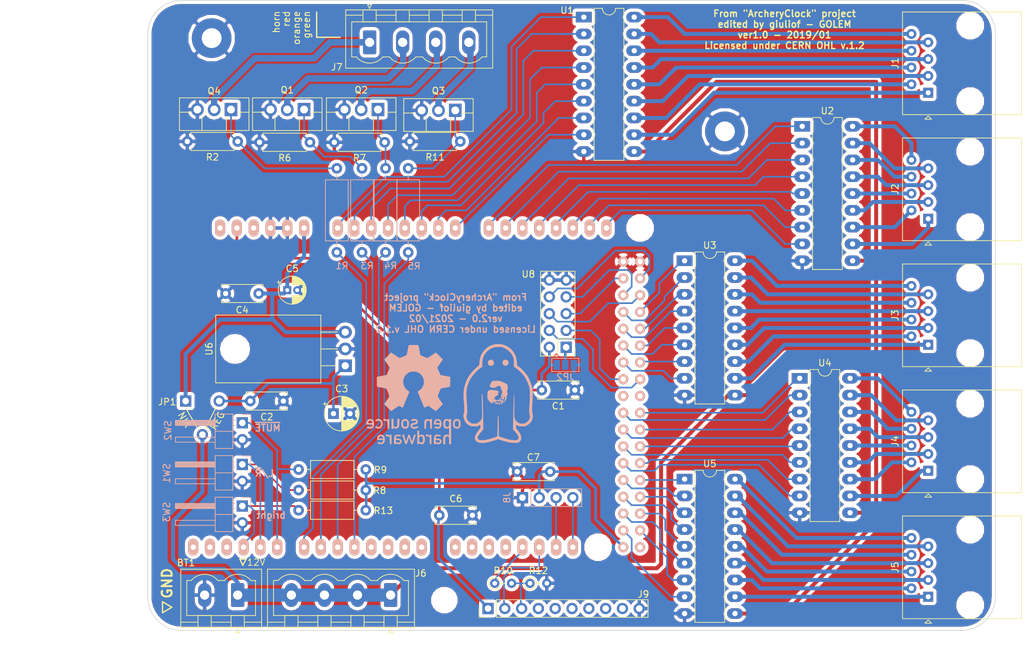
<source format=kicad_pcb>
(kicad_pcb (version 20171130) (host pcbnew 5.1.9)

  (general
    (thickness 1.6)
    (drawings 29)
    (tracks 561)
    (zones 0)
    (modules 52)
    (nets 134)
  )

  (page A4)
  (layers
    (0 F.Cu signal)
    (31 B.Cu signal)
    (32 B.Adhes user)
    (33 F.Adhes user)
    (34 B.Paste user)
    (35 F.Paste user)
    (36 B.SilkS user)
    (37 F.SilkS user)
    (38 B.Mask user)
    (39 F.Mask user)
    (40 Dwgs.User user)
    (41 Cmts.User user)
    (42 Eco1.User user)
    (43 Eco2.User user)
    (44 Edge.Cuts user)
    (45 Margin user)
    (46 B.CrtYd user)
    (47 F.CrtYd user)
    (48 B.Fab user)
    (49 F.Fab user)
  )

  (setup
    (last_trace_width 0.25)
    (trace_clearance 0.2)
    (zone_clearance 0.508)
    (zone_45_only no)
    (trace_min 0.2)
    (via_size 0.8)
    (via_drill 0.4)
    (via_min_size 0.4)
    (via_min_drill 0.3)
    (uvia_size 0.3)
    (uvia_drill 0.1)
    (uvias_allowed no)
    (uvia_min_size 0.2)
    (uvia_min_drill 0.1)
    (edge_width 0.1)
    (segment_width 0.2)
    (pcb_text_width 0.3)
    (pcb_text_size 1.5 1.5)
    (mod_edge_width 0.15)
    (mod_text_size 1 1)
    (mod_text_width 0.15)
    (pad_size 3.5 3.5)
    (pad_drill 3)
    (pad_to_mask_clearance 0)
    (solder_mask_min_width 0.25)
    (aux_axis_origin 0 0)
    (visible_elements FFFFFF7F)
    (pcbplotparams
      (layerselection 0x010f0_ffffffff)
      (usegerberextensions true)
      (usegerberattributes true)
      (usegerberadvancedattributes true)
      (creategerberjobfile false)
      (excludeedgelayer true)
      (linewidth 0.100000)
      (plotframeref false)
      (viasonmask false)
      (mode 1)
      (useauxorigin false)
      (hpglpennumber 1)
      (hpglpenspeed 20)
      (hpglpendiameter 15.000000)
      (psnegative false)
      (psa4output false)
      (plotreference true)
      (plotvalue true)
      (plotinvisibletext false)
      (padsonsilk false)
      (subtractmaskfromsilk false)
      (outputformat 1)
      (mirror false)
      (drillshape 0)
      (scaleselection 1)
      (outputdirectory "gerbers-2/"))
  )

  (net 0 "")
  (net 1 /uController/SDA)
  (net 2 /uController/SCL)
  (net 3 /uController/vin_arduino)
  (net 4 GND)
  (net 5 +3V3)
  (net 6 +5V)
  (net 7 /uController/MOSI)
  (net 8 /uController/SCK)
  (net 9 +12V)
  (net 10 /Power/3G)
  (net 11 /Power/3F)
  (net 12 /Power/3E)
  (net 13 /Power/3D)
  (net 14 /Power/3C)
  (net 15 /Power/3B)
  (net 16 /Power/3A)
  (net 17 /Power/2A)
  (net 18 /Power/2B)
  (net 19 /Power/2C)
  (net 20 /Power/2D)
  (net 21 /Power/2E)
  (net 22 /Power/2F)
  (net 23 /Power/2G)
  (net 24 /Power/DOTS)
  (net 25 /Power/1G)
  (net 26 /Power/1F)
  (net 27 /Power/1E)
  (net 28 /Power/1D)
  (net 29 /Power/1C)
  (net 30 /Power/1B)
  (net 31 /Power/1A)
  (net 32 /Power/~A~)
  (net 33 /Power/~B~)
  (net 34 /Power/~C~)
  (net 35 /Power/~D~)
  (net 36 /Power/A)
  (net 37 /Power/B)
  (net 38 /Power/C)
  (net 39 /Power/D)
  (net 40 /Power/horn)
  (net 41 /Power/green2)
  (net 42 /Power/orange2)
  (net 43 /Power/red2)
  (net 44 /Power/green)
  (net 45 /Power/orange)
  (net 46 /Power/red)
  (net 47 /uController/AD17)
  (net 48 /uController/AD16)
  (net 49 /uController/AD15)
  (net 50 /uController/AD14)
  (net 51 /uController/AD10)
  (net 52 /Power/A7)
  (net 53 /Power/A6)
  (net 54 /uController/AD11)
  (net 55 /uController/AD12)
  (net 56 /uController/AD13)
  (net 57 /Power/A5)
  (net 58 /Power/A4)
  (net 59 /Power/A3)
  (net 60 /Power/A0)
  (net 61 /Power/A1)
  (net 62 /Power/A2)
  (net 63 /Power/E0)
  (net 64 /Power/E1)
  (net 65 /Power/E2)
  (net 66 /Power/E3)
  (net 67 /Power/E4)
  (net 68 /Power/E5)
  (net 69 /Power/E6)
  (net 70 /Power/E7)
  (net 71 /Power/D7)
  (net 72 /Power/D6)
  (net 73 /Power/D5)
  (net 74 /Power/D4)
  (net 75 /Power/D3)
  (net 76 /Power/D2)
  (net 77 /Power/D1)
  (net 78 /Power/D0)
  (net 79 /Power/C0)
  (net 80 /Power/C1)
  (net 81 /Power/C2)
  (net 82 /Power/C3)
  (net 83 /Power/C4)
  (net 84 /Power/C5)
  (net 85 /Power/C6)
  (net 86 /Power/C7)
  (net 87 /Power/jolly0)
  (net 88 /Power/jolly1)
  (net 89 /Power/jolly2)
  (net 90 "Net-(SHIELD1-Pad14)")
  (net 91 "Net-(SHIELD1-Pad15)")
  (net 92 "Net-(SHIELD1-Pad16)")
  (net 93 "Net-(SHIELD1-Pad17)")
  (net 94 "Net-(SHIELD1-PadRST)")
  (net 95 "Net-(SHIELD1-Pad0)")
  (net 96 "Net-(SHIELD1-Pad1)")
  (net 97 "Net-(SHIELD1-Pad38)")
  (net 98 "Net-(SHIELD1-Pad39)")
  (net 99 /uController/MISO)
  (net 100 /uController/~CE~)
  (net 101 /uController/IRQ)
  (net 102 /uController/~CSN~)
  (net 103 /uController/xbee_out)
  (net 104 /uController/xbee_in)
  (net 105 "Net-(J9-Pad4)")
  (net 106 "Net-(J9-Pad5)")
  (net 107 "Net-(J9-Pad6)")
  (net 108 "Net-(J9-Pad7)")
  (net 109 "Net-(J9-Pad8)")
  (net 110 "Net-(J9-Pad9)")
  (net 111 /Power/horn_p)
  (net 112 /Power/green_p)
  (net 113 /Power/orange_p)
  (net 114 /Power/red_p)
  (net 115 "Net-(Q1-Pad1)")
  (net 116 "Net-(Q4-Pad1)")
  (net 117 "Net-(Q2-Pad1)")
  (net 118 /uController/mute)
  (net 119 /uController/lr)
  (net 120 /uController/DIG2)
  (net 121 /uController/DIG3)
  (net 122 /DIG4)
  (net 123 /DIG5)
  (net 124 /DIG6)
  (net 125 /DIG7)
  (net 126 /uController/DIG11)
  (net 127 /uController/DIG12)
  (net 128 /uController/DIG13)
  (net 129 "Net-(Q3-Pad1)")
  (net 130 "Net-(J9-Pad3)")
  (net 131 /uController/+12_in)
  (net 132 "Net-(JP2-Pad2)")
  (net 133 /uController/bright)

  (net_class Default "Questo è il gruppo di collegamenti predefinito"
    (clearance 0.2)
    (trace_width 0.25)
    (via_dia 0.8)
    (via_drill 0.4)
    (uvia_dia 0.3)
    (uvia_drill 0.1)
    (add_net /DIG4)
    (add_net /DIG5)
    (add_net /DIG6)
    (add_net /DIG7)
    (add_net /Power/A0)
    (add_net /Power/A1)
    (add_net /Power/A2)
    (add_net /Power/A3)
    (add_net /Power/A4)
    (add_net /Power/A5)
    (add_net /Power/A6)
    (add_net /Power/A7)
    (add_net /Power/C0)
    (add_net /Power/C1)
    (add_net /Power/C2)
    (add_net /Power/C3)
    (add_net /Power/C4)
    (add_net /Power/C5)
    (add_net /Power/C6)
    (add_net /Power/C7)
    (add_net /Power/D0)
    (add_net /Power/D1)
    (add_net /Power/D2)
    (add_net /Power/D3)
    (add_net /Power/D4)
    (add_net /Power/D5)
    (add_net /Power/D6)
    (add_net /Power/D7)
    (add_net /Power/E0)
    (add_net /Power/E1)
    (add_net /Power/E2)
    (add_net /Power/E3)
    (add_net /Power/E4)
    (add_net /Power/E5)
    (add_net /Power/E6)
    (add_net /Power/E7)
    (add_net /uController/AD10)
    (add_net /uController/AD11)
    (add_net /uController/AD12)
    (add_net /uController/AD13)
    (add_net /uController/AD14)
    (add_net /uController/AD15)
    (add_net /uController/AD16)
    (add_net /uController/AD17)
    (add_net /uController/DIG11)
    (add_net /uController/DIG12)
    (add_net /uController/DIG13)
    (add_net /uController/DIG2)
    (add_net /uController/DIG3)
    (add_net /uController/IRQ)
    (add_net /uController/MISO)
    (add_net /uController/MOSI)
    (add_net /uController/SCK)
    (add_net /uController/SCL)
    (add_net /uController/SDA)
    (add_net /uController/bright)
    (add_net /uController/lr)
    (add_net /uController/mute)
    (add_net /uController/xbee_in)
    (add_net /uController/xbee_out)
    (add_net /uController/~CE~)
    (add_net /uController/~CSN~)
    (add_net "Net-(J9-Pad3)")
    (add_net "Net-(J9-Pad4)")
    (add_net "Net-(J9-Pad5)")
    (add_net "Net-(J9-Pad6)")
    (add_net "Net-(J9-Pad7)")
    (add_net "Net-(J9-Pad8)")
    (add_net "Net-(J9-Pad9)")
    (add_net "Net-(JP2-Pad2)")
    (add_net "Net-(Q1-Pad1)")
    (add_net "Net-(Q2-Pad1)")
    (add_net "Net-(Q3-Pad1)")
    (add_net "Net-(Q4-Pad1)")
    (add_net "Net-(SHIELD1-Pad0)")
    (add_net "Net-(SHIELD1-Pad1)")
    (add_net "Net-(SHIELD1-Pad14)")
    (add_net "Net-(SHIELD1-Pad15)")
    (add_net "Net-(SHIELD1-Pad16)")
    (add_net "Net-(SHIELD1-Pad17)")
    (add_net "Net-(SHIELD1-Pad38)")
    (add_net "Net-(SHIELD1-Pad39)")
    (add_net "Net-(SHIELD1-PadRST)")
  )

  (net_class LightSupply ""
    (clearance 0.2)
    (trace_width 0.4)
    (via_dia 0.8)
    (via_drill 0.4)
    (uvia_dia 0.3)
    (uvia_drill 0.1)
    (add_net +3V3)
    (add_net +5V)
    (add_net /uController/+12_in)
  )

  (net_class Power ""
    (clearance 0.2)
    (trace_width 0.6)
    (via_dia 0.8)
    (via_drill 0.4)
    (uvia_dia 0.3)
    (uvia_drill 0.1)
    (add_net +12V)
    (add_net /Power/1A)
    (add_net /Power/1B)
    (add_net /Power/1C)
    (add_net /Power/1D)
    (add_net /Power/1E)
    (add_net /Power/1F)
    (add_net /Power/1G)
    (add_net /Power/2A)
    (add_net /Power/2B)
    (add_net /Power/2C)
    (add_net /Power/2D)
    (add_net /Power/2E)
    (add_net /Power/2F)
    (add_net /Power/2G)
    (add_net /Power/3A)
    (add_net /Power/3B)
    (add_net /Power/3C)
    (add_net /Power/3D)
    (add_net /Power/3E)
    (add_net /Power/3F)
    (add_net /Power/3G)
    (add_net /Power/A)
    (add_net /Power/B)
    (add_net /Power/C)
    (add_net /Power/D)
    (add_net /Power/DOTS)
    (add_net /Power/green)
    (add_net /Power/green2)
    (add_net /Power/green_p)
    (add_net /Power/horn)
    (add_net /Power/horn_p)
    (add_net /Power/jolly0)
    (add_net /Power/jolly1)
    (add_net /Power/jolly2)
    (add_net /Power/orange)
    (add_net /Power/orange2)
    (add_net /Power/orange_p)
    (add_net /Power/red)
    (add_net /Power/red2)
    (add_net /Power/red_p)
    (add_net /Power/~A~)
    (add_net /Power/~B~)
    (add_net /Power/~C~)
    (add_net /Power/~D~)
    (add_net /uController/vin_arduino)
    (add_net GND)
  )

  (module Connector_PinHeader_2.54mm:PinHeader_1x02_P2.54mm_Horizontal (layer B.Cu) (tedit 59FED5CB) (tstamp 5C4AFB61)
    (at 5.5245 81.534 180)
    (descr "Through hole angled pin header, 1x02, 2.54mm pitch, 6mm pin length, single row")
    (tags "Through hole angled pin header THT 1x02 2.54mm single row")
    (path /5C77064C/5C3EBAFA)
    (fp_text reference SW3 (at 11.43 -0.889 270) (layer B.SilkS)
      (effects (font (size 1 1) (thickness 0.15)) (justify mirror))
    )
    (fp_text value SW_Push (at 4.385 -4.81 180) (layer B.Fab)
      (effects (font (size 1 1) (thickness 0.15)) (justify mirror))
    )
    (fp_line (start 2.135 1.27) (end 4.04 1.27) (layer B.Fab) (width 0.1))
    (fp_line (start 4.04 1.27) (end 4.04 -3.81) (layer B.Fab) (width 0.1))
    (fp_line (start 4.04 -3.81) (end 1.5 -3.81) (layer B.Fab) (width 0.1))
    (fp_line (start 1.5 -3.81) (end 1.5 0.635) (layer B.Fab) (width 0.1))
    (fp_line (start 1.5 0.635) (end 2.135 1.27) (layer B.Fab) (width 0.1))
    (fp_line (start -0.32 0.32) (end 1.5 0.32) (layer B.Fab) (width 0.1))
    (fp_line (start -0.32 0.32) (end -0.32 -0.32) (layer B.Fab) (width 0.1))
    (fp_line (start -0.32 -0.32) (end 1.5 -0.32) (layer B.Fab) (width 0.1))
    (fp_line (start 4.04 0.32) (end 10.04 0.32) (layer B.Fab) (width 0.1))
    (fp_line (start 10.04 0.32) (end 10.04 -0.32) (layer B.Fab) (width 0.1))
    (fp_line (start 4.04 -0.32) (end 10.04 -0.32) (layer B.Fab) (width 0.1))
    (fp_line (start -0.32 -2.22) (end 1.5 -2.22) (layer B.Fab) (width 0.1))
    (fp_line (start -0.32 -2.22) (end -0.32 -2.86) (layer B.Fab) (width 0.1))
    (fp_line (start -0.32 -2.86) (end 1.5 -2.86) (layer B.Fab) (width 0.1))
    (fp_line (start 4.04 -2.22) (end 10.04 -2.22) (layer B.Fab) (width 0.1))
    (fp_line (start 10.04 -2.22) (end 10.04 -2.86) (layer B.Fab) (width 0.1))
    (fp_line (start 4.04 -2.86) (end 10.04 -2.86) (layer B.Fab) (width 0.1))
    (fp_line (start 1.44 1.33) (end 1.44 -3.87) (layer B.SilkS) (width 0.12))
    (fp_line (start 1.44 -3.87) (end 4.1 -3.87) (layer B.SilkS) (width 0.12))
    (fp_line (start 4.1 -3.87) (end 4.1 1.33) (layer B.SilkS) (width 0.12))
    (fp_line (start 4.1 1.33) (end 1.44 1.33) (layer B.SilkS) (width 0.12))
    (fp_line (start 4.1 0.38) (end 10.1 0.38) (layer B.SilkS) (width 0.12))
    (fp_line (start 10.1 0.38) (end 10.1 -0.38) (layer B.SilkS) (width 0.12))
    (fp_line (start 10.1 -0.38) (end 4.1 -0.38) (layer B.SilkS) (width 0.12))
    (fp_line (start 4.1 0.32) (end 10.1 0.32) (layer B.SilkS) (width 0.12))
    (fp_line (start 4.1 0.2) (end 10.1 0.2) (layer B.SilkS) (width 0.12))
    (fp_line (start 4.1 0.08) (end 10.1 0.08) (layer B.SilkS) (width 0.12))
    (fp_line (start 4.1 -0.04) (end 10.1 -0.04) (layer B.SilkS) (width 0.12))
    (fp_line (start 4.1 -0.16) (end 10.1 -0.16) (layer B.SilkS) (width 0.12))
    (fp_line (start 4.1 -0.28) (end 10.1 -0.28) (layer B.SilkS) (width 0.12))
    (fp_line (start 1.11 0.38) (end 1.44 0.38) (layer B.SilkS) (width 0.12))
    (fp_line (start 1.11 -0.38) (end 1.44 -0.38) (layer B.SilkS) (width 0.12))
    (fp_line (start 1.44 -1.27) (end 4.1 -1.27) (layer B.SilkS) (width 0.12))
    (fp_line (start 4.1 -2.16) (end 10.1 -2.16) (layer B.SilkS) (width 0.12))
    (fp_line (start 10.1 -2.16) (end 10.1 -2.92) (layer B.SilkS) (width 0.12))
    (fp_line (start 10.1 -2.92) (end 4.1 -2.92) (layer B.SilkS) (width 0.12))
    (fp_line (start 1.042929 -2.16) (end 1.44 -2.16) (layer B.SilkS) (width 0.12))
    (fp_line (start 1.042929 -2.92) (end 1.44 -2.92) (layer B.SilkS) (width 0.12))
    (fp_line (start -1.27 0) (end -1.27 1.27) (layer B.SilkS) (width 0.12))
    (fp_line (start -1.27 1.27) (end 0 1.27) (layer B.SilkS) (width 0.12))
    (fp_line (start -1.8 1.8) (end -1.8 -4.35) (layer B.CrtYd) (width 0.05))
    (fp_line (start -1.8 -4.35) (end 10.55 -4.35) (layer B.CrtYd) (width 0.05))
    (fp_line (start 10.55 -4.35) (end 10.55 1.8) (layer B.CrtYd) (width 0.05))
    (fp_line (start 10.55 1.8) (end -1.8 1.8) (layer B.CrtYd) (width 0.05))
    (fp_text user %R (at 2.77 -1.27 90) (layer B.Fab)
      (effects (font (size 1 1) (thickness 0.15)) (justify mirror))
    )
    (pad 1 thru_hole rect (at 0 0 180) (size 1.7 1.7) (drill 1) (layers *.Cu *.Mask)
      (net 133 /uController/bright))
    (pad 2 thru_hole oval (at 0 -2.54 180) (size 1.7 1.7) (drill 1) (layers *.Cu *.Mask)
      (net 4 GND))
    (model ${KISYS3DMOD}/Connector_PinHeader_2.54mm.3dshapes/PinHeader_1x02_P2.54mm_Horizontal.wrl
      (at (xyz 0 0 0))
      (scale (xyz 1 1 1))
      (rotate (xyz 0 0 0))
    )
  )

  (module Resistor_THT:R_Axial_DIN0207_L6.3mm_D2.5mm_P10.16mm_Horizontal (layer F.Cu) (tedit 5AE5139B) (tstamp 5C4B0035)
    (at 24.1935 82.169 180)
    (descr "Resistor, Axial_DIN0207 series, Axial, Horizontal, pin pitch=10.16mm, 0.25W = 1/4W, length*diameter=6.3*2.5mm^2, http://cdn-reichelt.de/documents/datenblatt/B400/1_4W%23YAG.pdf")
    (tags "Resistor Axial_DIN0207 series Axial Horizontal pin pitch 10.16mm 0.25W = 1/4W length 6.3mm diameter 2.5mm")
    (path /5C77064C/5C3EBAF3)
    (fp_text reference R13 (at -2.667 -0.0635 180) (layer F.SilkS)
      (effects (font (size 1 1) (thickness 0.15)))
    )
    (fp_text value 10k (at 5.08 2.37 180) (layer F.Fab)
      (effects (font (size 1 1) (thickness 0.15)))
    )
    (fp_line (start 1.93 -1.25) (end 1.93 1.25) (layer F.Fab) (width 0.1))
    (fp_line (start 1.93 1.25) (end 8.23 1.25) (layer F.Fab) (width 0.1))
    (fp_line (start 8.23 1.25) (end 8.23 -1.25) (layer F.Fab) (width 0.1))
    (fp_line (start 8.23 -1.25) (end 1.93 -1.25) (layer F.Fab) (width 0.1))
    (fp_line (start 0 0) (end 1.93 0) (layer F.Fab) (width 0.1))
    (fp_line (start 10.16 0) (end 8.23 0) (layer F.Fab) (width 0.1))
    (fp_line (start 1.81 -1.37) (end 1.81 1.37) (layer F.SilkS) (width 0.12))
    (fp_line (start 1.81 1.37) (end 8.35 1.37) (layer F.SilkS) (width 0.12))
    (fp_line (start 8.35 1.37) (end 8.35 -1.37) (layer F.SilkS) (width 0.12))
    (fp_line (start 8.35 -1.37) (end 1.81 -1.37) (layer F.SilkS) (width 0.12))
    (fp_line (start 1.04 0) (end 1.81 0) (layer F.SilkS) (width 0.12))
    (fp_line (start 9.12 0) (end 8.35 0) (layer F.SilkS) (width 0.12))
    (fp_line (start -1.05 -1.5) (end -1.05 1.5) (layer F.CrtYd) (width 0.05))
    (fp_line (start -1.05 1.5) (end 11.21 1.5) (layer F.CrtYd) (width 0.05))
    (fp_line (start 11.21 1.5) (end 11.21 -1.5) (layer F.CrtYd) (width 0.05))
    (fp_line (start 11.21 -1.5) (end -1.05 -1.5) (layer F.CrtYd) (width 0.05))
    (fp_text user %R (at 5.08 0 180) (layer F.Fab)
      (effects (font (size 1 1) (thickness 0.15)))
    )
    (pad 1 thru_hole circle (at 0 0 180) (size 1.6 1.6) (drill 0.8) (layers *.Cu *.Mask)
      (net 6 +5V))
    (pad 2 thru_hole oval (at 10.16 0 180) (size 1.6 1.6) (drill 0.8) (layers *.Cu *.Mask)
      (net 133 /uController/bright))
    (model ${KISYS3DMOD}/Resistor_THT.3dshapes/R_Axial_DIN0207_L6.3mm_D2.5mm_P10.16mm_Horizontal.wrl
      (at (xyz 0 0 0))
      (scale (xyz 1 1 1))
      (rotate (xyz 0 0 0))
    )
  )

  (module Capacitor_THT:CP_Radial_D4.0mm_P1.50mm (layer F.Cu) (tedit 5AE50EF0) (tstamp 5C48E90D)
    (at 12.319 48.895)
    (descr "CP, Radial series, Radial, pin pitch=1.50mm, , diameter=4mm, Electrolytic Capacitor")
    (tags "CP Radial series Radial pin pitch 1.50mm  diameter 4mm Electrolytic Capacitor")
    (path /5C77064C/5C7826E9)
    (fp_text reference C5 (at 0.75 -3.25) (layer F.SilkS)
      (effects (font (size 1 1) (thickness 0.15)))
    )
    (fp_text value 10u (at 0.75 3.25) (layer F.Fab)
      (effects (font (size 1 1) (thickness 0.15)))
    )
    (fp_circle (center 0.75 0) (end 2.75 0) (layer F.Fab) (width 0.1))
    (fp_circle (center 0.75 0) (end 2.87 0) (layer F.SilkS) (width 0.12))
    (fp_circle (center 0.75 0) (end 3 0) (layer F.CrtYd) (width 0.05))
    (fp_line (start -0.952554 -0.8675) (end -0.552554 -0.8675) (layer F.Fab) (width 0.1))
    (fp_line (start -0.752554 -1.0675) (end -0.752554 -0.6675) (layer F.Fab) (width 0.1))
    (fp_line (start 0.75 0.84) (end 0.75 2.08) (layer F.SilkS) (width 0.12))
    (fp_line (start 0.75 -2.08) (end 0.75 -0.84) (layer F.SilkS) (width 0.12))
    (fp_line (start 0.79 0.84) (end 0.79 2.08) (layer F.SilkS) (width 0.12))
    (fp_line (start 0.79 -2.08) (end 0.79 -0.84) (layer F.SilkS) (width 0.12))
    (fp_line (start 0.83 0.84) (end 0.83 2.079) (layer F.SilkS) (width 0.12))
    (fp_line (start 0.83 -2.079) (end 0.83 -0.84) (layer F.SilkS) (width 0.12))
    (fp_line (start 0.87 -2.077) (end 0.87 -0.84) (layer F.SilkS) (width 0.12))
    (fp_line (start 0.87 0.84) (end 0.87 2.077) (layer F.SilkS) (width 0.12))
    (fp_line (start 0.91 -2.074) (end 0.91 -0.84) (layer F.SilkS) (width 0.12))
    (fp_line (start 0.91 0.84) (end 0.91 2.074) (layer F.SilkS) (width 0.12))
    (fp_line (start 0.95 -2.071) (end 0.95 -0.84) (layer F.SilkS) (width 0.12))
    (fp_line (start 0.95 0.84) (end 0.95 2.071) (layer F.SilkS) (width 0.12))
    (fp_line (start 0.99 -2.067) (end 0.99 -0.84) (layer F.SilkS) (width 0.12))
    (fp_line (start 0.99 0.84) (end 0.99 2.067) (layer F.SilkS) (width 0.12))
    (fp_line (start 1.03 -2.062) (end 1.03 -0.84) (layer F.SilkS) (width 0.12))
    (fp_line (start 1.03 0.84) (end 1.03 2.062) (layer F.SilkS) (width 0.12))
    (fp_line (start 1.07 -2.056) (end 1.07 -0.84) (layer F.SilkS) (width 0.12))
    (fp_line (start 1.07 0.84) (end 1.07 2.056) (layer F.SilkS) (width 0.12))
    (fp_line (start 1.11 -2.05) (end 1.11 -0.84) (layer F.SilkS) (width 0.12))
    (fp_line (start 1.11 0.84) (end 1.11 2.05) (layer F.SilkS) (width 0.12))
    (fp_line (start 1.15 -2.042) (end 1.15 -0.84) (layer F.SilkS) (width 0.12))
    (fp_line (start 1.15 0.84) (end 1.15 2.042) (layer F.SilkS) (width 0.12))
    (fp_line (start 1.19 -2.034) (end 1.19 -0.84) (layer F.SilkS) (width 0.12))
    (fp_line (start 1.19 0.84) (end 1.19 2.034) (layer F.SilkS) (width 0.12))
    (fp_line (start 1.23 -2.025) (end 1.23 -0.84) (layer F.SilkS) (width 0.12))
    (fp_line (start 1.23 0.84) (end 1.23 2.025) (layer F.SilkS) (width 0.12))
    (fp_line (start 1.27 -2.016) (end 1.27 -0.84) (layer F.SilkS) (width 0.12))
    (fp_line (start 1.27 0.84) (end 1.27 2.016) (layer F.SilkS) (width 0.12))
    (fp_line (start 1.31 -2.005) (end 1.31 -0.84) (layer F.SilkS) (width 0.12))
    (fp_line (start 1.31 0.84) (end 1.31 2.005) (layer F.SilkS) (width 0.12))
    (fp_line (start 1.35 -1.994) (end 1.35 -0.84) (layer F.SilkS) (width 0.12))
    (fp_line (start 1.35 0.84) (end 1.35 1.994) (layer F.SilkS) (width 0.12))
    (fp_line (start 1.39 -1.982) (end 1.39 -0.84) (layer F.SilkS) (width 0.12))
    (fp_line (start 1.39 0.84) (end 1.39 1.982) (layer F.SilkS) (width 0.12))
    (fp_line (start 1.43 -1.968) (end 1.43 -0.84) (layer F.SilkS) (width 0.12))
    (fp_line (start 1.43 0.84) (end 1.43 1.968) (layer F.SilkS) (width 0.12))
    (fp_line (start 1.471 -1.954) (end 1.471 -0.84) (layer F.SilkS) (width 0.12))
    (fp_line (start 1.471 0.84) (end 1.471 1.954) (layer F.SilkS) (width 0.12))
    (fp_line (start 1.511 -1.94) (end 1.511 -0.84) (layer F.SilkS) (width 0.12))
    (fp_line (start 1.511 0.84) (end 1.511 1.94) (layer F.SilkS) (width 0.12))
    (fp_line (start 1.551 -1.924) (end 1.551 -0.84) (layer F.SilkS) (width 0.12))
    (fp_line (start 1.551 0.84) (end 1.551 1.924) (layer F.SilkS) (width 0.12))
    (fp_line (start 1.591 -1.907) (end 1.591 -0.84) (layer F.SilkS) (width 0.12))
    (fp_line (start 1.591 0.84) (end 1.591 1.907) (layer F.SilkS) (width 0.12))
    (fp_line (start 1.631 -1.889) (end 1.631 -0.84) (layer F.SilkS) (width 0.12))
    (fp_line (start 1.631 0.84) (end 1.631 1.889) (layer F.SilkS) (width 0.12))
    (fp_line (start 1.671 -1.87) (end 1.671 -0.84) (layer F.SilkS) (width 0.12))
    (fp_line (start 1.671 0.84) (end 1.671 1.87) (layer F.SilkS) (width 0.12))
    (fp_line (start 1.711 -1.851) (end 1.711 -0.84) (layer F.SilkS) (width 0.12))
    (fp_line (start 1.711 0.84) (end 1.711 1.851) (layer F.SilkS) (width 0.12))
    (fp_line (start 1.751 -1.83) (end 1.751 -0.84) (layer F.SilkS) (width 0.12))
    (fp_line (start 1.751 0.84) (end 1.751 1.83) (layer F.SilkS) (width 0.12))
    (fp_line (start 1.791 -1.808) (end 1.791 -0.84) (layer F.SilkS) (width 0.12))
    (fp_line (start 1.791 0.84) (end 1.791 1.808) (layer F.SilkS) (width 0.12))
    (fp_line (start 1.831 -1.785) (end 1.831 -0.84) (layer F.SilkS) (width 0.12))
    (fp_line (start 1.831 0.84) (end 1.831 1.785) (layer F.SilkS) (width 0.12))
    (fp_line (start 1.871 -1.76) (end 1.871 -0.84) (layer F.SilkS) (width 0.12))
    (fp_line (start 1.871 0.84) (end 1.871 1.76) (layer F.SilkS) (width 0.12))
    (fp_line (start 1.911 -1.735) (end 1.911 -0.84) (layer F.SilkS) (width 0.12))
    (fp_line (start 1.911 0.84) (end 1.911 1.735) (layer F.SilkS) (width 0.12))
    (fp_line (start 1.951 -1.708) (end 1.951 -0.84) (layer F.SilkS) (width 0.12))
    (fp_line (start 1.951 0.84) (end 1.951 1.708) (layer F.SilkS) (width 0.12))
    (fp_line (start 1.991 -1.68) (end 1.991 -0.84) (layer F.SilkS) (width 0.12))
    (fp_line (start 1.991 0.84) (end 1.991 1.68) (layer F.SilkS) (width 0.12))
    (fp_line (start 2.031 -1.65) (end 2.031 -0.84) (layer F.SilkS) (width 0.12))
    (fp_line (start 2.031 0.84) (end 2.031 1.65) (layer F.SilkS) (width 0.12))
    (fp_line (start 2.071 -1.619) (end 2.071 -0.84) (layer F.SilkS) (width 0.12))
    (fp_line (start 2.071 0.84) (end 2.071 1.619) (layer F.SilkS) (width 0.12))
    (fp_line (start 2.111 -1.587) (end 2.111 -0.84) (layer F.SilkS) (width 0.12))
    (fp_line (start 2.111 0.84) (end 2.111 1.587) (layer F.SilkS) (width 0.12))
    (fp_line (start 2.151 -1.552) (end 2.151 -0.84) (layer F.SilkS) (width 0.12))
    (fp_line (start 2.151 0.84) (end 2.151 1.552) (layer F.SilkS) (width 0.12))
    (fp_line (start 2.191 -1.516) (end 2.191 -0.84) (layer F.SilkS) (width 0.12))
    (fp_line (start 2.191 0.84) (end 2.191 1.516) (layer F.SilkS) (width 0.12))
    (fp_line (start 2.231 -1.478) (end 2.231 -0.84) (layer F.SilkS) (width 0.12))
    (fp_line (start 2.231 0.84) (end 2.231 1.478) (layer F.SilkS) (width 0.12))
    (fp_line (start 2.271 -1.438) (end 2.271 -0.84) (layer F.SilkS) (width 0.12))
    (fp_line (start 2.271 0.84) (end 2.271 1.438) (layer F.SilkS) (width 0.12))
    (fp_line (start 2.311 -1.396) (end 2.311 -0.84) (layer F.SilkS) (width 0.12))
    (fp_line (start 2.311 0.84) (end 2.311 1.396) (layer F.SilkS) (width 0.12))
    (fp_line (start 2.351 -1.351) (end 2.351 1.351) (layer F.SilkS) (width 0.12))
    (fp_line (start 2.391 -1.304) (end 2.391 1.304) (layer F.SilkS) (width 0.12))
    (fp_line (start 2.431 -1.254) (end 2.431 1.254) (layer F.SilkS) (width 0.12))
    (fp_line (start 2.471 -1.2) (end 2.471 1.2) (layer F.SilkS) (width 0.12))
    (fp_line (start 2.511 -1.142) (end 2.511 1.142) (layer F.SilkS) (width 0.12))
    (fp_line (start 2.551 -1.08) (end 2.551 1.08) (layer F.SilkS) (width 0.12))
    (fp_line (start 2.591 -1.013) (end 2.591 1.013) (layer F.SilkS) (width 0.12))
    (fp_line (start 2.631 -0.94) (end 2.631 0.94) (layer F.SilkS) (width 0.12))
    (fp_line (start 2.671 -0.859) (end 2.671 0.859) (layer F.SilkS) (width 0.12))
    (fp_line (start 2.711 -0.768) (end 2.711 0.768) (layer F.SilkS) (width 0.12))
    (fp_line (start 2.751 -0.664) (end 2.751 0.664) (layer F.SilkS) (width 0.12))
    (fp_line (start 2.791 -0.537) (end 2.791 0.537) (layer F.SilkS) (width 0.12))
    (fp_line (start 2.831 -0.37) (end 2.831 0.37) (layer F.SilkS) (width 0.12))
    (fp_line (start -1.519801 -1.195) (end -1.119801 -1.195) (layer F.SilkS) (width 0.12))
    (fp_line (start -1.319801 -1.395) (end -1.319801 -0.995) (layer F.SilkS) (width 0.12))
    (fp_text user %R (at 0.75 0) (layer F.Fab)
      (effects (font (size 0.8 0.8) (thickness 0.12)))
    )
    (pad 1 thru_hole rect (at 0 0) (size 1.2 1.2) (drill 0.6) (layers *.Cu *.Mask)
      (net 3 /uController/vin_arduino))
    (pad 2 thru_hole circle (at 1.5 0) (size 1.2 1.2) (drill 0.6) (layers *.Cu *.Mask)
      (net 4 GND))
    (model ${KISYS3DMOD}/Capacitor_THT.3dshapes/CP_Radial_D4.0mm_P1.50mm.wrl
      (at (xyz 0 0 0))
      (scale (xyz 1 1 1))
      (rotate (xyz 0 0 0))
    )
  )

  (module Connector_Phoenix_MSTB:PhoenixContact_MSTBVA_2,5_4-G_1x04_P5.00mm_Vertical (layer F.Cu) (tedit 5B785046) (tstamp 5C48E7C0)
    (at 24.765 11.43)
    (descr "Generic Phoenix Contact connector footprint for: MSTBVA_2,5/4-G; number of pins: 04; pin pitch: 5.00mm; Vertical || order number: 1755532 12A || order number: 1924211 16A (HC)")
    (tags "phoenix_contact connector MSTBVA_01x04_G_5.00mm")
    (path /5C73A3FE/5C2F1A6F)
    (fp_text reference J7 (at -4.953 3.7465) (layer F.SilkS)
      (effects (font (size 1 1) (thickness 0.15)))
    )
    (fp_text value Screw_Terminal_01x04 (at 7.5 5) (layer F.Fab)
      (effects (font (size 1 1) (thickness 0.15)))
    )
    (fp_line (start -3.61 -4.91) (end -3.61 3.91) (layer F.SilkS) (width 0.12))
    (fp_line (start -3.61 3.91) (end 18.61 3.91) (layer F.SilkS) (width 0.12))
    (fp_line (start 18.61 3.91) (end 18.61 -4.91) (layer F.SilkS) (width 0.12))
    (fp_line (start 18.61 -4.91) (end -3.61 -4.91) (layer F.SilkS) (width 0.12))
    (fp_line (start -3.5 -4.8) (end -3.5 3.8) (layer F.Fab) (width 0.1))
    (fp_line (start -3.5 3.8) (end 18.5 3.8) (layer F.Fab) (width 0.1))
    (fp_line (start 18.5 3.8) (end 18.5 -4.8) (layer F.Fab) (width 0.1))
    (fp_line (start 18.5 -4.8) (end -3.5 -4.8) (layer F.Fab) (width 0.1))
    (fp_line (start -3.61 -4.1) (end -1.11 -4.1) (layer F.SilkS) (width 0.12))
    (fp_line (start 18.61 -4.1) (end 16.11 -4.1) (layer F.SilkS) (width 0.12))
    (fp_line (start 1 -4.1) (end 4 -4.1) (layer F.SilkS) (width 0.12))
    (fp_line (start 6 -4.1) (end 9 -4.1) (layer F.SilkS) (width 0.12))
    (fp_line (start 11 -4.1) (end 14 -4.1) (layer F.SilkS) (width 0.12))
    (fp_line (start -1 -3.1) (end -1 -4.91) (layer F.SilkS) (width 0.12))
    (fp_line (start -1 -4.91) (end 1 -4.91) (layer F.SilkS) (width 0.12))
    (fp_line (start 1 -4.91) (end 1 -3.1) (layer F.SilkS) (width 0.12))
    (fp_line (start 1 -3.1) (end -1 -3.1) (layer F.SilkS) (width 0.12))
    (fp_line (start 4 -3.1) (end 4 -4.91) (layer F.SilkS) (width 0.12))
    (fp_line (start 4 -4.91) (end 6 -4.91) (layer F.SilkS) (width 0.12))
    (fp_line (start 6 -4.91) (end 6 -3.1) (layer F.SilkS) (width 0.12))
    (fp_line (start 6 -3.1) (end 4 -3.1) (layer F.SilkS) (width 0.12))
    (fp_line (start 9 -3.1) (end 9 -4.91) (layer F.SilkS) (width 0.12))
    (fp_line (start 9 -4.91) (end 11 -4.91) (layer F.SilkS) (width 0.12))
    (fp_line (start 11 -4.91) (end 11 -3.1) (layer F.SilkS) (width 0.12))
    (fp_line (start 11 -3.1) (end 9 -3.1) (layer F.SilkS) (width 0.12))
    (fp_line (start 14 -3.1) (end 14 -4.91) (layer F.SilkS) (width 0.12))
    (fp_line (start 14 -4.91) (end 16 -4.91) (layer F.SilkS) (width 0.12))
    (fp_line (start 16 -4.91) (end 16 -3.1) (layer F.SilkS) (width 0.12))
    (fp_line (start 16 -3.1) (end 14 -3.1) (layer F.SilkS) (width 0.12))
    (fp_line (start 2 2.2) (end 3 2.2) (layer F.SilkS) (width 0.12))
    (fp_line (start 7 2.2) (end 8 2.2) (layer F.SilkS) (width 0.12))
    (fp_line (start 12 2.2) (end 13 2.2) (layer F.SilkS) (width 0.12))
    (fp_line (start -2 2.2) (end -2.7 2.2) (layer F.SilkS) (width 0.12))
    (fp_line (start -2.7 2.2) (end -2.7 -3.1) (layer F.SilkS) (width 0.12))
    (fp_line (start -2.7 -3.1) (end 17.7 -3.1) (layer F.SilkS) (width 0.12))
    (fp_line (start 17.7 -3.1) (end 17.7 2.2) (layer F.SilkS) (width 0.12))
    (fp_line (start 17.7 2.2) (end 17 2.2) (layer F.SilkS) (width 0.12))
    (fp_line (start -4 -5.3) (end -4 4.3) (layer F.CrtYd) (width 0.05))
    (fp_line (start -4 4.3) (end 19 4.3) (layer F.CrtYd) (width 0.05))
    (fp_line (start 19 4.3) (end 19 -5.3) (layer F.CrtYd) (width 0.05))
    (fp_line (start 19 -5.3) (end -4 -5.3) (layer F.CrtYd) (width 0.05))
    (fp_line (start 0.3 -5.71) (end 0 -5.11) (layer F.SilkS) (width 0.12))
    (fp_line (start 0 -5.11) (end -0.3 -5.71) (layer F.SilkS) (width 0.12))
    (fp_line (start -0.3 -5.71) (end 0.3 -5.71) (layer F.SilkS) (width 0.12))
    (fp_line (start 0.5 -3.55) (end 0 -2.55) (layer F.Fab) (width 0.1))
    (fp_line (start 0 -2.55) (end -0.5 -3.55) (layer F.Fab) (width 0.1))
    (fp_line (start -0.5 -3.55) (end 0.5 -3.55) (layer F.Fab) (width 0.1))
    (fp_arc (start 0 0.55) (end -2 2.2) (angle -100.5) (layer F.SilkS) (width 0.12))
    (fp_arc (start 5 0.55) (end 3 2.2) (angle -100.5) (layer F.SilkS) (width 0.12))
    (fp_arc (start 10 0.55) (end 8 2.2) (angle -100.5) (layer F.SilkS) (width 0.12))
    (fp_arc (start 15 0.55) (end 13 2.2) (angle -100.5) (layer F.SilkS) (width 0.12))
    (fp_text user %R (at 7.5 -4.1) (layer F.Fab)
      (effects (font (size 1 1) (thickness 0.15)))
    )
    (pad 1 thru_hole roundrect (at 0 0) (size 2 3.6) (drill 1.4) (layers *.Cu *.Mask) (roundrect_rratio 0.125)
      (net 111 /Power/horn_p))
    (pad 2 thru_hole oval (at 5 0) (size 2 3.6) (drill 1.4) (layers *.Cu *.Mask)
      (net 114 /Power/red_p))
    (pad 3 thru_hole oval (at 10 0) (size 2 3.6) (drill 1.4) (layers *.Cu *.Mask)
      (net 113 /Power/orange_p))
    (pad 4 thru_hole oval (at 15 0) (size 2 3.6) (drill 1.4) (layers *.Cu *.Mask)
      (net 112 /Power/green_p))
    (model ${KISYS3DMOD}/Connector_Phoenix_MSTB.3dshapes/PhoenixContact_MSTBVA_2,5_4-G_1x04_P5.00mm_Vertical.wrl
      (at (xyz 0 0 0))
      (scale (xyz 1 1 1))
      (rotate (xyz 0 0 0))
    )
  )

  (module Connector_Phoenix_MSTB:PhoenixContact_MSTBVA_2,5_2-G_1x02_P5.00mm_Vertical (layer F.Cu) (tedit 5B785046) (tstamp 5C2E2591)
    (at 4.826 94.996 180)
    (descr "Generic Phoenix Contact connector footprint for: MSTBVA_2,5/2-G; number of pins: 02; pin pitch: 5.00mm; Vertical || order number: 1755516 12A || order number: 1924198 16A (HC)")
    (tags "phoenix_contact connector MSTBVA_01x02_G_5.00mm")
    (path /5C77064C/5C78270E)
    (fp_text reference BT1 (at 7.8105 4.8895 180) (layer F.SilkS)
      (effects (font (size 1 1) (thickness 0.15)))
    )
    (fp_text value 12/24V (at 2.5 5 180) (layer F.Fab)
      (effects (font (size 1 1) (thickness 0.15)))
    )
    (fp_line (start -0.5 -3.55) (end 0.5 -3.55) (layer F.Fab) (width 0.1))
    (fp_line (start 0 -2.55) (end -0.5 -3.55) (layer F.Fab) (width 0.1))
    (fp_line (start 0.5 -3.55) (end 0 -2.55) (layer F.Fab) (width 0.1))
    (fp_line (start -0.3 -5.71) (end 0.3 -5.71) (layer F.SilkS) (width 0.12))
    (fp_line (start 0 -5.11) (end -0.3 -5.71) (layer F.SilkS) (width 0.12))
    (fp_line (start 0.3 -5.71) (end 0 -5.11) (layer F.SilkS) (width 0.12))
    (fp_line (start 9 -5.3) (end -4 -5.3) (layer F.CrtYd) (width 0.05))
    (fp_line (start 9 4.3) (end 9 -5.3) (layer F.CrtYd) (width 0.05))
    (fp_line (start -4 4.3) (end 9 4.3) (layer F.CrtYd) (width 0.05))
    (fp_line (start -4 -5.3) (end -4 4.3) (layer F.CrtYd) (width 0.05))
    (fp_line (start 7.7 2.2) (end 7 2.2) (layer F.SilkS) (width 0.12))
    (fp_line (start 7.7 -3.1) (end 7.7 2.2) (layer F.SilkS) (width 0.12))
    (fp_line (start -2.7 -3.1) (end 7.7 -3.1) (layer F.SilkS) (width 0.12))
    (fp_line (start -2.7 2.2) (end -2.7 -3.1) (layer F.SilkS) (width 0.12))
    (fp_line (start -2 2.2) (end -2.7 2.2) (layer F.SilkS) (width 0.12))
    (fp_line (start 2 2.2) (end 3 2.2) (layer F.SilkS) (width 0.12))
    (fp_line (start 6 -3.1) (end 4 -3.1) (layer F.SilkS) (width 0.12))
    (fp_line (start 6 -4.91) (end 6 -3.1) (layer F.SilkS) (width 0.12))
    (fp_line (start 4 -4.91) (end 6 -4.91) (layer F.SilkS) (width 0.12))
    (fp_line (start 4 -3.1) (end 4 -4.91) (layer F.SilkS) (width 0.12))
    (fp_line (start 1 -3.1) (end -1 -3.1) (layer F.SilkS) (width 0.12))
    (fp_line (start 1 -4.91) (end 1 -3.1) (layer F.SilkS) (width 0.12))
    (fp_line (start -1 -4.91) (end 1 -4.91) (layer F.SilkS) (width 0.12))
    (fp_line (start -1 -3.1) (end -1 -4.91) (layer F.SilkS) (width 0.12))
    (fp_line (start 1 -4.1) (end 4 -4.1) (layer F.SilkS) (width 0.12))
    (fp_line (start 8.61 -4.1) (end 6.11 -4.1) (layer F.SilkS) (width 0.12))
    (fp_line (start -3.61 -4.1) (end -1.11 -4.1) (layer F.SilkS) (width 0.12))
    (fp_line (start 8.5 -4.8) (end -3.5 -4.8) (layer F.Fab) (width 0.1))
    (fp_line (start 8.5 3.8) (end 8.5 -4.8) (layer F.Fab) (width 0.1))
    (fp_line (start -3.5 3.8) (end 8.5 3.8) (layer F.Fab) (width 0.1))
    (fp_line (start -3.5 -4.8) (end -3.5 3.8) (layer F.Fab) (width 0.1))
    (fp_line (start 8.61 -4.91) (end -3.61 -4.91) (layer F.SilkS) (width 0.12))
    (fp_line (start 8.61 3.91) (end 8.61 -4.91) (layer F.SilkS) (width 0.12))
    (fp_line (start -3.61 3.91) (end 8.61 3.91) (layer F.SilkS) (width 0.12))
    (fp_line (start -3.61 -4.91) (end -3.61 3.91) (layer F.SilkS) (width 0.12))
    (fp_text user %R (at 2.5 -4.1 180) (layer F.Fab)
      (effects (font (size 1 1) (thickness 0.15)))
    )
    (fp_arc (start 5 0.55) (end 3 2.2) (angle -100.5) (layer F.SilkS) (width 0.12))
    (fp_arc (start 0 0.55) (end -2 2.2) (angle -100.5) (layer F.SilkS) (width 0.12))
    (pad 2 thru_hole oval (at 5 0 180) (size 2 3.6) (drill 1.4) (layers *.Cu *.Mask)
      (net 4 GND))
    (pad 1 thru_hole roundrect (at 0 0 180) (size 2 3.6) (drill 1.4) (layers *.Cu *.Mask) (roundrect_rratio 0.125)
      (net 9 +12V))
    (model ${KISYS3DMOD}/Connector_Phoenix_MSTB.3dshapes/PhoenixContact_MSTBVA_2,5_2-G_1x02_P5.00mm_Vertical.wrl
      (at (xyz 0 0 0))
      (scale (xyz 1 1 1))
      (rotate (xyz 0 0 0))
    )
  )

  (module Jumper:SolderJumper-3_P1.3mm_Open_Pad1.0x1.5mm (layer B.Cu) (tedit 5A3F8BB2) (tstamp 5C455F16)
    (at 54.356 60.198)
    (descr "SMD Solder 3-pad Jumper, 1x1.5mm Pads, 0.3mm gap, open")
    (tags "solder jumper open")
    (path /5C77064C/5C391796)
    (attr virtual)
    (fp_text reference JP2 (at 0 1.8) (layer B.SilkS)
      (effects (font (size 1 1) (thickness 0.15)) (justify mirror))
    )
    (fp_text value Jumper_NC_Dual (at 0 -2) (layer B.Fab)
      (effects (font (size 1 1) (thickness 0.15)) (justify mirror))
    )
    (fp_line (start -1.3 -1.2) (end -1 -1.5) (layer B.SilkS) (width 0.12))
    (fp_line (start -1.6 -1.5) (end -1 -1.5) (layer B.SilkS) (width 0.12))
    (fp_line (start -1.3 -1.2) (end -1.6 -1.5) (layer B.SilkS) (width 0.12))
    (fp_line (start -2.05 -1) (end -2.05 1) (layer B.SilkS) (width 0.12))
    (fp_line (start 2.05 -1) (end -2.05 -1) (layer B.SilkS) (width 0.12))
    (fp_line (start 2.05 1) (end 2.05 -1) (layer B.SilkS) (width 0.12))
    (fp_line (start -2.05 1) (end 2.05 1) (layer B.SilkS) (width 0.12))
    (fp_line (start -2.3 1.25) (end 2.3 1.25) (layer B.CrtYd) (width 0.05))
    (fp_line (start -2.3 1.25) (end -2.3 -1.25) (layer B.CrtYd) (width 0.05))
    (fp_line (start 2.3 -1.25) (end 2.3 1.25) (layer B.CrtYd) (width 0.05))
    (fp_line (start 2.3 -1.25) (end -2.3 -1.25) (layer B.CrtYd) (width 0.05))
    (pad 3 smd rect (at 1.3 0) (size 1 1.5) (layers B.Cu B.Mask)
      (net 4 GND))
    (pad 2 smd rect (at 0 0) (size 1 1.5) (layers B.Cu B.Mask)
      (net 132 "Net-(JP2-Pad2)"))
    (pad 1 smd rect (at -1.3 0) (size 1 1.5) (layers B.Cu B.Mask)
      (net 5 +3V3))
  )

  (module Connector_PinHeader_2.54mm:PinHeader_1x02_P2.54mm_Horizontal (layer B.Cu) (tedit 59FED5CB) (tstamp 5C3D87CB)
    (at 5.5245 68.961 180)
    (descr "Through hole angled pin header, 1x02, 2.54mm pitch, 6mm pin length, single row")
    (tags "Through hole angled pin header THT 1x02 2.54mm single row")
    (path /5C77064C/5C384D02)
    (fp_text reference SW2 (at 11.2395 -1.143 270) (layer B.SilkS)
      (effects (font (size 1 1) (thickness 0.15)) (justify mirror))
    )
    (fp_text value SW_Push (at 4.385 -4.81 180) (layer B.Fab)
      (effects (font (size 1 1) (thickness 0.15)) (justify mirror))
    )
    (fp_line (start 10.55 1.8) (end -1.8 1.8) (layer B.CrtYd) (width 0.05))
    (fp_line (start 10.55 -4.35) (end 10.55 1.8) (layer B.CrtYd) (width 0.05))
    (fp_line (start -1.8 -4.35) (end 10.55 -4.35) (layer B.CrtYd) (width 0.05))
    (fp_line (start -1.8 1.8) (end -1.8 -4.35) (layer B.CrtYd) (width 0.05))
    (fp_line (start -1.27 1.27) (end 0 1.27) (layer B.SilkS) (width 0.12))
    (fp_line (start -1.27 0) (end -1.27 1.27) (layer B.SilkS) (width 0.12))
    (fp_line (start 1.042929 -2.92) (end 1.44 -2.92) (layer B.SilkS) (width 0.12))
    (fp_line (start 1.042929 -2.16) (end 1.44 -2.16) (layer B.SilkS) (width 0.12))
    (fp_line (start 10.1 -2.92) (end 4.1 -2.92) (layer B.SilkS) (width 0.12))
    (fp_line (start 10.1 -2.16) (end 10.1 -2.92) (layer B.SilkS) (width 0.12))
    (fp_line (start 4.1 -2.16) (end 10.1 -2.16) (layer B.SilkS) (width 0.12))
    (fp_line (start 1.44 -1.27) (end 4.1 -1.27) (layer B.SilkS) (width 0.12))
    (fp_line (start 1.11 -0.38) (end 1.44 -0.38) (layer B.SilkS) (width 0.12))
    (fp_line (start 1.11 0.38) (end 1.44 0.38) (layer B.SilkS) (width 0.12))
    (fp_line (start 4.1 -0.28) (end 10.1 -0.28) (layer B.SilkS) (width 0.12))
    (fp_line (start 4.1 -0.16) (end 10.1 -0.16) (layer B.SilkS) (width 0.12))
    (fp_line (start 4.1 -0.04) (end 10.1 -0.04) (layer B.SilkS) (width 0.12))
    (fp_line (start 4.1 0.08) (end 10.1 0.08) (layer B.SilkS) (width 0.12))
    (fp_line (start 4.1 0.2) (end 10.1 0.2) (layer B.SilkS) (width 0.12))
    (fp_line (start 4.1 0.32) (end 10.1 0.32) (layer B.SilkS) (width 0.12))
    (fp_line (start 10.1 -0.38) (end 4.1 -0.38) (layer B.SilkS) (width 0.12))
    (fp_line (start 10.1 0.38) (end 10.1 -0.38) (layer B.SilkS) (width 0.12))
    (fp_line (start 4.1 0.38) (end 10.1 0.38) (layer B.SilkS) (width 0.12))
    (fp_line (start 4.1 1.33) (end 1.44 1.33) (layer B.SilkS) (width 0.12))
    (fp_line (start 4.1 -3.87) (end 4.1 1.33) (layer B.SilkS) (width 0.12))
    (fp_line (start 1.44 -3.87) (end 4.1 -3.87) (layer B.SilkS) (width 0.12))
    (fp_line (start 1.44 1.33) (end 1.44 -3.87) (layer B.SilkS) (width 0.12))
    (fp_line (start 4.04 -2.86) (end 10.04 -2.86) (layer B.Fab) (width 0.1))
    (fp_line (start 10.04 -2.22) (end 10.04 -2.86) (layer B.Fab) (width 0.1))
    (fp_line (start 4.04 -2.22) (end 10.04 -2.22) (layer B.Fab) (width 0.1))
    (fp_line (start -0.32 -2.86) (end 1.5 -2.86) (layer B.Fab) (width 0.1))
    (fp_line (start -0.32 -2.22) (end -0.32 -2.86) (layer B.Fab) (width 0.1))
    (fp_line (start -0.32 -2.22) (end 1.5 -2.22) (layer B.Fab) (width 0.1))
    (fp_line (start 4.04 -0.32) (end 10.04 -0.32) (layer B.Fab) (width 0.1))
    (fp_line (start 10.04 0.32) (end 10.04 -0.32) (layer B.Fab) (width 0.1))
    (fp_line (start 4.04 0.32) (end 10.04 0.32) (layer B.Fab) (width 0.1))
    (fp_line (start -0.32 -0.32) (end 1.5 -0.32) (layer B.Fab) (width 0.1))
    (fp_line (start -0.32 0.32) (end -0.32 -0.32) (layer B.Fab) (width 0.1))
    (fp_line (start -0.32 0.32) (end 1.5 0.32) (layer B.Fab) (width 0.1))
    (fp_line (start 1.5 0.635) (end 2.135 1.27) (layer B.Fab) (width 0.1))
    (fp_line (start 1.5 -3.81) (end 1.5 0.635) (layer B.Fab) (width 0.1))
    (fp_line (start 4.04 -3.81) (end 1.5 -3.81) (layer B.Fab) (width 0.1))
    (fp_line (start 4.04 1.27) (end 4.04 -3.81) (layer B.Fab) (width 0.1))
    (fp_line (start 2.135 1.27) (end 4.04 1.27) (layer B.Fab) (width 0.1))
    (fp_text user %R (at 2.77 -1.27 90) (layer B.Fab)
      (effects (font (size 1 1) (thickness 0.15)) (justify mirror))
    )
    (pad 2 thru_hole oval (at 0 -2.54 180) (size 1.7 1.7) (drill 1) (layers *.Cu *.Mask)
      (net 4 GND))
    (pad 1 thru_hole rect (at 0 0 180) (size 1.7 1.7) (drill 1) (layers *.Cu *.Mask)
      (net 118 /uController/mute))
    (model ${KISYS3DMOD}/Connector_PinHeader_2.54mm.3dshapes/PinHeader_1x02_P2.54mm_Horizontal.wrl
      (at (xyz 0 0 0))
      (scale (xyz 1 1 1))
      (rotate (xyz 0 0 0))
    )
  )

  (module Connector_PinHeader_2.54mm:PinHeader_1x02_P2.54mm_Horizontal (layer B.Cu) (tedit 59FED5CB) (tstamp 5C3D73E3)
    (at 5.5245 75.2475 180)
    (descr "Through hole angled pin header, 1x02, 2.54mm pitch, 6mm pin length, single row")
    (tags "Through hole angled pin header THT 1x02 2.54mm single row")
    (path /5C77064C/5C384C1A)
    (fp_text reference SW1 (at 11.43 -1.3335 270) (layer B.SilkS)
      (effects (font (size 1 1) (thickness 0.15)) (justify mirror))
    )
    (fp_text value SW_Push (at 4.385 -4.81 180) (layer B.Fab)
      (effects (font (size 1 1) (thickness 0.15)) (justify mirror))
    )
    (fp_line (start 10.55 1.8) (end -1.8 1.8) (layer B.CrtYd) (width 0.05))
    (fp_line (start 10.55 -4.35) (end 10.55 1.8) (layer B.CrtYd) (width 0.05))
    (fp_line (start -1.8 -4.35) (end 10.55 -4.35) (layer B.CrtYd) (width 0.05))
    (fp_line (start -1.8 1.8) (end -1.8 -4.35) (layer B.CrtYd) (width 0.05))
    (fp_line (start -1.27 1.27) (end 0 1.27) (layer B.SilkS) (width 0.12))
    (fp_line (start -1.27 0) (end -1.27 1.27) (layer B.SilkS) (width 0.12))
    (fp_line (start 1.042929 -2.92) (end 1.44 -2.92) (layer B.SilkS) (width 0.12))
    (fp_line (start 1.042929 -2.16) (end 1.44 -2.16) (layer B.SilkS) (width 0.12))
    (fp_line (start 10.1 -2.92) (end 4.1 -2.92) (layer B.SilkS) (width 0.12))
    (fp_line (start 10.1 -2.16) (end 10.1 -2.92) (layer B.SilkS) (width 0.12))
    (fp_line (start 4.1 -2.16) (end 10.1 -2.16) (layer B.SilkS) (width 0.12))
    (fp_line (start 1.44 -1.27) (end 4.1 -1.27) (layer B.SilkS) (width 0.12))
    (fp_line (start 1.11 -0.38) (end 1.44 -0.38) (layer B.SilkS) (width 0.12))
    (fp_line (start 1.11 0.38) (end 1.44 0.38) (layer B.SilkS) (width 0.12))
    (fp_line (start 4.1 -0.28) (end 10.1 -0.28) (layer B.SilkS) (width 0.12))
    (fp_line (start 4.1 -0.16) (end 10.1 -0.16) (layer B.SilkS) (width 0.12))
    (fp_line (start 4.1 -0.04) (end 10.1 -0.04) (layer B.SilkS) (width 0.12))
    (fp_line (start 4.1 0.08) (end 10.1 0.08) (layer B.SilkS) (width 0.12))
    (fp_line (start 4.1 0.2) (end 10.1 0.2) (layer B.SilkS) (width 0.12))
    (fp_line (start 4.1 0.32) (end 10.1 0.32) (layer B.SilkS) (width 0.12))
    (fp_line (start 10.1 -0.38) (end 4.1 -0.38) (layer B.SilkS) (width 0.12))
    (fp_line (start 10.1 0.38) (end 10.1 -0.38) (layer B.SilkS) (width 0.12))
    (fp_line (start 4.1 0.38) (end 10.1 0.38) (layer B.SilkS) (width 0.12))
    (fp_line (start 4.1 1.33) (end 1.44 1.33) (layer B.SilkS) (width 0.12))
    (fp_line (start 4.1 -3.87) (end 4.1 1.33) (layer B.SilkS) (width 0.12))
    (fp_line (start 1.44 -3.87) (end 4.1 -3.87) (layer B.SilkS) (width 0.12))
    (fp_line (start 1.44 1.33) (end 1.44 -3.87) (layer B.SilkS) (width 0.12))
    (fp_line (start 4.04 -2.86) (end 10.04 -2.86) (layer B.Fab) (width 0.1))
    (fp_line (start 10.04 -2.22) (end 10.04 -2.86) (layer B.Fab) (width 0.1))
    (fp_line (start 4.04 -2.22) (end 10.04 -2.22) (layer B.Fab) (width 0.1))
    (fp_line (start -0.32 -2.86) (end 1.5 -2.86) (layer B.Fab) (width 0.1))
    (fp_line (start -0.32 -2.22) (end -0.32 -2.86) (layer B.Fab) (width 0.1))
    (fp_line (start -0.32 -2.22) (end 1.5 -2.22) (layer B.Fab) (width 0.1))
    (fp_line (start 4.04 -0.32) (end 10.04 -0.32) (layer B.Fab) (width 0.1))
    (fp_line (start 10.04 0.32) (end 10.04 -0.32) (layer B.Fab) (width 0.1))
    (fp_line (start 4.04 0.32) (end 10.04 0.32) (layer B.Fab) (width 0.1))
    (fp_line (start -0.32 -0.32) (end 1.5 -0.32) (layer B.Fab) (width 0.1))
    (fp_line (start -0.32 0.32) (end -0.32 -0.32) (layer B.Fab) (width 0.1))
    (fp_line (start -0.32 0.32) (end 1.5 0.32) (layer B.Fab) (width 0.1))
    (fp_line (start 1.5 0.635) (end 2.135 1.27) (layer B.Fab) (width 0.1))
    (fp_line (start 1.5 -3.81) (end 1.5 0.635) (layer B.Fab) (width 0.1))
    (fp_line (start 4.04 -3.81) (end 1.5 -3.81) (layer B.Fab) (width 0.1))
    (fp_line (start 4.04 1.27) (end 4.04 -3.81) (layer B.Fab) (width 0.1))
    (fp_line (start 2.135 1.27) (end 4.04 1.27) (layer B.Fab) (width 0.1))
    (fp_text user %R (at 2.77 -1.27 90) (layer B.Fab)
      (effects (font (size 1 1) (thickness 0.15)) (justify mirror))
    )
    (pad 2 thru_hole oval (at 0 -2.54 180) (size 1.7 1.7) (drill 1) (layers *.Cu *.Mask)
      (net 4 GND))
    (pad 1 thru_hole rect (at 0 0 180) (size 1.7 1.7) (drill 1) (layers *.Cu *.Mask)
      (net 119 /uController/lr))
    (model ${KISYS3DMOD}/Connector_PinHeader_2.54mm.3dshapes/PinHeader_1x02_P2.54mm_Horizontal.wrl
      (at (xyz 0 0 0))
      (scale (xyz 1 1 1))
      (rotate (xyz 0 0 0))
    )
  )

  (module Logos:golem-logo-15mm (layer B.Cu) (tedit 0) (tstamp 5C3BF086)
    (at 44.196 64.516 180)
    (path /5C34EDA5)
    (fp_text reference LOGO2 (at 0 0 180) (layer B.SilkS) hide
      (effects (font (size 1.524 1.524) (thickness 0.3)) (justify mirror))
    )
    (fp_text value GOLEM-logo (at 0.75 0 180) (layer B.SilkS) hide
      (effects (font (size 1.524 1.524) (thickness 0.3)) (justify mirror))
    )
    (fp_poly (pts (xy 1.268042 5.066336) (xy 1.416312 4.968099) (xy 1.430459 4.955018) (xy 1.505336 4.876962)
      (xy 1.542661 4.811008) (xy 1.554997 4.730259) (xy 1.55575 4.686777) (xy 1.534496 4.530853)
      (xy 1.476897 4.388994) (xy 1.392189 4.279909) (xy 1.334765 4.23928) (xy 1.220018 4.204285)
      (xy 1.079013 4.194064) (xy 0.941713 4.20861) (xy 0.852215 4.23939) (xy 0.738282 4.334207)
      (xy 0.666533 4.462467) (xy 0.637727 4.609485) (xy 0.652624 4.760577) (xy 0.711982 4.901057)
      (xy 0.812211 5.012863) (xy 0.956439 5.089611) (xy 1.111566 5.107138) (xy 1.268042 5.066336)) (layer B.SilkS) (width 0.01))
    (fp_poly (pts (xy -0.953485 5.0827) (xy -0.816759 5.002203) (xy -0.715929 4.880031) (xy -0.660954 4.726075)
      (xy -0.653891 4.652512) (xy -0.679383 4.503479) (xy -0.754373 4.375918) (xy -0.866417 4.277319)
      (xy -1.003072 4.215172) (xy -1.151893 4.196967) (xy -1.300438 4.230193) (xy -1.331244 4.244831)
      (xy -1.465313 4.345618) (xy -1.547272 4.481276) (xy -1.577826 4.625198) (xy -1.563158 4.788032)
      (xy -1.495527 4.927259) (xy -1.383864 5.033471) (xy -1.237099 5.097257) (xy -1.116149 5.111632)
      (xy -0.953485 5.0827)) (layer B.SilkS) (width 0.01))
    (fp_poly (pts (xy -1.027739 -1.139909) (xy -0.971898 -1.174818) (xy -0.9525 -1.205819) (xy -0.975239 -1.235192)
      (xy -1.031563 -1.228863) (xy -1.097195 -1.19322) (xy -1.135628 -1.150799) (xy -1.135147 -1.124563)
      (xy -1.091798 -1.118868) (xy -1.027739 -1.139909)) (layer B.SilkS) (width 0.01))
    (fp_poly (pts (xy -0.94728 -1.340531) (xy -0.902798 -1.374526) (xy -0.864033 -1.422552) (xy -0.83517 -1.473525)
      (xy -0.845524 -1.490994) (xy -0.862903 -1.49225) (xy -0.924042 -1.471359) (xy -0.94615 -1.45415)
      (xy -0.97775 -1.403056) (xy -0.981141 -1.356698) (xy -0.956089 -1.338578) (xy -0.94728 -1.340531)) (layer B.SilkS) (width 0.01))
    (fp_poly (pts (xy 0.424294 1.918471) (xy 0.604636 1.911663) (xy 0.741555 1.89408) (xy 0.845078 1.861147)
      (xy 0.925233 1.808286) (xy 0.992048 1.73092) (xy 1.055549 1.624473) (xy 1.120877 1.494431)
      (xy 1.187308 1.356299) (xy 1.229026 1.261521) (xy 1.249406 1.196501) (xy 1.251818 1.147642)
      (xy 1.239637 1.101346) (xy 1.226501 1.068604) (xy 1.187897 0.997483) (xy 1.132545 0.951584)
      (xy 1.039531 0.914993) (xy 1.014676 0.907424) (xy 0.842318 0.860024) (xy 0.710259 0.837234)
      (xy 0.599475 0.841014) (xy 0.490945 0.873324) (xy 0.365644 0.936123) (xy 0.285823 0.982502)
      (xy 0.14645 1.061859) (xy 0.042377 1.110818) (xy -0.042874 1.135741) (xy -0.125784 1.142988)
      (xy -0.129944 1.143) (xy -0.247334 1.129669) (xy -0.326814 1.082802) (xy -0.37899 0.99209)
      (xy -0.410211 0.870641) (xy -0.440305 0.757841) (xy -0.48888 0.621153) (xy -0.537451 0.507723)
      (xy -0.603311 0.348953) (xy -0.630116 0.226187) (xy -0.618859 0.126153) (xy -0.572599 0.038402)
      (xy -0.515117 -0.070179) (xy -0.477011 -0.199032) (xy -0.463152 -0.323911) (xy -0.47841 -0.420567)
      (xy -0.479784 -0.4237) (xy -0.493594 -0.468615) (xy -0.485693 -0.514422) (xy -0.449574 -0.575829)
      (xy -0.378728 -0.667546) (xy -0.36369 -0.68607) (xy -0.255636 -0.813729) (xy -0.169144 -0.900655)
      (xy -0.089654 -0.958339) (xy -0.002605 -0.998272) (xy 0.056412 -1.017627) (xy 0.138183 -1.038962)
      (xy 0.195155 -1.03715) (xy 0.253408 -1.005922) (xy 0.320078 -0.954245) (xy 0.449133 -0.850534)
      (xy 0.530669 -0.925329) (xy 0.612205 -1.000125) (xy 0.590513 -0.904875) (xy 0.562462 -0.788844)
      (xy 0.705411 -0.788844) (xy 0.714789 -0.820389) (xy 0.747774 -0.820594) (xy 0.803457 -0.790143)
      (xy 0.818588 -0.766905) (xy 0.80921 -0.73536) (xy 0.776225 -0.735155) (xy 0.720542 -0.765606)
      (xy 0.705411 -0.788844) (xy 0.562462 -0.788844) (xy 0.547951 -0.728821) (xy 0.513339 -0.613833)
      (xy 0.772583 -0.613833) (xy 0.776941 -0.632708) (xy 0.79375 -0.635) (xy 0.819883 -0.623383)
      (xy 0.814916 -0.613833) (xy 0.777236 -0.610033) (xy 0.772583 -0.613833) (xy 0.513339 -0.613833)
      (xy 0.51059 -0.604703) (xy 0.473459 -0.521773) (xy 0.431587 -0.469287) (xy 0.38 -0.436499)
      (xy 0.372193 -0.43307) (xy 0.281774 -0.382278) (xy 0.209391 -0.321882) (xy 0.1467 -0.271688)
      (xy 0.094216 -0.254) (xy 0.028533 -0.231142) (xy 0.000131 -0.206533) (xy -0.02154 -0.159709)
      (xy -0.001322 -0.102186) (xy 0.012119 -0.080651) (xy 0.053833 -0.010388) (xy 0.057071 0.022698)
      (xy 0.022192 0.031673) (xy 0.015194 0.03175) (xy -0.040092 0.059172) (xy -0.07365 0.127409)
      (xy -0.07811 0.215422) (xy -0.06596 0.263407) (xy -0.034436 0.317278) (xy 0.019771 0.361892)
      (xy 0.103541 0.399089) (xy 0.223752 0.43071) (xy 0.387284 0.458594) (xy 0.601014 0.484581)
      (xy 0.851004 0.508671) (xy 1.018258 0.522594) (xy 1.136245 0.529043) (xy 1.218826 0.527399)
      (xy 1.279864 0.517038) (xy 1.33322 0.497341) (xy 1.356955 0.485994) (xy 1.442577 0.438351)
      (xy 1.505697 0.386113) (xy 1.550091 0.318869) (xy 1.579532 0.226208) (xy 1.597794 0.097719)
      (xy 1.60865 -0.07701) (xy 1.61357 -0.221962) (xy 1.618372 -0.406056) (xy 1.619658 -0.539807)
      (xy 1.615957 -0.63634) (xy 1.6058 -0.708779) (xy 1.587714 -0.770248) (xy 1.56023 -0.833871)
      (xy 1.540397 -0.8749) (xy 1.471545 -0.992418) (xy 1.37798 -1.123145) (xy 1.290416 -1.227049)
      (xy 1.198276 -1.32082) (xy 1.123161 -1.379061) (xy 1.041969 -1.415455) (xy 0.9316 -1.443685)
      (xy 0.92075 -1.446015) (xy 0.77892 -1.474624) (xy 0.693133 -1.486318) (xy 0.657865 -1.479727)
      (xy 0.667591 -1.45348) (xy 0.716785 -1.406207) (xy 0.72652 -1.397822) (xy 0.796406 -1.317033)
      (xy 0.812502 -1.251371) (xy 0.781509 -1.211852) (xy 0.710127 -1.209494) (xy 0.630827 -1.240483)
      (xy 0.580148 -1.289454) (xy 0.526986 -1.372947) (xy 0.508458 -1.411806) (xy 0.431646 -1.527767)
      (xy 0.320172 -1.593569) (xy 0.170401 -1.610847) (xy 0.084633 -1.602503) (xy -0.049684 -1.598748)
      (xy -0.152992 -1.632147) (xy -0.246084 -1.672644) (xy -0.303633 -1.681518) (xy -0.3175 -1.666444)
      (xy -0.304498 -1.628849) (xy -0.280816 -1.579131) (xy -0.243366 -1.504784) (xy -0.225039 -1.466744)
      (xy -0.114298 -1.466744) (xy -0.07017 -1.506129) (xy -0.041275 -1.518318) (xy 0.053702 -1.54757)
      (xy 0.107529 -1.546951) (xy 0.135413 -1.515857) (xy 0.137297 -1.511211) (xy 0.134187 -1.451554)
      (xy 0.114113 -1.411592) (xy 0.070813 -1.375263) (xy 0.008013 -1.379116) (xy -0.01666 -1.386678)
      (xy -0.096227 -1.425669) (xy -0.114298 -1.466744) (xy -0.225039 -1.466744) (xy -0.222798 -1.462093)
      (xy -0.183122 -1.41099) (xy -0.12025 -1.355425) (xy -0.05717 -1.319282) (xy 0.015667 -1.307859)
      (xy 0.123865 -1.317194) (xy 0.125382 -1.317402) (xy 0.227282 -1.336446) (xy 0.284768 -1.364543)
      (xy 0.316916 -1.411971) (xy 0.321347 -1.422994) (xy 0.34782 -1.476471) (xy 0.371176 -1.474582)
      (xy 0.382336 -1.459424) (xy 0.406917 -1.380485) (xy 0.410304 -1.277569) (xy 0.393478 -1.193221)
      (xy 0.351158 -1.162078) (xy 0.266461 -1.145085) (xy 0.159089 -1.143049) (xy 0.048748 -1.15678)
      (xy -0.019844 -1.176258) (xy -0.093143 -1.192311) (xy -0.159022 -1.169264) (xy -0.19525 -1.144508)
      (xy -0.3037 -1.092145) (xy -0.41385 -1.083603) (xy -0.510571 -1.114229) (xy -0.578731 -1.179374)
      (xy -0.60325 -1.269926) (xy -0.592114 -1.343415) (xy -0.567951 -1.383318) (xy -0.525278 -1.381107)
      (xy -0.491345 -1.331245) (xy -0.476761 -1.249552) (xy -0.476737 -1.247304) (xy -0.453242 -1.18428)
      (xy -0.399382 -1.136017) (xy -0.338753 -1.120191) (xy -0.316844 -1.12753) (xy -0.287417 -1.177767)
      (xy -0.297123 -1.249647) (xy -0.341877 -1.318289) (xy -0.34925 -1.324991) (xy -0.39811 -1.391298)
      (xy -0.41275 -1.44676) (xy -0.436261 -1.519335) (xy -0.491785 -1.585045) (xy -0.556813 -1.618564)
      (xy -0.566063 -1.61925) (xy -0.592114 -1.591675) (xy -0.603245 -1.525181) (xy -0.60325 -1.523533)
      (xy -0.618794 -1.445325) (xy -0.675733 -1.38504) (xy -0.706438 -1.364909) (xy -0.781303 -1.321258)
      (xy -0.833833 -1.294142) (xy -0.839405 -1.291949) (xy -0.845228 -1.262732) (xy -0.817988 -1.208803)
      (xy -0.785359 -1.141728) (xy -0.782403 -1.095024) (xy -0.771071 -1.04883) (xy -0.728692 -1.005781)
      (xy -0.656855 -0.974411) (xy -0.583813 -0.99165) (xy -0.513739 -1.008698) (xy -0.454167 -0.977042)
      (xy -0.449221 -0.972647) (xy -0.383477 -0.938164) (xy -0.337967 -0.939256) (xy -0.294476 -0.940233)
      (xy -0.291247 -0.89891) (xy -0.32833 -0.822133) (xy -0.337027 -0.808507) (xy -0.395999 -0.744886)
      (xy -0.447722 -0.736156) (xy -0.482628 -0.783515) (xy -0.48448 -0.790039) (xy -0.524729 -0.838766)
      (xy -0.618493 -0.865896) (xy -0.62312 -0.866542) (xy -0.721025 -0.880401) (xy -0.80103 -0.892633)
      (xy -0.809625 -0.894066) (xy -0.848163 -0.893105) (xy -0.867296 -0.863161) (xy -0.873846 -0.789433)
      (xy -0.874404 -0.753505) (xy -0.884313 -0.64331) (xy -0.9005 -0.606905) (xy -0.726789 -0.606905)
      (xy -0.69215 -0.6604) (xy -0.632731 -0.690465) (xy -0.558577 -0.696932) (xy -0.50169 -0.678365)
      (xy -0.493707 -0.669309) (xy -0.497278 -0.624779) (xy -0.542588 -0.578452) (xy -0.610331 -0.546017)
      (xy -0.653143 -0.53975) (xy -0.715634 -0.55887) (xy -0.726789 -0.606905) (xy -0.9005 -0.606905)
      (xy -0.918974 -0.565358) (xy -0.960755 -0.517063) (xy -1.019949 -0.467321) (xy -1.060776 -0.449957)
      (xy -1.066078 -0.452244) (xy -1.070098 -0.491812) (xy -1.058808 -0.571905) (xy -1.043761 -0.638592)
      (xy -1.021326 -0.739764) (xy -1.019874 -0.794778) (xy -1.039143 -0.817318) (xy -1.040346 -0.81774)
      (xy -1.078801 -0.849993) (xy -1.066794 -0.892096) (xy -1.011976 -0.928294) (xy -0.982425 -0.937025)
      (xy -0.913643 -0.962407) (xy -0.893526 -1.005626) (xy -0.895113 -1.026861) (xy -0.917561 -1.077366)
      (xy -0.975755 -1.085277) (xy -0.98425 -1.08419) (xy -1.096632 -1.053426) (xy -1.161991 -1.002613)
      (xy -1.17475 -0.96182) (xy -1.194965 -0.897927) (xy -1.225066 -0.854276) (xy -1.259289 -0.794638)
      (xy -1.284439 -0.712751) (xy -1.297298 -0.629233) (xy -1.294646 -0.564702) (xy -1.274181 -0.53975)
      (xy -1.241005 -0.517298) (xy -1.238698 -0.46536) (xy -1.262568 -0.407058) (xy -1.307926 -0.365514)
      (xy -1.309688 -0.364716) (xy -1.380404 -0.300407) (xy -1.394518 -0.255117) (xy -0.762 -0.255117)
      (xy -0.755573 -0.28073) (xy -0.725484 -0.279443) (xy -0.655525 -0.250339) (xy -0.652369 -0.248903)
      (xy -0.591901 -0.210765) (xy -0.571317 -0.176385) (xy -0.597554 -0.159058) (xy -0.605338 -0.15875)
      (xy -0.66628 -0.174615) (xy -0.727623 -0.210626) (xy -0.76111 -0.2494) (xy -0.762 -0.255117)
      (xy -1.394518 -0.255117) (xy -1.415173 -0.188838) (xy -1.413054 -0.03573) (xy -1.386643 0.103114)
      (xy -1.360903 0.214013) (xy -1.351342 0.296689) (xy -1.358638 0.37744) (xy -1.383471 0.482567)
      (xy -1.397776 0.534848) (xy -1.445243 0.749911) (xy -1.456798 0.938133) (xy -1.433071 1.124609)
      (xy -1.41453 1.201756) (xy -1.367467 1.341336) (xy -1.305331 1.43467) (xy -1.212197 1.499009)
      (xy -1.099579 1.542866) (xy -0.904719 1.615892) (xy -0.763988 1.68936) (xy -0.756805 1.695002)
      (xy 0.384837 1.695002) (xy 0.392683 1.651166) (xy 0.401303 1.64128) (xy 0.440881 1.634859)
      (xy 0.472971 1.667039) (xy 0.47625 1.684624) (xy 0.450505 1.711139) (xy 0.428625 1.7145)
      (xy 0.384837 1.695002) (xy -0.756805 1.695002) (xy -0.702793 1.737422) (xy -0.62792 1.769616)
      (xy -0.566303 1.765849) (xy -0.499092 1.761537) (xy -0.476556 1.788851) (xy -0.47625 1.795455)
      (xy -0.4707 1.810018) (xy 0.004275 1.810018) (xy 0.012993 1.758186) (xy 0.039063 1.723042)
      (xy 0.07089 1.740941) (xy 0.091249 1.784286) (xy 0.070379 1.815571) (xy 0.026032 1.837631)
      (xy 0.004275 1.810018) (xy -0.4707 1.810018) (xy -0.45991 1.838327) (xy -0.40706 1.870875)
      (xy -0.31196 1.894162) (xy -0.168868 1.909254) (xy 0.027958 1.917215) (xy 0.1905 1.919082)
      (xy 0.424294 1.918471)) (layer B.SilkS) (width 0.01))
    (fp_poly (pts (xy 0.357477 7.453318) (xy 0.750144 7.374389) (xy 1.134806 7.236259) (xy 1.16442 7.222878)
      (xy 1.385013 7.110977) (xy 1.580033 6.985947) (xy 1.773544 6.83146) (xy 1.87257 6.742409)
      (xy 2.176258 6.423617) (xy 2.420251 6.084041) (xy 2.605547 5.721573) (xy 2.733142 5.334104)
      (xy 2.804035 4.919529) (xy 2.816692 4.746625) (xy 2.825822 4.591227) (xy 2.83718 4.454008)
      (xy 2.849284 4.350346) (xy 2.860066 4.297104) (xy 2.894136 4.250984) (xy 2.967746 4.1769)
      (xy 3.069865 4.085286) (xy 3.182611 3.992019) (xy 3.519822 3.696855) (xy 3.845595 3.360704)
      (xy 4.147588 2.998377) (xy 4.413455 2.624682) (xy 4.630855 2.254432) (xy 4.630949 2.25425)
      (xy 4.840973 1.804042) (xy 5.004944 1.346626) (xy 5.123944 0.874924) (xy 5.19905 0.381858)
      (xy 5.231341 -0.139649) (xy 5.221898 -0.696675) (xy 5.171998 -1.294519) (xy 5.14406 -1.587692)
      (xy 5.125432 -1.879765) (xy 5.116019 -2.161442) (xy 5.115723 -2.423425) (xy 5.124448 -2.65642)
      (xy 5.142097 -2.851132) (xy 5.168572 -2.998263) (xy 5.190421 -3.063875) (xy 5.241169 -3.250447)
      (xy 5.243391 -3.470137) (xy 5.197477 -3.715568) (xy 5.147949 -3.869508) (xy 5.005897 -4.186799)
      (xy 4.833353 -4.448926) (xy 4.628362 -4.657176) (xy 4.388967 -4.812836) (xy 4.113211 -4.917192)
      (xy 3.799138 -4.971532) (xy 3.462503 -4.977955) (xy 3.305115 -4.969474) (xy 3.191337 -4.95704)
      (xy 3.101279 -4.936149) (xy 3.015055 -4.902296) (xy 2.921 -4.855297) (xy 2.817212 -4.801089)
      (xy 2.735682 -4.758903) (xy 2.692507 -4.737062) (xy 2.690812 -4.736269) (xy 2.679463 -4.759989)
      (xy 2.671052 -4.832582) (xy 2.667115 -4.939435) (xy 2.667 -4.962762) (xy 2.668117 -5.057676)
      (xy 2.675049 -5.134726) (xy 2.693166 -5.204667) (xy 2.727838 -5.278253) (xy 2.784434 -5.366239)
      (xy 2.868323 -5.47938) (xy 2.984877 -5.62843) (xy 3.024234 -5.678238) (xy 3.173057 -5.886653)
      (xy 3.300752 -6.105133) (xy 3.402712 -6.322489) (xy 3.474328 -6.527535) (xy 3.510991 -6.709081)
      (xy 3.508482 -6.853887) (xy 3.444979 -7.045698) (xy 3.33178 -7.201694) (xy 3.167903 -7.322476)
      (xy 2.952366 -7.408645) (xy 2.684188 -7.460803) (xy 2.492375 -7.476265) (xy 2.328207 -7.478738)
      (xy 2.154848 -7.473443) (xy 2.005607 -7.461522) (xy 1.984375 -7.45883) (xy 1.69123 -7.407639)
      (xy 1.344969 -7.327228) (xy 0.948465 -7.218324) (xy 0.536919 -7.092039) (xy -0.021536 -6.913205)
      (xy -0.494956 -7.074556) (xy -0.874203 -7.19813) (xy -1.211098 -7.294512) (xy -1.519373 -7.366288)
      (xy -1.81276 -7.416047) (xy -2.104991 -7.446374) (xy -2.409797 -7.459858) (xy -2.546749 -7.461122)
      (xy -3.013872 -7.46125) (xy -3.181749 -7.324412) (xy -3.28212 -7.235199) (xy -3.372632 -7.142204)
      (xy -3.42427 -7.07835) (xy -3.4599 -7.020267) (xy -3.480785 -6.962814) (xy -3.489568 -6.888539)
      (xy -3.488893 -6.779989) (xy -3.484526 -6.68059) (xy -3.473441 -6.525478) (xy -3.453985 -6.406878)
      (xy -3.419569 -6.297826) (xy -3.36361 -6.171359) (xy -3.356576 -6.156715) (xy -3.285994 -6.028884)
      (xy -3.188666 -5.876777) (xy -3.079957 -5.723643) (xy -3.01593 -5.641273) (xy -2.919042 -5.517161)
      (xy -2.833772 -5.399533) (xy -2.770715 -5.303491) (xy -2.743799 -5.253355) (xy -2.720001 -5.168174)
      (xy -2.704939 -5.059496) (xy -2.699302 -4.947042) (xy -2.703781 -4.850535) (xy -2.719066 -4.789696)
      (xy -2.727239 -4.78039) (xy -2.767684 -4.78464) (xy -2.848604 -4.811958) (xy -2.953825 -4.856728)
      (xy -2.973302 -4.865829) (xy -3.061845 -4.906669) (xy -3.135184 -4.934984) (xy -3.208081 -4.953067)
      (xy -3.2953 -4.963209) (xy -3.411606 -4.967704) (xy -3.571761 -4.968844) (xy -3.636939 -4.968875)
      (xy -3.813972 -4.968443) (xy -3.941973 -4.965574) (xy -4.035413 -4.957908) (xy -4.108759 -4.943082)
      (xy -4.176482 -4.918736) (xy -4.25305 -4.882509) (xy -4.294492 -4.861576) (xy -4.587974 -4.685181)
      (xy -4.825461 -4.48078) (xy -5.009506 -4.244949) (xy -5.142665 -3.974267) (xy -5.227491 -3.665309)
      (xy -5.239445 -3.594967) (xy -5.251216 -3.502665) (xy -4.838394 -3.502665) (xy -4.826374 -3.586797)
      (xy -4.812194 -3.643408) (xy -4.710893 -3.913627) (xy -4.560975 -4.144188) (xy -4.364561 -4.332498)
      (xy -4.134424 -4.471033) (xy -4.042965 -4.510549) (xy -3.959736 -4.535619) (xy -3.865544 -4.549407)
      (xy -3.741198 -4.555074) (xy -3.6195 -4.555902) (xy -3.46363 -4.554243) (xy -3.353073 -4.547395)
      (xy -3.269677 -4.532184) (xy -3.195287 -4.505434) (xy -3.12061 -4.468648) (xy -2.877703 -4.310145)
      (xy -2.688216 -4.118592) (xy -2.553082 -3.895106) (xy -2.489182 -3.712015) (xy -2.477889 -3.661089)
      (xy -2.4685 -3.600512) (xy -2.460898 -3.524737) (xy -2.454967 -3.428215) (xy -2.450591 -3.305401)
      (xy -2.447653 -3.150745) (xy -2.446036 -2.958702) (xy -2.445624 -2.723724) (xy -2.446301 -2.440263)
      (xy -2.44795 -2.102772) (xy -2.449637 -1.828817) (xy -2.451779 -1.408265) (xy -2.452351 -1.046148)
      (xy -2.451364 -0.743256) (xy -2.448827 -0.500379) (xy -2.44475 -0.31831) (xy -2.439143 -0.197837)
      (xy -2.432014 -0.139753) (xy -2.428875 -0.134194) (xy -2.411443 -0.159325) (xy -2.393996 -0.235517)
      (xy -2.379126 -0.350387) (xy -2.375745 -0.388194) (xy -2.370108 -0.481733) (xy -2.363475 -0.633932)
      (xy -2.355972 -0.839959) (xy -2.34773 -1.094984) (xy -2.338875 -1.394175) (xy -2.329536 -1.732703)
      (xy -2.319841 -2.105737) (xy -2.309919 -2.508445) (xy -2.299897 -2.935997) (xy -2.289904 -3.383562)
      (xy -2.280068 -3.846309) (xy -2.270517 -4.319408) (xy -2.268067 -4.445) (xy -2.249322 -5.413375)
      (xy -2.492 -5.68325) (xy -2.72216 -5.955357) (xy -2.898026 -6.199208) (xy -3.019412 -6.414314)
      (xy -3.086132 -6.600189) (xy -3.098001 -6.756347) (xy -3.054831 -6.8823) (xy -2.98034 -6.96114)
      (xy -2.846499 -7.026994) (xy -2.661144 -7.065972) (xy -2.43049 -7.077636) (xy -2.160755 -7.061551)
      (xy -1.950374 -7.033282) (xy -1.783755 -7.000198) (xy -1.571483 -6.948734) (xy -1.327349 -6.88284)
      (xy -1.065144 -6.80647) (xy -0.798657 -6.723575) (xy -0.541679 -6.638108) (xy -0.41275 -6.592648)
      (xy -0.111125 -6.483817) (xy -0.09213 -4.980221) (xy -0.087229 -4.614505) (xy -0.082362 -4.307364)
      (xy -0.077253 -4.053871) (xy -0.071623 -3.849102) (xy -0.065193 -3.688131) (xy -0.057687 -3.566033)
      (xy -0.048827 -3.477882) (xy -0.038334 -3.418754) (xy -0.02593 -3.383723) (xy -0.011338 -3.367864)
      (xy -0.001026 -3.3655) (xy 0.01231 -3.377033) (xy 0.024037 -3.414471) (xy 0.034364 -3.482067)
      (xy 0.043502 -3.584077) (xy 0.05166 -3.724755) (xy 0.05905 -3.908357) (xy 0.06588 -4.139137)
      (xy 0.072363 -4.42135) (xy 0.078707 -4.75925) (xy 0.084056 -5.087541) (xy 0.10554 -6.476208)
      (xy 0.425832 -6.600482) (xy 0.882827 -6.766922) (xy 1.298333 -6.894722) (xy 1.67987 -6.985622)
      (xy 2.034962 -7.041356) (xy 2.371128 -7.063662) (xy 2.4344 -7.064265) (xy 2.624519 -7.061426)
      (xy 2.763771 -7.049559) (xy 2.864651 -7.023826) (xy 2.939655 -6.979387) (xy 3.001277 -6.911405)
      (xy 3.057412 -6.823012) (xy 3.09566 -6.751607) (xy 3.107463 -6.697672) (xy 3.093878 -6.633467)
      (xy 3.067404 -6.561198) (xy 2.98937 -6.397251) (xy 2.872706 -6.20562) (xy 2.726859 -6.000097)
      (xy 2.561279 -5.79448) (xy 2.476948 -5.699125) (xy 2.244899 -5.445125) (xy 2.26681 -3.667125)
      (xy 2.27381 -3.153035) (xy 2.281733 -2.668435) (xy 2.290471 -2.216775) (xy 2.299915 -1.801505)
      (xy 2.309959 -1.426072) (xy 2.320492 -1.093928) (xy 2.331409 -0.80852) (xy 2.342599 -0.573299)
      (xy 2.353957 -0.391714) (xy 2.365372 -0.267214) (xy 2.375151 -0.208443) (xy 2.405951 -0.137716)
      (xy 2.442543 -0.101277) (xy 2.454157 -0.106868) (xy 2.462759 -0.136244) (xy 2.468433 -0.195161)
      (xy 2.471259 -0.289377) (xy 2.471319 -0.424647) (xy 2.468695 -0.606729) (xy 2.463469 -0.841379)
      (xy 2.456687 -1.099333) (xy 2.449286 -1.396779) (xy 2.442626 -1.718426) (xy 2.436981 -2.04665)
      (xy 2.432625 -2.363833) (xy 2.429832 -2.652352) (xy 2.428875 -2.88925) (xy 2.429428 -3.140273)
      (xy 2.431462 -3.336921) (xy 2.43554 -3.488314) (xy 2.442223 -3.603569) (xy 2.452073 -3.691806)
      (xy 2.465653 -3.762142) (xy 2.483523 -3.823697) (xy 2.48711 -3.834178) (xy 2.574253 -4.006384)
      (xy 2.709344 -4.177294) (xy 2.878365 -4.331746) (xy 3.054266 -4.447623) (xy 3.145539 -4.495439)
      (xy 3.219939 -4.526644) (xy 3.295379 -4.544775) (xy 3.389771 -4.553371) (xy 3.521028 -4.555969)
      (xy 3.603625 -4.556125) (xy 3.766273 -4.554426) (xy 3.882853 -4.547561) (xy 3.970747 -4.532874)
      (xy 4.047336 -4.507707) (xy 4.111625 -4.4785) (xy 4.260419 -4.384608) (xy 4.41581 -4.251722)
      (xy 4.558716 -4.098922) (xy 4.670055 -3.945292) (xy 4.70075 -3.889375) (xy 4.762472 -3.694271)
      (xy 4.774111 -3.470804) (xy 4.735367 -3.23003) (xy 4.720107 -3.176018) (xy 4.695652 -3.067473)
      (xy 4.679087 -2.925331) (xy 4.670437 -2.745084) (xy 4.66973 -2.522224) (xy 4.676991 -2.25224)
      (xy 4.692246 -1.930624) (xy 4.715522 -1.552868) (xy 4.73075 -1.3335) (xy 4.759234 -0.903756)
      (xy 4.778585 -0.52943) (xy 4.78847 -0.203051) (xy 4.788558 0.082851) (xy 4.778518 0.335745)
      (xy 4.758019 0.563102) (xy 4.726729 0.772392) (xy 4.684316 0.971084) (xy 4.630451 1.166648)
      (xy 4.618089 1.206632) (xy 4.552431 1.392573) (xy 4.465143 1.607461) (xy 4.365281 1.83141)
      (xy 4.261902 2.04453) (xy 4.164061 2.226932) (xy 4.120039 2.300413) (xy 3.932154 2.574196)
      (xy 3.712111 2.854502) (xy 3.471117 3.129405) (xy 3.220383 3.386984) (xy 2.971116 3.615315)
      (xy 2.734525 3.802473) (xy 2.659062 3.854544) (xy 2.38125 4.038106) (xy 2.38125 4.49276)
      (xy 2.377154 4.71451) (xy 2.365735 4.924282) (xy 2.348292 5.102664) (xy 2.334382 5.192368)
      (xy 2.245955 5.49738) (xy 2.102163 5.798243) (xy 1.910878 6.085025) (xy 1.679971 6.34779)
      (xy 1.417314 6.576604) (xy 1.130778 6.761532) (xy 1.063625 6.796175) (xy 0.87351 6.883946)
      (xy 0.702173 6.947652) (xy 0.532574 6.990814) (xy 0.34767 7.016952) (xy 0.130419 7.029588)
      (xy -0.079375 7.032342) (xy -0.555625 7.032625) (xy -0.819739 6.91612) (xy -1.053902 6.806728)
      (xy -1.245591 6.700945) (xy -1.413692 6.586041) (xy -1.577093 6.449288) (xy -1.730375 6.302384)
      (xy -1.88754 6.137276) (xy -2.006919 5.991408) (xy -2.102308 5.846982) (xy -2.149728 5.761364)
      (xy -2.228727 5.602199) (xy -2.287814 5.458823) (xy -2.329745 5.317271) (xy -2.357275 5.163573)
      (xy -2.373162 4.983765) (xy -2.380161 4.763877) (xy -2.38125 4.588171) (xy -2.38125 4.046183)
      (xy -2.722563 3.809708) (xy -2.962115 3.628726) (xy -3.210815 3.414189) (xy -3.454472 3.180133)
      (xy -3.678898 2.940592) (xy -3.869903 2.709603) (xy -3.958057 2.587625) (xy -4.179287 2.230934)
      (xy -4.375809 1.853783) (xy -4.541217 1.470989) (xy -4.669106 1.09737) (xy -4.752827 0.749099)
      (xy -4.778983 0.548247) (xy -4.795924 0.290802) (xy -4.803663 -0.017003) (xy -4.802213 -0.368934)
      (xy -4.791587 -0.758759) (xy -4.771799 -1.180244) (xy -4.747996 -1.55575) (xy -4.721103 -1.993095)
      (xy -4.706545 -2.369592) (xy -4.704357 -2.686688) (xy -4.71457 -2.94583) (xy -4.737218 -3.148466)
      (xy -4.772333 -3.296045) (xy -4.788405 -3.336792) (xy -4.826576 -3.430136) (xy -4.838394 -3.502665)
      (xy -5.251216 -3.502665) (xy -5.25304 -3.488366) (xy -5.256769 -3.392132) (xy -5.248889 -3.290976)
      (xy -5.227657 -3.169608) (xy -5.19133 -3.012739) (xy -5.158181 -2.882108) (xy -5.143678 -2.823062)
      (xy -5.132591 -2.766243) (xy -5.125012 -2.704234) (xy -5.121031 -2.629619) (xy -5.120739 -2.534983)
      (xy -5.124227 -2.412911) (xy -5.131586 -2.255986) (xy -5.142907 -2.056793) (xy -5.158282 -1.807916)
      (xy -5.174483 -1.553675) (xy -5.204152 -1.03707) (xy -5.222965 -0.580577) (xy -5.230908 -0.181741)
      (xy -5.227966 0.161894) (xy -5.214125 0.452782) (xy -5.189371 0.693379) (xy -5.160391 0.85725)
      (xy -5.061402 1.231969) (xy -4.93035 1.618584) (xy -4.774315 2.00057) (xy -4.600375 2.361401)
      (xy -4.415607 2.684553) (xy -4.309587 2.843547) (xy -4.176156 3.015935) (xy -4.005701 3.213118)
      (xy -3.811668 3.421355) (xy -3.607505 3.626906) (xy -3.406656 3.816028) (xy -3.222569 3.974983)
      (xy -3.136758 4.04203) (xy -3.028882 4.1241) (xy -2.940681 4.194487) (xy -2.884554 4.243131)
      (xy -2.871814 4.257027) (xy -2.862893 4.300495) (xy -2.854281 4.393138) (xy -2.847047 4.520636)
      (xy -2.842793 4.645271) (xy -2.802043 5.066016) (xy -2.702702 5.482955) (xy -2.558821 5.858053)
      (xy -2.360813 6.214179) (xy -2.11747 6.530655) (xy -1.834718 6.80531) (xy -1.518485 7.03597)
      (xy -1.174697 7.220463) (xy -0.80928 7.356617) (xy -0.428161 7.442259) (xy -0.037266 7.475217)
      (xy 0.357477 7.453318)) (layer B.SilkS) (width 0.01))
  )

  (module Logos:oshw-logo-15mm (layer B.Cu) (tedit 0) (tstamp 5C3BF068)
    (at 31.4325 64.7065 180)
    (path /5C34EED5)
    (fp_text reference LOGO1 (at 0 0 180) (layer B.SilkS) hide
      (effects (font (size 1.524 1.524) (thickness 0.3)) (justify mirror))
    )
    (fp_text value Logo_Open_Hardware_Small (at 0.75 0 180) (layer B.SilkS) hide
      (effects (font (size 1.524 1.524) (thickness 0.3)) (justify mirror))
    )
    (fp_poly (pts (xy 0.28054 7.517219) (xy 0.469843 7.513852) (xy 0.599277 7.506699) (xy 0.681379 7.494497)
      (xy 0.728684 7.475983) (xy 0.753728 7.449897) (xy 0.757133 7.443729) (xy 0.777466 7.377616)
      (xy 0.808553 7.244099) (xy 0.846923 7.059525) (xy 0.889107 6.840241) (xy 0.912628 6.711037)
      (xy 0.956265 6.481243) (xy 0.999658 6.278869) (xy 1.039023 6.119762) (xy 1.07058 6.019769)
      (xy 1.08343 5.9955) (xy 1.143648 5.956918) (xy 1.263723 5.897391) (xy 1.423747 5.825202)
      (xy 1.603814 5.748634) (xy 1.784016 5.67597) (xy 1.944447 5.615493) (xy 2.065199 5.575486)
      (xy 2.121065 5.56376) (xy 2.176711 5.586469) (xy 2.289319 5.649682) (xy 2.445995 5.745562)
      (xy 2.633849 5.86627) (xy 2.795902 5.974084) (xy 3.404346 6.384863) (xy 3.931236 5.859238)
      (xy 4.122317 5.667117) (xy 4.259333 5.524645) (xy 4.349524 5.422664) (xy 4.400131 5.352019)
      (xy 4.418393 5.303553) (xy 4.411553 5.268109) (xy 4.405903 5.258953) (xy 4.364489 5.198883)
      (xy 4.284966 5.082817) (xy 4.177052 4.924962) (xy 4.050465 4.739529) (xy 3.982277 4.639548)
      (xy 3.610875 4.094804) (xy 3.850073 3.537279) (xy 4.089271 2.979753) (xy 4.826743 2.841118)
      (xy 5.564215 2.702482) (xy 5.564215 1.969634) (xy 5.562457 1.729071) (xy 5.557586 1.519404)
      (xy 5.550201 1.354812) (xy 5.540903 1.249474) (xy 5.532358 1.217307) (xy 5.481278 1.203186)
      (xy 5.362162 1.17744) (xy 5.190626 1.143238) (xy 4.982287 1.10375) (xy 4.884616 1.085814)
      (xy 4.660246 1.04385) (xy 4.461159 1.004459) (xy 4.304561 0.971206) (xy 4.207655 0.947656)
      (xy 4.189639 0.941824) (xy 4.136511 0.884899) (xy 4.060934 0.749695) (xy 3.964536 0.539398)
      (xy 3.881156 0.338305) (xy 3.651764 -0.233236) (xy 4.053963 -0.828073) (xy 4.456163 -1.422909)
      (xy 3.400615 -2.481745) (xy 3.197548 -2.33845) (xy 3.072646 -2.251239) (xy 2.904386 -2.134991)
      (xy 2.719747 -2.008308) (xy 2.619988 -1.940244) (xy 2.245494 -1.685331) (xy 1.951767 -1.827427)
      (xy 1.810792 -1.892527) (xy 1.702437 -1.936735) (xy 1.646237 -1.952232) (xy 1.642854 -1.951066)
      (xy 1.621486 -1.906134) (xy 1.576393 -1.800341) (xy 1.515194 -1.651783) (xy 1.474187 -1.550334)
      (xy 1.405229 -1.380374) (xy 1.312607 -1.154637) (xy 1.205614 -0.895643) (xy 1.093544 -0.625911)
      (xy 1.0184 -0.445986) (xy 0.919692 -0.210044) (xy 0.830388 0.003748) (xy 0.756467 0.181049)
      (xy 0.70391 0.307516) (xy 0.679585 0.366593) (xy 0.668673 0.425989) (xy 0.698692 0.48277)
      (xy 0.782746 0.555693) (xy 0.841856 0.598891) (xy 1.017505 0.729786) (xy 1.14416 0.842349)
      (xy 1.245773 0.961786) (xy 1.346294 1.113303) (xy 1.373779 1.158678) (xy 1.520038 1.479757)
      (xy 1.588014 1.812544) (xy 1.581221 2.145833) (xy 1.503177 2.468416) (xy 1.357398 2.769085)
      (xy 1.147399 3.036633) (xy 0.876698 3.259853) (xy 0.679599 3.371227) (xy 0.532563 3.437177)
      (xy 0.408478 3.476889) (xy 0.275297 3.496816) (xy 0.100973 3.503407) (xy 0.021238 3.503758)
      (xy -0.176681 3.500331) (xy -0.321981 3.485773) (xy -0.446864 3.453665) (xy -0.58353 3.397588)
      (xy -0.637123 3.372529) (xy -0.942251 3.185062) (xy -1.186196 2.94889) (xy -1.368174 2.675015)
      (xy -1.487397 2.374434) (xy -1.54308 2.058148) (xy -1.534435 1.737157) (xy -1.460676 1.42246)
      (xy -1.321018 1.125057) (xy -1.114673 0.855947) (xy -0.840855 0.626131) (xy -0.833806 0.621428)
      (xy -0.595241 0.463077) (xy -0.66242 0.30587) (xy -0.710674 0.191574) (xy -0.77838 0.029488)
      (xy -0.852691 -0.14961) (xy -0.869847 -0.191137) (xy -0.950288 -0.38555) (xy -1.047529 -0.619863)
      (xy -1.145596 -0.855606) (xy -1.187316 -0.955685) (xy -1.270926 -1.157776) (xy -1.351826 -1.356245)
      (xy -1.418394 -1.522445) (xy -1.446846 -1.59535) (xy -1.517079 -1.771831) (xy -1.575152 -1.87744)
      (xy -1.638905 -1.920779) (xy -1.726179 -1.910452) (xy -1.854812 -1.855063) (xy -1.919588 -1.823329)
      (xy -2.199527 -1.685284) (xy -2.533292 -1.913794) (xy -2.827305 -2.11445) (xy -3.054439 -2.268003)
      (xy -3.217319 -2.376198) (xy -3.318568 -2.440775) (xy -3.360811 -2.463476) (xy -3.361511 -2.463545)
      (xy -3.395329 -2.434934) (xy -3.478801 -2.355609) (xy -3.601922 -2.235327) (xy -3.754685 -2.083847)
      (xy -3.895024 -1.943227) (xy -4.412018 -1.422909) (xy -4.072793 -0.934448) (xy -3.912027 -0.704911)
      (xy -3.793053 -0.531549) (xy -3.712962 -0.398298) (xy -3.668846 -0.289094) (xy -3.657796 -0.187874)
      (xy -3.676904 -0.078574) (xy -3.723261 0.054869) (xy -3.793959 0.228519) (xy -3.8412 0.344581)
      (xy -3.926482 0.549518) (xy -4.005551 0.725785) (xy -4.071227 0.858348) (xy -4.116326 0.932167)
      (xy -4.126329 0.941565) (xy -4.186635 0.959078) (xy -4.314533 0.987551) (xy -4.493875 1.023664)
      (xy -4.708509 1.064097) (xy -4.820903 1.084344) (xy -5.044262 1.124861) (xy -5.237705 1.161612)
      (xy -5.385897 1.191553) (xy -5.4735 1.211643) (xy -5.489882 1.217098) (xy -5.500293 1.263958)
      (xy -5.509278 1.38158) (xy -5.516236 1.55578) (xy -5.520568 1.772375) (xy -5.521739 1.969634)
      (xy -5.521739 2.702482) (xy -4.784565 2.841062) (xy -4.047391 2.979641) (xy -3.560609 4.081787)
      (xy -3.987898 4.711843) (xy -4.415188 5.341899) (xy -4.065871 5.694392) (xy -3.905546 5.854864)
      (xy -3.746484 6.011829) (xy -3.609892 6.144472) (xy -3.535319 6.215132) (xy -3.354083 6.38338)
      (xy -2.749533 5.973761) (xy -2.546623 5.838932) (xy -2.36435 5.722785) (xy -2.21572 5.633218)
      (xy -2.113741 5.57813) (xy -2.075065 5.564178) (xy -2.002074 5.580449) (xy -1.872303 5.623695)
      (xy -1.706258 5.685626) (xy -1.524441 5.757952) (xy -1.347358 5.832383) (xy -1.195513 5.90063)
      (xy -1.089411 5.954402) (xy -1.056614 5.975942) (xy -1.004412 6.05603) (xy -0.967081 6.174823)
      (xy -0.964083 6.192451) (xy -0.931249 6.398095) (xy -0.891728 6.624425) (xy -0.849091 6.853242)
      (xy -0.806913 7.066347) (xy -0.768766 7.245541) (xy -0.738224 7.372622) (xy -0.722586 7.422492)
      (xy -0.704452 7.457766) (xy -0.676666 7.483081) (xy -0.626423 7.500089) (xy -0.540917 7.510441)
      (xy -0.407345 7.515786) (xy -0.212901 7.517775) (xy 0.018833 7.51806) (xy 0.28054 7.517219)) (layer B.SilkS) (width 0.01))
    (fp_poly (pts (xy 6.774518 -3.705789) (xy 6.945539 -3.800664) (xy 7.067468 -3.963138) (xy 7.142503 -4.195403)
      (xy 7.156241 -4.279348) (xy 7.186233 -4.502341) (xy 6.715023 -4.502341) (xy 6.509984 -4.502978)
      (xy 6.375173 -4.506947) (xy 6.29587 -4.517333) (xy 6.257353 -4.537223) (xy 6.244903 -4.569702)
      (xy 6.243813 -4.601124) (xy 6.281494 -4.720998) (xy 6.379742 -4.813825) (xy 6.51636 -4.871718)
      (xy 6.669154 -4.886791) (xy 6.815929 -4.851156) (xy 6.866123 -4.822251) (xy 6.939567 -4.783531)
      (xy 6.995482 -4.806972) (xy 7.028397 -4.840812) (xy 7.076293 -4.913915) (xy 7.06177 -4.97385)
      (xy 6.977102 -5.035247) (xy 6.907059 -5.070587) (xy 6.702116 -5.128999) (xy 6.484907 -5.127348)
      (xy 6.307526 -5.073122) (xy 6.157293 -4.96798) (xy 6.060299 -4.823699) (xy 6.008035 -4.624518)
      (xy 5.99581 -4.495833) (xy 5.999219 -4.233094) (xy 6.008773 -4.191788) (xy 6.243813 -4.191788)
      (xy 6.248835 -4.241771) (xy 6.275798 -4.271077) (xy 6.342548 -4.285204) (xy 6.46693 -4.289652)
      (xy 6.562375 -4.289966) (xy 6.724558 -4.288419) (xy 6.819645 -4.280109) (xy 6.865483 -4.259537)
      (xy 6.879918 -4.221204) (xy 6.880937 -4.191788) (xy 6.842497 -4.06136) (xy 6.742181 -3.960804)
      (xy 6.602498 -3.910193) (xy 6.562375 -3.907692) (xy 6.416123 -3.941973) (xy 6.303368 -4.031435)
      (xy 6.246618 -4.156006) (xy 6.243813 -4.191788) (xy 6.008773 -4.191788) (xy 6.046557 -4.028442)
      (xy 6.143038 -3.864352) (xy 6.202773 -3.80013) (xy 6.29884 -3.72363) (xy 6.401934 -3.68689)
      (xy 6.550364 -3.676337) (xy 6.552209 -3.676318) (xy 6.774518 -3.705789)) (layer B.SilkS) (width 0.01))
    (fp_poly (pts (xy 5.517862 -3.683402) (xy 5.707025 -3.783256) (xy 5.708568 -3.784466) (xy 5.794411 -3.861418)
      (xy 5.810749 -3.914876) (xy 5.760553 -3.965664) (xy 5.736632 -3.981212) (xy 5.657345 -4.010027)
      (xy 5.566343 -3.986022) (xy 5.534876 -3.970453) (xy 5.385306 -3.915247) (xy 5.247971 -3.925639)
      (xy 5.138917 -3.971688) (xy 5.02867 -4.072618) (xy 4.961384 -4.223651) (xy 4.938917 -4.400542)
      (xy 4.963132 -4.579049) (xy 5.035888 -4.734929) (xy 5.076637 -4.783173) (xy 5.213569 -4.86498)
      (xy 5.37638 -4.88197) (xy 5.53355 -4.831946) (xy 5.557364 -4.816673) (xy 5.634024 -4.772894)
      (xy 5.690448 -4.785195) (xy 5.736564 -4.82312) (xy 5.790546 -4.890447) (xy 5.77619 -4.948289)
      (xy 5.768914 -4.957575) (xy 5.624723 -5.069247) (xy 5.437068 -5.126418) (xy 5.231046 -5.124746)
      (xy 5.070619 -5.078446) (xy 4.897682 -4.95929) (xy 4.772506 -4.781932) (xy 4.701253 -4.562237)
      (xy 4.690083 -4.316069) (xy 4.714805 -4.162173) (xy 4.801554 -3.956852) (xy 4.941683 -3.800063)
      (xy 5.118743 -3.698057) (xy 5.316286 -3.657087) (xy 5.517862 -3.683402)) (layer B.SilkS) (width 0.01))
    (fp_poly (pts (xy 3.916014 -3.666192) (xy 3.948853 -3.715864) (xy 3.950168 -3.737792) (xy 3.954881 -3.799798)
      (xy 3.981298 -3.816082) (xy 4.047832 -3.786661) (xy 4.129659 -3.737951) (xy 4.307458 -3.664638)
      (xy 4.469531 -3.666414) (xy 4.568554 -3.713959) (xy 4.624707 -3.764069) (xy 4.615745 -3.807838)
      (xy 4.575159 -3.852002) (xy 4.45661 -3.913723) (xy 4.310029 -3.930109) (xy 4.184176 -3.937266)
      (xy 4.09368 -3.965013) (xy 4.032232 -4.025483) (xy 3.99352 -4.13081) (xy 3.971233 -4.293127)
      (xy 3.959062 -4.52457) (xy 3.956419 -4.610022) (xy 3.941433 -5.139465) (xy 3.695318 -5.139465)
      (xy 3.695318 -3.652843) (xy 3.822743 -3.652843) (xy 3.916014 -3.666192)) (layer B.SilkS) (width 0.01))
    (fp_poly (pts (xy 2.463546 -4.182124) (xy 2.46462 -4.404799) (xy 2.469489 -4.558873) (xy 2.480617 -4.660684)
      (xy 2.500471 -4.72657) (xy 2.531516 -4.77287) (xy 2.556505 -4.798011) (xy 2.693027 -4.872292)
      (xy 2.847013 -4.871985) (xy 2.963794 -4.818494) (xy 3.002528 -4.786477) (xy 3.028923 -4.744191)
      (xy 3.045332 -4.676278) (xy 3.05411 -4.567381) (xy 3.05761 -4.402142) (xy 3.058194 -4.202608)
      (xy 3.058194 -3.652843) (xy 3.355519 -3.652843) (xy 3.355519 -5.139465) (xy 3.206857 -5.139465)
      (xy 3.104296 -5.129894) (xy 3.062957 -5.092706) (xy 3.058194 -5.055139) (xy 3.054517 -5.002502)
      (xy 3.029194 -4.994238) (xy 2.960786 -5.030325) (xy 2.920151 -5.05498) (xy 2.743912 -5.128249)
      (xy 2.575747 -5.120827) (xy 2.4344 -5.056629) (xy 2.343763 -4.992944) (xy 2.278205 -4.919653)
      (xy 2.23311 -4.821857) (xy 2.203866 -4.684657) (xy 2.185856 -4.493151) (xy 2.174467 -4.232441)
      (xy 2.173936 -4.215635) (xy 2.156382 -3.652843) (xy 2.463546 -3.652843) (xy 2.463546 -4.182124)) (layer B.SilkS) (width 0.01))
    (fp_poly (pts (xy 1.52911 -3.703174) (xy 1.693357 -3.805666) (xy 1.80666 -3.953021) (xy 1.849529 -4.092028)
      (xy 1.871424 -4.281223) (xy 1.872386 -4.488484) (xy 1.85246 -4.681689) (xy 1.811687 -4.828717)
      (xy 1.805482 -4.841565) (xy 1.681532 -4.994799) (xy 1.505543 -5.098996) (xy 1.303338 -5.13909)
      (xy 1.295485 -5.139147) (xy 1.143723 -5.117023) (xy 1.00113 -5.062928) (xy 0.989604 -5.056234)
      (xy 0.863317 -4.954688) (xy 0.781095 -4.822484) (xy 0.73625 -4.642893) (xy 0.722097 -4.399185)
      (xy 0.722074 -4.386885) (xy 0.722775 -4.355713) (xy 0.977556 -4.355713) (xy 0.977574 -4.388618)
      (xy 0.981334 -4.568783) (xy 0.996355 -4.685209) (xy 1.029654 -4.759) (xy 1.088246 -4.81126)
      (xy 1.125586 -4.83386) (xy 1.281726 -4.88087) (xy 1.441566 -4.843836) (xy 1.457559 -4.835782)
      (xy 1.533548 -4.787791) (xy 1.579852 -4.728098) (xy 1.603732 -4.635866) (xy 1.61245 -4.49026)
      (xy 1.613397 -4.388618) (xy 1.610956 -4.226188) (xy 1.598194 -4.124356) (xy 1.568232 -4.05884)
      (xy 1.514196 -4.005358) (xy 1.502132 -3.995725) (xy 1.395559 -3.933677) (xy 1.295897 -3.907693)
      (xy 1.295485 -3.907692) (xy 1.196001 -3.933426) (xy 1.089324 -3.995344) (xy 1.088839 -3.995725)
      (xy 1.03003 -4.049576) (xy 0.996464 -4.111336) (xy 0.981265 -4.205288) (xy 0.977556 -4.355713)
      (xy 0.722775 -4.355713) (xy 0.726166 -4.205176) (xy 0.742499 -4.080052) (xy 0.777155 -3.983375)
      (xy 0.82735 -3.899909) (xy 0.969855 -3.757569) (xy 1.147533 -3.67805) (xy 1.34056 -3.660277)
      (xy 1.52911 -3.703174)) (layer B.SilkS) (width 0.01))
    (fp_poly (pts (xy 0.159392 -3.694993) (xy 0.312294 -3.758831) (xy 0.313222 -3.759437) (xy 0.385436 -3.815128)
      (xy 0.393124 -3.865302) (xy 0.357409 -3.928506) (xy 0.306561 -3.992597) (xy 0.253123 -4.000802)
      (xy 0.169047 -3.964612) (xy 0.034888 -3.923899) (xy -0.115735 -3.915837) (xy -0.252518 -3.938197)
      (xy -0.345156 -3.988752) (xy -0.356493 -4.003261) (xy -0.38183 -4.100816) (xy -0.326745 -4.179345)
      (xy -0.194186 -4.236124) (xy -0.080336 -4.258389) (xy 0.155479 -4.303306) (xy 0.31787 -4.366384)
      (xy 0.417845 -4.456389) (xy 0.466408 -4.582084) (xy 0.47572 -4.701203) (xy 0.437448 -4.860324)
      (xy 0.333105 -4.989642) (xy 0.178397 -5.082344) (xy -0.010968 -5.131618) (xy -0.219282 -5.130655)
      (xy -0.405027 -5.08314) (xy -0.532805 -5.022896) (xy -0.633698 -4.961589) (xy -0.699698 -4.905429)
      (xy -0.700241 -4.861818) (xy -0.667072 -4.823546) (xy -0.570645 -4.764391) (xy -0.466451 -4.783409)
      (xy -0.406012 -4.822254) (xy -0.30824 -4.862635) (xy -0.16996 -4.882411) (xy -0.022757 -4.881525)
      (xy 0.101781 -4.859925) (xy 0.16796 -4.823241) (xy 0.203283 -4.733906) (xy 0.205017 -4.66396)
      (xy 0.188398 -4.611524) (xy 0.145926 -4.572386) (xy 0.062732 -4.540767) (xy -0.076054 -4.510888)
      (xy -0.270213 -4.479267) (xy -0.449141 -4.418407) (xy -0.570136 -4.31035) (xy -0.630953 -4.172053)
      (xy -0.629349 -4.02047) (xy -0.56308 -3.872553) (xy -0.429901 -3.745259) (xy -0.371874 -3.711177)
      (xy -0.219827 -3.668551) (xy -0.03036 -3.664028) (xy 0.159392 -3.694993)) (layer B.SilkS) (width 0.01))
    (fp_poly (pts (xy -2.540729 -3.665744) (xy -2.507699 -3.714978) (xy -2.50602 -3.741332) (xy -2.493561 -3.805433)
      (xy -2.474163 -3.814555) (xy -2.418842 -3.786959) (xy -2.320296 -3.737031) (xy -2.287752 -3.720452)
      (xy -2.096384 -3.663927) (xy -1.914735 -3.688469) (xy -1.755816 -3.791614) (xy -1.722794 -3.827445)
      (xy -1.679562 -3.882491) (xy -1.649627 -3.937912) (xy -1.63055 -4.009878) (xy -1.619891 -4.114558)
      (xy -1.615209 -4.26812) (xy -1.614066 -4.486734) (xy -1.614046 -4.548075) (xy -1.614046 -5.139465)
      (xy -1.868896 -5.139465) (xy -1.870247 -4.619147) (xy -1.874283 -4.361445) (xy -1.888242 -4.176724)
      (xy -1.917221 -4.053155) (xy -1.966317 -3.978906) (xy -2.040628 -3.942147) (xy -2.14525 -3.931047)
      (xy -2.166791 -3.93086) (xy -2.285119 -3.93817) (xy -2.37033 -3.968094) (xy -2.428286 -4.032623)
      (xy -2.464853 -4.143746) (xy -2.485893 -4.313455) (xy -2.49727 -4.55374) (xy -2.498865 -4.609925)
      (xy -2.512948 -5.139465) (xy -2.760869 -5.139465) (xy -2.760869 -3.652843) (xy -2.633444 -3.652843)
      (xy -2.540729 -3.665744)) (layer B.SilkS) (width 0.01))
    (fp_poly (pts (xy -3.558057 -3.676928) (xy -3.367933 -3.744662) (xy -3.199506 -3.877372) (xy -3.189558 -3.888457)
      (xy -3.109312 -3.993575) (xy -3.070159 -4.095419) (xy -3.058445 -4.233668) (xy -3.058194 -4.270207)
      (xy -3.058194 -4.502341) (xy -3.529962 -4.502341) (xy -3.736273 -4.503672) (xy -3.870856 -4.508992)
      (xy -3.946912 -4.520289) (xy -3.977639 -4.539552) (xy -3.976237 -4.568768) (xy -3.975949 -4.569527)
      (xy -3.953029 -4.650448) (xy -3.950167 -4.675714) (xy -3.922865 -4.731599) (xy -3.865217 -4.799665)
      (xy -3.741217 -4.867338) (xy -3.570389 -4.881971) (xy -3.373504 -4.841968) (xy -3.362688 -4.838275)
      (xy -3.258992 -4.813542) (xy -3.189543 -4.835965) (xy -3.158324 -4.863367) (xy -3.112022 -4.92337)
      (xy -3.130933 -4.964356) (xy -3.146874 -4.976278) (xy -3.377222 -5.092424) (xy -3.615023 -5.133397)
      (xy -3.844141 -5.09697) (xy -3.89068 -5.078828) (xy -4.037077 -4.971747) (xy -4.144261 -4.806843)
      (xy -4.209382 -4.603068) (xy -4.229589 -4.379372) (xy -4.210947 -4.227387) (xy -3.96779 -4.227387)
      (xy -3.958244 -4.267731) (xy -3.907861 -4.278543) (xy -3.79558 -4.286452) (xy -3.644439 -4.289921)
      (xy -3.624526 -4.289966) (xy -3.46319 -4.28761) (xy -3.369206 -4.277569) (xy -3.325033 -4.255381)
      (xy -3.313135 -4.216587) (xy -3.313043 -4.210745) (xy -3.338315 -4.123199) (xy -3.399289 -4.021895)
      (xy -3.401076 -4.019607) (xy -3.514716 -3.933046) (xy -3.65234 -3.907191) (xy -3.789082 -3.936729)
      (xy -3.900073 -4.016345) (xy -3.960138 -4.139082) (xy -3.96779 -4.227387) (xy -4.210947 -4.227387)
      (xy -4.202031 -4.154708) (xy -4.123855 -3.948028) (xy -4.072863 -3.867906) (xy -3.929096 -3.738118)
      (xy -3.751303 -3.674602) (xy -3.558057 -3.676928)) (layer B.SilkS) (width 0.01))
    (fp_poly (pts (xy -6.364092 -3.676888) (xy -6.181792 -3.762465) (xy -6.040106 -3.914932) (xy -6.037914 -3.918451)
      (xy -5.978899 -4.069852) (xy -5.946836 -4.269321) (xy -5.942092 -4.486041) (xy -5.965036 -4.68919)
      (xy -6.016036 -4.847951) (xy -6.026582 -4.866777) (xy -6.161567 -5.012395) (xy -6.341725 -5.103217)
      (xy -6.542883 -5.133513) (xy -6.740867 -5.097552) (xy -6.82578 -5.056234) (xy -6.952221 -4.95452)
      (xy -7.034468 -4.822081) (xy -7.079212 -4.642191) (xy -7.09314 -4.398121) (xy -7.093152 -4.387644)
      (xy -7.091218 -4.355713) (xy -6.837828 -4.355713) (xy -6.837811 -4.388618) (xy -6.834051 -4.568783)
      (xy -6.81903 -4.685209) (xy -6.785731 -4.759) (xy -6.727139 -4.81126) (xy -6.689799 -4.83386)
      (xy -6.533659 -4.88087) (xy -6.373819 -4.843836) (xy -6.357826 -4.835782) (xy -6.281837 -4.787791)
      (xy -6.235533 -4.728098) (xy -6.211653 -4.635866) (xy -6.202935 -4.49026) (xy -6.201988 -4.388618)
      (xy -6.204428 -4.226188) (xy -6.217191 -4.124356) (xy -6.247152 -4.05884) (xy -6.301189 -4.005358)
      (xy -6.313253 -3.995725) (xy -6.419825 -3.933677) (xy -6.519488 -3.907693) (xy -6.519899 -3.907692)
      (xy -6.619383 -3.933426) (xy -6.72606 -3.995344) (xy -6.726546 -3.995725) (xy -6.785355 -4.049576)
      (xy -6.81892 -4.111336) (xy -6.834119 -4.205288) (xy -6.837828 -4.355713) (xy -7.091218 -4.355713)
      (xy -7.078159 -4.140173) (xy -7.028829 -3.958221) (xy -6.938228 -3.826895) (xy -6.79942 -3.731305)
      (xy -6.783963 -3.723774) (xy -6.570363 -3.662544) (xy -6.364092 -3.676888)) (layer B.SilkS) (width 0.01))
    (fp_poly (pts (xy 3.575724 -6.044393) (xy 3.608734 -6.093676) (xy 3.610368 -6.11947) (xy 3.610368 -6.207503)
      (xy 3.722284 -6.11947) (xy 3.881556 -6.045872) (xy 4.008989 -6.032088) (xy 4.166412 -6.04235)
      (xy 4.246113 -6.074909) (xy 4.253514 -6.134633) (xy 4.207217 -6.210131) (xy 4.140667 -6.278273)
      (xy 4.063988 -6.303802) (xy 3.941529 -6.298197) (xy 3.935687 -6.297545) (xy 3.815904 -6.29301)
      (xy 3.729213 -6.317672) (xy 3.67047 -6.382251) (xy 3.63453 -6.497465) (xy 3.616247 -6.674036)
      (xy 3.610475 -6.922683) (xy 3.610368 -6.975337) (xy 3.610368 -7.475585) (xy 3.355519 -7.475585)
      (xy 3.355519 -6.031438) (xy 3.482944 -6.031438) (xy 3.575724 -6.044393)) (layer B.SilkS) (width 0.01))
    (fp_poly (pts (xy 2.63572 -6.055287) (xy 2.763723 -6.103592) (xy 2.8434 -6.164547) (xy 2.900707 -6.247731)
      (xy 2.938972 -6.36661) (xy 2.961525 -6.534649) (xy 2.971696 -6.765314) (xy 2.973245 -6.950987)
      (xy 2.973245 -7.475585) (xy 2.84582 -7.475585) (xy 2.744657 -7.45659) (xy 2.718395 -7.411873)
      (xy 2.698224 -7.355309) (xy 2.681121 -7.34816) (xy 2.625766 -7.37722) (xy 2.59097 -7.411873)
      (xy 2.50202 -7.457671) (xy 2.336752 -7.475391) (xy 2.312941 -7.475585) (xy 2.155397 -7.46523)
      (xy 2.042317 -7.426168) (xy 1.957106 -7.365622) (xy 1.868889 -7.274166) (xy 1.832047 -7.173492)
      (xy 1.826422 -7.07409) (xy 1.82801 -7.064493) (xy 2.046998 -7.064493) (xy 2.099045 -7.159805)
      (xy 2.206849 -7.226013) (xy 2.344717 -7.258132) (xy 2.486952 -7.251178) (xy 2.607859 -7.200166)
      (xy 2.633445 -7.178261) (xy 2.697389 -7.071114) (xy 2.718395 -6.965886) (xy 2.714811 -6.894353)
      (xy 2.690456 -6.856336) (xy 2.624927 -6.84124) (xy 2.497818 -6.838469) (xy 2.472997 -6.838461)
      (xy 2.268553 -6.857012) (xy 2.126324 -6.910118) (xy 2.053507 -6.99396) (xy 2.046998 -7.064493)
      (xy 1.82801 -7.064493) (xy 1.855926 -6.895832) (xy 1.947091 -6.764758) (xy 2.103894 -6.678264)
      (xy 2.330313 -6.633749) (xy 2.51133 -6.626087) (xy 2.635045 -6.623079) (xy 2.696005 -6.605024)
      (xy 2.71639 -6.558379) (xy 2.718395 -6.499641) (xy 2.682185 -6.375613) (xy 2.583881 -6.291268)
      (xy 2.438967 -6.251684) (xy 2.262933 -6.261939) (xy 2.122528 -6.304277) (xy 2.041665 -6.300919)
      (xy 1.973865 -6.265959) (xy 1.919506 -6.217565) (xy 1.923496 -6.178545) (xy 1.989335 -6.117268)
      (xy 1.990408 -6.116359) (xy 2.106341 -6.06114) (xy 2.272807 -6.032221) (xy 2.459402 -6.030102)
      (xy 2.63572 -6.055287)) (layer B.SilkS) (width 0.01))
    (fp_poly (pts (xy 1.69479 -6.039622) (xy 1.729097 -6.059686) (xy 1.727898 -6.063294) (xy 1.709497 -6.112504)
      (xy 1.670213 -6.228789) (xy 1.614638 -6.398184) (xy 1.547366 -6.606724) (xy 1.490429 -6.785368)
      (xy 1.410318 -7.036487) (xy 1.350062 -7.217879) (xy 1.304109 -7.340876) (xy 1.266908 -7.416812)
      (xy 1.232906 -7.45702) (xy 1.196552 -7.472833) (xy 1.152313 -7.475585) (xy 1.100421 -7.471867)
      (xy 1.060654 -7.451526) (xy 1.025565 -7.40078) (xy 0.987705 -7.305848) (xy 0.939626 -7.152948)
      (xy 0.894068 -6.997742) (xy 0.836307 -6.806194) (xy 0.783641 -6.644186) (xy 0.742116 -6.529532)
      (xy 0.71872 -6.480941) (xy 0.700971 -6.463752) (xy 0.685671 -6.465384) (xy 0.667412 -6.498802)
      (xy 0.640786 -6.576974) (xy 0.600386 -6.712868) (xy 0.551898 -6.880936) (xy 0.485261 -7.112038)
      (xy 0.436726 -7.273965) (xy 0.40027 -7.37899) (xy 0.36987 -7.439391) (xy 0.3395 -7.467443)
      (xy 0.303137 -7.475422) (xy 0.260089 -7.475585) (xy 0.216624 -7.472243) (xy 0.180364 -7.454623)
      (xy 0.145651 -7.411332) (xy 0.106825 -7.330975) (xy 0.058228 -7.20216) (xy -0.005798 -7.013494)
      (xy -0.076416 -6.798054) (xy -0.149818 -6.570386) (xy -0.212899 -6.369875) (xy -0.26127 -6.210871)
      (xy -0.29054 -6.107725) (xy -0.297324 -6.07598) (xy -0.26055 -6.044197) (xy -0.175197 -6.031438)
      (xy -0.122423 -6.034638) (xy -0.082631 -6.053438) (xy -0.048529 -6.101636) (xy -0.012828 -6.193031)
      (xy 0.031763 -6.341421) (xy 0.079653 -6.51377) (xy 0.131839 -6.707361) (xy 0.174374 -6.872644)
      (xy 0.20272 -6.991469) (xy 0.212375 -7.044706) (xy 0.234186 -7.09065) (xy 0.244231 -7.093063)
      (xy 0.268045 -7.054803) (xy 0.310678 -6.950277) (xy 0.36649 -6.794571) (xy 0.429842 -6.602771)
      (xy 0.442695 -6.562127) (xy 0.512627 -6.343911) (xy 0.565286 -6.194617) (xy 0.606939 -6.10154)
      (xy 0.643853 -6.051978) (xy 0.682293 -6.033228) (xy 0.704483 -6.031438) (xy 0.74818 -6.040039)
      (xy 0.78667 -6.074707) (xy 0.826883 -6.148742) (xy 0.87575 -6.27544) (xy 0.940201 -6.468102)
      (xy 0.953499 -6.509281) (xy 1.016083 -6.702884) (xy 1.070704 -6.870395) (xy 1.111242 -6.993136)
      (xy 1.130975 -7.050836) (xy 1.147344 -7.059918) (xy 1.173439 -7.016714) (xy 1.211528 -6.914693)
      (xy 1.263879 -6.747325) (xy 1.33276 -6.508082) (xy 1.385491 -6.318144) (xy 1.428632 -6.168233)
      (xy 1.463845 -6.082524) (xy 1.504888 -6.043082) (xy 1.565516 -6.031973) (xy 1.605405 -6.031438)
      (xy 1.69479 -6.039622)) (layer B.SilkS) (width 0.01))
    (fp_poly (pts (xy -1.839933 -6.048559) (xy -1.804029 -6.075781) (xy -1.804947 -6.140016) (xy -1.842463 -6.220607)
      (xy -1.89853 -6.284917) (xy -1.97216 -6.306253) (xy -2.080689 -6.297968) (xy -2.219498 -6.293983)
      (xy -2.314966 -6.332728) (xy -2.337073 -6.350862) (xy -2.372625 -6.391244) (xy -2.396543 -6.446853)
      (xy -2.411073 -6.533732) (xy -2.418458 -6.667923) (xy -2.420942 -6.865465) (xy -2.42107 -6.951232)
      (xy -2.42107 -7.475585) (xy -2.675919 -7.475585) (xy -2.675919 -6.031438) (xy -2.548495 -6.031438)
      (xy -2.455714 -6.044393) (xy -2.422704 -6.093676) (xy -2.42107 -6.11947) (xy -2.42107 -6.207503)
      (xy -2.309154 -6.11947) (xy -2.206498 -6.067827) (xy -2.074137 -6.037069) (xy -1.941979 -6.029784)
      (xy -1.839933 -6.048559)) (layer B.SilkS) (width 0.01))
    (fp_poly (pts (xy -5.397055 -3.662997) (xy -5.35578 -3.701013) (xy -5.351839 -3.732463) (xy -5.34712 -3.779073)
      (xy -5.319265 -3.788476) (xy -5.247725 -3.760111) (xy -5.181517 -3.727816) (xy -4.984073 -3.667766)
      (xy -4.803633 -3.687527) (xy -4.649038 -3.785652) (xy -4.617387 -3.81996) (xy -4.539429 -3.964782)
      (xy -4.492468 -4.16043) (xy -4.476104 -4.382349) (xy -4.489939 -4.605983) (xy -4.533576 -4.806776)
      (xy -4.606616 -4.960172) (xy -4.636456 -4.995562) (xy -4.795615 -5.099298) (xy -4.978651 -5.128638)
      (xy -5.164227 -5.0811) (xy -5.201366 -5.061211) (xy -5.351839 -4.97243) (xy -5.351839 -6.161044)
      (xy -5.226524 -6.096241) (xy -5.099484 -6.053419) (xy -4.949298 -6.032001) (xy -4.925003 -6.031438)
      (xy -4.785529 -6.047553) (xy -4.680061 -6.109315) (xy -4.631413 -6.157099) (xy -4.564921 -6.242774)
      (xy -4.517615 -6.344989) (xy -4.486528 -6.479045) (xy -4.468698 -6.660243) (xy -4.46116 -6.903886)
      (xy -4.460333 -7.040217) (xy -4.459866 -7.475585) (xy -4.75719 -7.475585) (xy -4.75719 -6.951232)
      (xy -4.760747 -6.698713) (xy -4.775098 -6.518936) (xy -4.805762 -6.399854) (xy -4.85826 -6.329422)
      (xy -4.93811 -6.295595) (xy -5.050832 -6.286329) (xy -5.061895 -6.286287) (xy -5.171732 -6.294919)
      (xy -5.250138 -6.32873) (xy -5.302231 -6.399592) (xy -5.333133 -6.519376) (xy -5.347962 -6.699953)
      (xy -5.351838 -6.953196) (xy -5.351839 -6.958612) (xy -5.351839 -7.475585) (xy -5.649163 -7.475585)
      (xy -5.649163 -4.406772) (xy -5.351189 -4.406772) (xy -5.337164 -4.624491) (xy -5.290313 -4.770686)
      (xy -5.205095 -4.854281) (xy -5.075969 -4.884201) (xy -5.054515 -4.884615) (xy -4.929797 -4.855813)
      (xy -4.84214 -4.799665) (xy -4.796444 -4.738356) (xy -4.770316 -4.653367) (xy -4.758946 -4.521858)
      (xy -4.75719 -4.396154) (xy -4.761354 -4.220631) (xy -4.77705 -4.106953) (xy -4.809087 -4.032278)
      (xy -4.84214 -3.992642) (xy -4.969564 -3.917528) (xy -5.117807 -3.924188) (xy -5.19535 -3.956526)
      (xy -5.271063 -4.004293) (xy -5.317324 -4.063681) (xy -5.341302 -4.1554) (xy -5.350165 -4.300161)
      (xy -5.351189 -4.406772) (xy -5.649163 -4.406772) (xy -5.649163 -3.652843) (xy -5.500501 -3.652843)
      (xy -5.397055 -3.662997)) (layer B.SilkS) (width 0.01))
    (fp_poly (pts (xy 5.111744 -6.040314) (xy 5.216768 -6.078028) (xy 5.324674 -6.16121) (xy 5.338689 -6.173944)
      (xy 5.427525 -6.263913) (xy 5.477284 -6.348564) (xy 5.502328 -6.461127) (xy 5.51307 -6.577456)
      (xy 5.53195 -6.838461) (xy 4.593221 -6.838461) (xy 4.630947 -6.970003) (xy 4.672665 -7.081879)
      (xy 4.7172 -7.160016) (xy 4.82055 -7.225552) (xy 4.965694 -7.248177) (xy 5.119547 -7.225094)
      (xy 5.182283 -7.199321) (xy 5.277309 -7.155416) (xy 5.335001 -7.154962) (xy 5.391943 -7.199553)
      (xy 5.401317 -7.208859) (xy 5.455748 -7.271806) (xy 5.449095 -7.315883) (xy 5.405805 -7.358999)
      (xy 5.277902 -7.430424) (xy 5.102566 -7.472632) (xy 4.914183 -7.47927) (xy 4.823032 -7.466672)
      (xy 4.6247 -7.390074) (xy 4.483095 -7.255065) (xy 4.396117 -7.058409) (xy 4.361665 -6.796868)
      (xy 4.360911 -6.754224) (xy 4.373474 -6.626087) (xy 4.599072 -6.626087) (xy 4.932981 -6.626087)
      (xy 5.101005 -6.624058) (xy 5.20118 -6.615239) (xy 5.250566 -6.595531) (xy 5.266219 -6.560833)
      (xy 5.26689 -6.545842) (xy 5.228868 -6.427499) (xy 5.131467 -6.324955) (xy 4.999685 -6.263859)
      (xy 4.990133 -6.261858) (xy 4.848026 -6.273508) (xy 4.719957 -6.349084) (xy 4.63444 -6.468802)
      (xy 4.619553 -6.518944) (xy 4.599072 -6.626087) (xy 4.373474 -6.626087) (xy 4.387524 -6.482795)
      (xy 4.470086 -6.273788) (xy 4.607508 -6.128503) (xy 4.798702 -6.04824) (xy 4.966128 -6.031438)
      (xy 5.111744 -6.040314)) (layer B.SilkS) (width 0.01))
    (fp_poly (pts (xy -0.552173 -7.475585) (xy -0.679598 -7.475585) (xy -0.771915 -7.463016) (xy -0.805054 -7.414056)
      (xy -0.807023 -7.384052) (xy -0.812476 -7.321537) (xy -0.843272 -7.327278) (xy -0.88612 -7.364101)
      (xy -1.024075 -7.444844) (xy -1.194026 -7.486586) (xy -1.305743 -7.484989) (xy -1.449309 -7.421577)
      (xy -1.568422 -7.291303) (xy -1.650181 -7.111461) (xy -1.675689 -6.988983) (xy -1.683355 -6.848468)
      (xy -1.406853 -6.848468) (xy -1.391324 -7.020024) (xy -1.34991 -7.131135) (xy -1.276981 -7.193419)
      (xy -1.166908 -7.218495) (xy -1.103722 -7.220735) (xy -0.969803 -7.203078) (xy -0.884848 -7.141904)
      (xy -0.873144 -7.126335) (xy -0.826935 -7.002081) (xy -0.807586 -6.802274) (xy -0.807023 -6.753511)
      (xy -0.819693 -6.540801) (xy -0.862125 -6.399263) (xy -0.940948 -6.318329) (xy -1.062794 -6.287432)
      (xy -1.100173 -6.286287) (xy -1.254772 -6.313738) (xy -1.352117 -6.40006) (xy -1.397849 -6.551204)
      (xy -1.402124 -6.604849) (xy -1.406853 -6.848468) (xy -1.683355 -6.848468) (xy -1.692781 -6.6757)
      (xy -1.660113 -6.419947) (xy -1.579506 -6.225502) (xy -1.452782 -6.096143) (xy -1.28176 -6.035648)
      (xy -1.214161 -6.031438) (xy -1.080469 -6.046021) (xy -0.971611 -6.082215) (xy -0.953185 -6.093799)
      (xy -0.877388 -6.142691) (xy -0.838879 -6.157512) (xy -0.824489 -6.118936) (xy -0.813481 -6.014829)
      (xy -0.807573 -5.864593) (xy -0.807023 -5.797826) (xy -0.807023 -5.436789) (xy -0.552173 -5.436789)
      (xy -0.552173 -7.475585)) (layer B.SilkS) (width 0.01))
    (fp_poly (pts (xy -3.485085 -6.038311) (xy -3.343165 -6.06302) (xy -3.315594 -6.072856) (xy -3.218795 -6.129767)
      (xy -3.148381 -6.216413) (xy -3.100785 -6.344822) (xy -3.072437 -6.527022) (xy -3.05977 -6.77504)
      (xy -3.058194 -6.940449) (xy -3.058194 -7.475585) (xy -3.185618 -7.475585) (xy -3.286782 -7.45659)
      (xy -3.313043 -7.411873) (xy -3.337652 -7.355314) (xy -3.384366 -7.359047) (xy -3.405821 -7.392882)
      (xy -3.459535 -7.436851) (xy -3.56926 -7.468472) (xy -3.706383 -7.48287) (xy -3.842296 -7.475172)
      (xy -3.864545 -7.471038) (xy -4.034886 -7.395583) (xy -4.152209 -7.261184) (xy -4.203721 -7.083721)
      (xy -4.204928 -7.050836) (xy -3.992642 -7.050836) (xy -3.955381 -7.146262) (xy -3.85951 -7.216227)
      (xy -3.728894 -7.255614) (xy -3.587401 -7.259311) (xy -3.458897 -7.222203) (xy -3.397993 -7.178261)
      (xy -3.334049 -7.071114) (xy -3.313043 -6.965886) (xy -3.316627 -6.894353) (xy -3.340982 -6.856336)
      (xy -3.406512 -6.84124) (xy -3.53362 -6.838469) (xy -3.558442 -6.838461) (xy -3.762877 -6.857609)
      (xy -3.907231 -6.912298) (xy -3.983059 -6.998399) (xy -3.992642 -7.050836) (xy -4.204928 -7.050836)
      (xy -4.205016 -7.048467) (xy -4.17188 -6.873948) (xy -4.071343 -6.746525) (xy -3.901712 -6.665083)
      (xy -3.661295 -6.628503) (xy -3.565127 -6.626087) (xy -3.425012 -6.624235) (xy -3.349717 -6.612176)
      (xy -3.319114 -6.580148) (xy -3.313075 -6.518393) (xy -3.313043 -6.503863) (xy -3.335912 -6.394228)
      (xy -3.382121 -6.324309) (xy -3.474787 -6.286195) (xy -3.614679 -6.26794) (xy -3.76599 -6.271467)
      (xy -3.888682 -6.297105) (xy -4.003105 -6.297196) (xy -4.058582 -6.267845) (xy -4.115039 -6.216825)
      (xy -4.10457 -6.171909) (xy -4.067503 -6.131649) (xy -3.976684 -6.083945) (xy -3.830342 -6.051002)
      (xy -3.656977 -6.035048) (xy -3.485085 -6.038311)) (layer B.SilkS) (width 0.01))
  )

  (module MountingHole:MountingHole_3mm (layer F.Cu) (tedit 5C41CE79) (tstamp 5C41D80F)
    (at 36.068 95.758 90)
    (descr "Mounting Hole 3mm, no annular")
    (tags "mounting hole 3mm no annular")
    (path /5C134A46)
    (attr virtual)
    (fp_text reference H3 (at 0 -4 90) (layer F.SilkS) hide
      (effects (font (size 1 1) (thickness 0.15)))
    )
    (fp_text value MountingHole_Pad (at 0 4 90) (layer F.Fab)
      (effects (font (size 1 1) (thickness 0.15)))
    )
    (fp_circle (center 0 0) (end 3.25 0) (layer F.CrtYd) (width 0.05))
    (fp_circle (center 0 0) (end 3 0) (layer Cmts.User) (width 0.15))
    (fp_text user %R (at 0.3 0 90) (layer F.Fab)
      (effects (font (size 1 1) (thickness 0.15)))
    )
    (pad 1 np_thru_hole circle (at 0 0 90) (size 3 3) (drill 3) (layers *.Cu *.Mask))
  )

  (module MountingHole:MountingHole_3mm_Pad (layer F.Cu) (tedit 5C41CE85) (tstamp 5C378B58)
    (at 78.486 24.892)
    (descr "Mounting Hole 3mm")
    (tags "mounting hole 3mm")
    (path /5C13470E)
    (attr virtual)
    (fp_text reference H1 (at 0 -4) (layer F.SilkS) hide
      (effects (font (size 1 1) (thickness 0.15)))
    )
    (fp_text value MountingHole_Pad (at 0 4) (layer F.Fab)
      (effects (font (size 1 1) (thickness 0.15)))
    )
    (fp_circle (center 0 0) (end 3.25 0) (layer F.CrtYd) (width 0.05))
    (fp_circle (center 0 0) (end 3 0) (layer Cmts.User) (width 0.15))
    (fp_text user %R (at 0.3 0) (layer F.Fab)
      (effects (font (size 1 1) (thickness 0.15)))
    )
    (pad 1 thru_hole circle (at 0 0) (size 6 6) (drill 3) (layers *.Cu *.Mask)
      (net 4 GND))
  )

  (module MountingHole:MountingHole_3mm_Pad (layer F.Cu) (tedit 5C41CE8D) (tstamp 5C378B51)
    (at 0.889 10.795)
    (descr "Mounting Hole 3mm")
    (tags "mounting hole 3mm")
    (path /5C1349DE)
    (attr virtual)
    (fp_text reference H2 (at 0 -4) (layer F.SilkS) hide
      (effects (font (size 1 1) (thickness 0.15)))
    )
    (fp_text value MountingHole_Pad (at 0 4) (layer F.Fab)
      (effects (font (size 1 1) (thickness 0.15)))
    )
    (fp_circle (center 0 0) (end 3.25 0) (layer F.CrtYd) (width 0.05))
    (fp_circle (center 0 0) (end 3 0) (layer Cmts.User) (width 0.15))
    (fp_text user %R (at 0.3 0) (layer F.Fab)
      (effects (font (size 1 1) (thickness 0.15)))
    )
    (pad 1 thru_hole circle (at 0 0) (size 6 6) (drill 3) (layers *.Cu *.Mask)
      (net 4 GND))
  )

  (module "ProgettoAC:ARDUINO MEGA SHIELD_edited" (layer B.Cu) (tedit 5C375239) (tstamp 5C380434)
    (at -30.861 36.957)
    (path /5C77064C/5C77B531)
    (fp_text reference SHIELD1 (at 2.54 57.15) (layer B.SilkS) hide
      (effects (font (size 1.524 1.524) (thickness 0.3048)) (justify mirror))
    )
    (fp_text value ARDUINO_MEGA_SHIELD (at 5.08 54.61) (layer B.SilkS) hide
      (effects (font (size 1.524 1.524) (thickness 0.3048)) (justify mirror))
    )
    (pad 14 thru_hole oval (at 68.58 50.8 270) (size 2.54 1.524) (drill 0.8128) (layers *.Cu *.Mask B.SilkS)
      (net 90 "Net-(SHIELD1-Pad14)"))
    (pad 15 thru_hole oval (at 71.12 50.8 270) (size 2.54 1.524) (drill 0.8128) (layers *.Cu *.Mask B.SilkS)
      (net 91 "Net-(SHIELD1-Pad15)"))
    (pad 16 thru_hole oval (at 73.66 50.8 270) (size 2.54 1.524) (drill 0.8128) (layers *.Cu *.Mask B.SilkS)
      (net 92 "Net-(SHIELD1-Pad16)"))
    (pad 17 thru_hole oval (at 76.2 50.8 270) (size 2.54 1.524) (drill 0.8128) (layers *.Cu *.Mask B.SilkS)
      (net 93 "Net-(SHIELD1-Pad17)"))
    (pad 18 thru_hole oval (at 78.74 50.8 270) (size 2.54 1.524) (drill 0.8128) (layers *.Cu *.Mask B.SilkS)
      (net 104 /uController/xbee_in))
    (pad 19 thru_hole oval (at 81.28 50.8 270) (size 2.54 1.524) (drill 0.8128) (layers *.Cu *.Mask B.SilkS)
      (net 103 /uController/xbee_out))
    (pad 20 thru_hole oval (at 83.82 50.8 270) (size 2.54 1.524) (drill 0.8128) (layers *.Cu *.Mask B.SilkS)
      (net 1 /uController/SDA))
    (pad 21 thru_hole oval (at 86.36 50.8 270) (size 2.54 1.524) (drill 0.8128) (layers *.Cu *.Mask B.SilkS)
      (net 2 /uController/SCL))
    (pad AD15 thru_hole oval (at 91.44 2.54 270) (size 2.54 1.524) (drill 0.8128) (layers *.Cu *.Mask B.SilkS)
      (net 47 /uController/AD17))
    (pad AD14 thru_hole oval (at 88.9 2.54 270) (size 2.54 1.524) (drill 0.8128) (layers *.Cu *.Mask B.SilkS)
      (net 48 /uController/AD16))
    (pad AD13 thru_hole oval (at 86.36 2.54 270) (size 2.54 1.524) (drill 0.8128) (layers *.Cu *.Mask B.SilkS)
      (net 49 /uController/AD15))
    (pad AD12 thru_hole oval (at 83.82 2.54 270) (size 2.54 1.524) (drill 0.8128) (layers *.Cu *.Mask B.SilkS)
      (net 50 /uController/AD14))
    (pad AD8 thru_hole oval (at 73.66 2.54 270) (size 2.54 1.524) (drill 0.8128) (layers *.Cu *.Mask B.SilkS)
      (net 51 /uController/AD10))
    (pad AD7 thru_hole oval (at 68.58 2.54 270) (size 2.54 1.524) (drill 0.8128) (layers *.Cu *.Mask B.SilkS)
      (net 52 /Power/A7))
    (pad AD6 thru_hole oval (at 66.04 2.54 270) (size 2.54 1.524) (drill 0.8128) (layers *.Cu *.Mask B.SilkS)
      (net 53 /Power/A6))
    (pad AD9 thru_hole oval (at 76.2 2.54 270) (size 2.54 1.524) (drill 0.8128) (layers *.Cu *.Mask B.SilkS)
      (net 54 /uController/AD11))
    (pad AD10 thru_hole oval (at 78.74 2.54 270) (size 2.54 1.524) (drill 0.8128) (layers *.Cu *.Mask B.SilkS)
      (net 55 /uController/AD12))
    (pad AD11 thru_hole oval (at 81.28 2.54 270) (size 2.54 1.524) (drill 0.8128) (layers *.Cu *.Mask B.SilkS)
      (net 56 /uController/AD13))
    (pad AD5 thru_hole oval (at 63.5 2.54 270) (size 2.54 1.524) (drill 0.8128) (layers *.Cu *.Mask B.SilkS)
      (net 57 /Power/A5))
    (pad AD4 thru_hole oval (at 60.96 2.54 270) (size 2.54 1.524) (drill 0.8128) (layers *.Cu *.Mask B.SilkS)
      (net 58 /Power/A4))
    (pad AD3 thru_hole oval (at 58.42 2.54 270) (size 2.54 1.524) (drill 0.8128) (layers *.Cu *.Mask B.SilkS)
      (net 59 /Power/A3))
    (pad AD0 thru_hole oval (at 50.8 2.54 270) (size 2.54 1.524) (drill 0.8128) (layers *.Cu *.Mask B.SilkS)
      (net 60 /Power/A0))
    (pad AD1 thru_hole oval (at 53.34 2.54 270) (size 2.54 1.524) (drill 0.8128) (layers *.Cu *.Mask B.SilkS)
      (net 61 /Power/A1))
    (pad AD2 thru_hole oval (at 55.88 2.54 270) (size 2.54 1.524) (drill 0.8128) (layers *.Cu *.Mask B.SilkS)
      (net 62 /Power/A2))
    (pad V_IN thru_hole oval (at 45.72 2.54 270) (size 2.54 1.524) (drill 0.8128) (layers *.Cu *.Mask B.SilkS)
      (net 3 /uController/vin_arduino))
    (pad GND2 thru_hole oval (at 43.18 2.54 270) (size 2.54 1.524) (drill 0.8128) (layers *.Cu *.Mask B.SilkS)
      (net 4 GND))
    (pad GND1 thru_hole oval (at 40.64 2.54 270) (size 2.54 1.524) (drill 0.8128) (layers *.Cu *.Mask B.SilkS)
      (net 4 GND))
    (pad 3V3 thru_hole oval (at 35.56 2.54 270) (size 2.54 1.524) (drill 0.8128) (layers *.Cu *.Mask B.SilkS)
      (net 5 +3V3))
    (pad RST thru_hole oval (at 33.02 2.54 270) (size 2.54 1.524) (drill 0.8128) (layers *.Cu *.Mask B.SilkS)
      (net 94 "Net-(SHIELD1-PadRST)"))
    (pad 0 thru_hole oval (at 63.5 50.8 270) (size 2.54 1.524) (drill 0.8128) (layers *.Cu *.Mask B.SilkS)
      (net 95 "Net-(SHIELD1-Pad0)"))
    (pad 1 thru_hole oval (at 60.96 50.8 270) (size 2.54 1.524) (drill 0.8128) (layers *.Cu *.Mask B.SilkS)
      (net 96 "Net-(SHIELD1-Pad1)"))
    (pad 2 thru_hole oval (at 58.42 50.8 270) (size 2.54 1.524) (drill 0.8128) (layers *.Cu *.Mask B.SilkS)
      (net 120 /uController/DIG2))
    (pad 3 thru_hole oval (at 55.88 50.8 270) (size 2.54 1.524) (drill 0.8128) (layers *.Cu *.Mask B.SilkS)
      (net 121 /uController/DIG3))
    (pad 4 thru_hole oval (at 53.34 50.8 270) (size 2.54 1.524) (drill 0.8128) (layers *.Cu *.Mask B.SilkS)
      (net 122 /DIG4))
    (pad 5 thru_hole oval (at 50.8 50.8 270) (size 2.54 1.524) (drill 0.8128) (layers *.Cu *.Mask B.SilkS)
      (net 123 /DIG5))
    (pad 6 thru_hole oval (at 48.26 50.8 270) (size 2.54 1.524) (drill 0.8128) (layers *.Cu *.Mask B.SilkS)
      (net 124 /DIG6))
    (pad 7 thru_hole oval (at 45.72 50.8 270) (size 2.54 1.524) (drill 0.8128) (layers *.Cu *.Mask B.SilkS)
      (net 125 /DIG7))
    (pad 8 thru_hole oval (at 41.656 50.8 270) (size 2.54 1.524) (drill 0.8128) (layers *.Cu *.Mask B.SilkS)
      (net 118 /uController/mute))
    (pad 9 thru_hole oval (at 39.116 50.8 270) (size 2.54 1.524) (drill 0.8128) (layers *.Cu *.Mask B.SilkS)
      (net 119 /uController/lr))
    (pad 10 thru_hole oval (at 36.576 50.8 270) (size 2.54 1.524) (drill 0.8128) (layers *.Cu *.Mask B.SilkS)
      (net 133 /uController/bright))
    (pad 11 thru_hole oval (at 34.036 50.8 270) (size 2.54 1.524) (drill 0.8128) (layers *.Cu *.Mask B.SilkS)
      (net 126 /uController/DIG11))
    (pad 12 thru_hole oval (at 31.496 50.8 270) (size 2.54 1.524) (drill 0.8128) (layers *.Cu *.Mask B.SilkS)
      (net 127 /uController/DIG12))
    (pad 13 thru_hole oval (at 28.956 50.8 270) (size 2.54 1.524) (drill 0.8128) (layers *.Cu *.Mask B.SilkS)
      (net 128 /uController/DIG13))
    (pad 5V thru_hole oval (at 38.1 2.54 270) (size 2.54 1.524) (drill 0.8128) (layers *.Cu *.Mask B.SilkS)
      (net 6 +5V))
    (pad "" np_thru_hole circle (at 96.52 2.54 270) (size 3.175 3.175) (drill 3.175) (layers *.Cu *.Mask))
    (pad "" np_thru_hole circle (at 90.17 50.8 270) (size 3.175 3.175) (drill 3.175) (layers *.Cu *.Mask))
    (pad 22 thru_hole circle (at 93.98 48.26) (size 1.524 1.524) (drill 0.8128) (layers *.Cu *.Mask B.SilkS)
      (net 63 /Power/E0))
    (pad 23 thru_hole circle (at 96.52 48.26) (size 1.524 1.524) (drill 0.8128) (layers *.Cu *.Mask B.SilkS)
      (net 64 /Power/E1))
    (pad 24 thru_hole circle (at 93.98 45.72) (size 1.524 1.524) (drill 0.8128) (layers *.Cu *.Mask B.SilkS)
      (net 65 /Power/E2))
    (pad 25 thru_hole circle (at 96.52 45.72) (size 1.524 1.524) (drill 0.8128) (layers *.Cu *.Mask B.SilkS)
      (net 66 /Power/E3))
    (pad 26 thru_hole circle (at 93.98 43.18) (size 1.524 1.524) (drill 0.8128) (layers *.Cu *.Mask B.SilkS)
      (net 67 /Power/E4))
    (pad 27 thru_hole circle (at 96.52 43.18) (size 1.524 1.524) (drill 0.8128) (layers *.Cu *.Mask B.SilkS)
      (net 68 /Power/E5))
    (pad 28 thru_hole circle (at 93.98 40.64) (size 1.524 1.524) (drill 0.8128) (layers *.Cu *.Mask B.SilkS)
      (net 69 /Power/E6))
    (pad 29 thru_hole circle (at 96.52 40.64) (size 1.524 1.524) (drill 0.8128) (layers *.Cu *.Mask B.SilkS)
      (net 70 /Power/E7))
    (pad 5V_4 thru_hole circle (at 93.98 50.8) (size 1.524 1.524) (drill 0.8128) (layers *.Cu *.Mask B.SilkS)
      (net 6 +5V))
    (pad 5V_5 thru_hole circle (at 96.52 50.8) (size 1.524 1.524) (drill 0.8128) (layers *.Cu *.Mask B.SilkS)
      (net 6 +5V))
    (pad 31 thru_hole circle (at 96.52 38.1) (size 1.524 1.524) (drill 0.8128) (layers *.Cu *.Mask B.SilkS)
      (net 72 /Power/D6))
    (pad 30 thru_hole circle (at 93.98 38.1) (size 1.524 1.524) (drill 0.8128) (layers *.Cu *.Mask B.SilkS)
      (net 71 /Power/D7))
    (pad 32 thru_hole circle (at 93.98 35.56) (size 1.524 1.524) (drill 0.8128) (layers *.Cu *.Mask B.SilkS)
      (net 73 /Power/D5))
    (pad 33 thru_hole circle (at 96.52 35.56) (size 1.524 1.524) (drill 0.8128) (layers *.Cu *.Mask B.SilkS)
      (net 74 /Power/D4))
    (pad 34 thru_hole circle (at 93.98 33.02) (size 1.524 1.524) (drill 0.8128) (layers *.Cu *.Mask B.SilkS)
      (net 75 /Power/D3))
    (pad 35 thru_hole circle (at 96.52 33.02) (size 1.524 1.524) (drill 0.8128) (layers *.Cu *.Mask B.SilkS)
      (net 76 /Power/D2))
    (pad 36 thru_hole circle (at 93.98 30.48) (size 1.524 1.524) (drill 0.8128) (layers *.Cu *.Mask B.SilkS)
      (net 77 /Power/D1))
    (pad 37 thru_hole circle (at 96.52 30.48) (size 1.524 1.524) (drill 0.8128) (layers *.Cu *.Mask B.SilkS)
      (net 78 /Power/D0))
    (pad 38 thru_hole circle (at 93.98 27.94) (size 1.524 1.524) (drill 0.8128) (layers *.Cu *.Mask B.SilkS)
      (net 97 "Net-(SHIELD1-Pad38)"))
    (pad 39 thru_hole circle (at 96.52 27.94) (size 1.524 1.524) (drill 0.8128) (layers *.Cu *.Mask B.SilkS)
      (net 98 "Net-(SHIELD1-Pad39)"))
    (pad 40 thru_hole circle (at 93.98 25.4) (size 1.524 1.524) (drill 0.8128) (layers *.Cu *.Mask B.SilkS)
      (net 100 /uController/~CE~))
    (pad 41 thru_hole circle (at 96.52 25.4) (size 1.524 1.524) (drill 0.8128) (layers *.Cu *.Mask B.SilkS)
      (net 102 /uController/~CSN~))
    (pad 42 thru_hole circle (at 93.98 22.86) (size 1.524 1.524) (drill 0.8128) (layers *.Cu *.Mask B.SilkS)
      (net 86 /Power/C7))
    (pad 43 thru_hole circle (at 96.52 22.86) (size 1.524 1.524) (drill 0.8128) (layers *.Cu *.Mask B.SilkS)
      (net 85 /Power/C6))
    (pad 44 thru_hole circle (at 93.98 20.32) (size 1.524 1.524) (drill 0.8128) (layers *.Cu *.Mask B.SilkS)
      (net 84 /Power/C5))
    (pad 45 thru_hole circle (at 96.52 20.32) (size 1.524 1.524) (drill 0.8128) (layers *.Cu *.Mask B.SilkS)
      (net 83 /Power/C4))
    (pad 46 thru_hole circle (at 93.98 17.78) (size 1.524 1.524) (drill 0.8128) (layers *.Cu *.Mask B.SilkS)
      (net 82 /Power/C3))
    (pad 47 thru_hole circle (at 96.52 17.78) (size 1.524 1.524) (drill 0.8128) (layers *.Cu *.Mask B.SilkS)
      (net 81 /Power/C2))
    (pad 48 thru_hole circle (at 93.98 15.24) (size 1.524 1.524) (drill 0.8128) (layers *.Cu *.Mask B.SilkS)
      (net 80 /Power/C1))
    (pad 49 thru_hole circle (at 96.52 15.24) (size 1.524 1.524) (drill 0.8128) (layers *.Cu *.Mask B.SilkS)
      (net 79 /Power/C0))
    (pad 50 thru_hole circle (at 93.98 12.7) (size 1.524 1.524) (drill 0.8128) (layers *.Cu *.Mask B.SilkS)
      (net 99 /uController/MISO))
    (pad 51 thru_hole circle (at 96.52 12.7) (size 1.524 1.524) (drill 0.8128) (layers *.Cu *.Mask B.SilkS)
      (net 7 /uController/MOSI))
    (pad 52 thru_hole circle (at 93.98 10.16) (size 1.524 1.524) (drill 0.8128) (layers *.Cu *.Mask B.SilkS)
      (net 8 /uController/SCK))
    (pad 53 thru_hole circle (at 96.52 10.16) (size 1.524 1.524) (drill 0.8128) (layers *.Cu *.Mask B.SilkS)
      (net 101 /uController/IRQ))
    (pad GND4 thru_hole circle (at 93.98 7.62) (size 1.524 1.524) (drill 0.8128) (layers *.Cu *.Mask B.SilkS)
      (net 4 GND))
    (pad GND5 thru_hole circle (at 96.52 7.62) (size 1.524 1.524) (drill 0.8128) (layers *.Cu *.Mask B.SilkS)
      (net 4 GND))
    (model ${KICAD_CUSTOM_3D}/ArduinoMegaShield/ArduinoMegaShield.wrl
      (at (xyz 0 0 0))
      (scale (xyz 1 1 1))
      (rotate (xyz 0 0 0))
    )
  )

  (module Resistor_THT:R_Axial_DIN0204_L3.6mm_D1.6mm_P2.54mm_Vertical (layer F.Cu) (tedit 5AE5139B) (tstamp 5C379746)
    (at 43.688 93.218)
    (descr "Resistor, Axial_DIN0204 series, Axial, Vertical, pin pitch=2.54mm, 0.167W, length*diameter=3.6*1.6mm^2, http://cdn-reichelt.de/documents/datenblatt/B400/1_4W%23YAG.pdf")
    (tags "Resistor Axial_DIN0204 series Axial Vertical pin pitch 2.54mm 0.167W length 3.6mm diameter 1.6mm")
    (path /5C77064C/5C3E2D58)
    (fp_text reference R10 (at 1.27 -1.905) (layer F.SilkS)
      (effects (font (size 1 1) (thickness 0.15)))
    )
    (fp_text value 2k7 (at 1.27 1.92) (layer F.Fab)
      (effects (font (size 1 1) (thickness 0.15)))
    )
    (fp_line (start 3.49 -1.05) (end -1.05 -1.05) (layer F.CrtYd) (width 0.05))
    (fp_line (start 3.49 1.05) (end 3.49 -1.05) (layer F.CrtYd) (width 0.05))
    (fp_line (start -1.05 1.05) (end 3.49 1.05) (layer F.CrtYd) (width 0.05))
    (fp_line (start -1.05 -1.05) (end -1.05 1.05) (layer F.CrtYd) (width 0.05))
    (fp_line (start 0.92 0) (end 1.54 0) (layer F.SilkS) (width 0.12))
    (fp_line (start 0 0) (end 2.54 0) (layer F.Fab) (width 0.1))
    (fp_circle (center 0 0) (end 0.92 0) (layer F.SilkS) (width 0.12))
    (fp_circle (center 0 0) (end 0.8 0) (layer F.Fab) (width 0.1))
    (fp_text user %R (at 1.27 -1.92) (layer F.Fab)
      (effects (font (size 1 1) (thickness 0.15)))
    )
    (pad 2 thru_hole oval (at 2.54 0) (size 1.4 1.4) (drill 0.7) (layers *.Cu *.Mask)
      (net 130 "Net-(J9-Pad3)"))
    (pad 1 thru_hole circle (at 0 0) (size 1.4 1.4) (drill 0.7) (layers *.Cu *.Mask)
      (net 104 /uController/xbee_in))
    (model ${KISYS3DMOD}/Resistor_THT.3dshapes/R_Axial_DIN0204_L3.6mm_D1.6mm_P2.54mm_Vertical.wrl
      (at (xyz 0 0 0))
      (scale (xyz 1 1 1))
      (rotate (xyz 0 0 0))
    )
  )

  (module Resistor_THT:R_Axial_DIN0204_L3.6mm_D1.6mm_P2.54mm_Vertical (layer F.Cu) (tedit 5AE5139B) (tstamp 5C378801)
    (at 49.022 93.218)
    (descr "Resistor, Axial_DIN0204 series, Axial, Vertical, pin pitch=2.54mm, 0.167W, length*diameter=3.6*1.6mm^2, http://cdn-reichelt.de/documents/datenblatt/B400/1_4W%23YAG.pdf")
    (tags "Resistor Axial_DIN0204 series Axial Vertical pin pitch 2.54mm 0.167W length 3.6mm diameter 1.6mm")
    (path /5C77064C/5C387EAF)
    (fp_text reference R12 (at 1.27 -1.92) (layer F.SilkS)
      (effects (font (size 1 1) (thickness 0.15)))
    )
    (fp_text value 3k3 (at 1.27 1.92) (layer F.Fab)
      (effects (font (size 1 1) (thickness 0.15)))
    )
    (fp_line (start 3.49 -1.05) (end -1.05 -1.05) (layer F.CrtYd) (width 0.05))
    (fp_line (start 3.49 1.05) (end 3.49 -1.05) (layer F.CrtYd) (width 0.05))
    (fp_line (start -1.05 1.05) (end 3.49 1.05) (layer F.CrtYd) (width 0.05))
    (fp_line (start -1.05 -1.05) (end -1.05 1.05) (layer F.CrtYd) (width 0.05))
    (fp_line (start 0.92 0) (end 1.54 0) (layer F.SilkS) (width 0.12))
    (fp_line (start 0 0) (end 2.54 0) (layer F.Fab) (width 0.1))
    (fp_circle (center 0 0) (end 0.92 0) (layer F.SilkS) (width 0.12))
    (fp_circle (center 0 0) (end 0.8 0) (layer F.Fab) (width 0.1))
    (fp_text user %R (at 1.27 -1.92) (layer F.Fab)
      (effects (font (size 1 1) (thickness 0.15)))
    )
    (pad 2 thru_hole oval (at 2.54 0) (size 1.4 1.4) (drill 0.7) (layers *.Cu *.Mask)
      (net 4 GND))
    (pad 1 thru_hole circle (at 0 0) (size 1.4 1.4) (drill 0.7) (layers *.Cu *.Mask)
      (net 130 "Net-(J9-Pad3)"))
    (model ${KISYS3DMOD}/Resistor_THT.3dshapes/R_Axial_DIN0204_L3.6mm_D1.6mm_P2.54mm_Vertical.wrl
      (at (xyz 0 0 0))
      (scale (xyz 1 1 1))
      (rotate (xyz 0 0 0))
    )
  )

  (module Resistor_THT:R_Axial_DIN0207_L6.3mm_D2.5mm_P10.16mm_Horizontal (layer F.Cu) (tedit 5AE5139B) (tstamp 5C446DCE)
    (at 24.1935 79.121 180)
    (descr "Resistor, Axial_DIN0207 series, Axial, Horizontal, pin pitch=10.16mm, 0.25W = 1/4W, length*diameter=6.3*2.5mm^2, http://cdn-reichelt.de/documents/datenblatt/B400/1_4W%23YAG.pdf")
    (tags "Resistor Axial_DIN0207 series Axial Horizontal pin pitch 10.16mm 0.25W = 1/4W length 6.3mm diameter 2.5mm")
    (path /5C77064C/5C384A17)
    (fp_text reference R8 (at -2.0955 -0.0635 180) (layer F.SilkS)
      (effects (font (size 1 1) (thickness 0.15)))
    )
    (fp_text value 10k (at 5.08 2.37 180) (layer F.Fab)
      (effects (font (size 1 1) (thickness 0.15)))
    )
    (fp_line (start 1.93 -1.25) (end 1.93 1.25) (layer F.Fab) (width 0.1))
    (fp_line (start 1.93 1.25) (end 8.23 1.25) (layer F.Fab) (width 0.1))
    (fp_line (start 8.23 1.25) (end 8.23 -1.25) (layer F.Fab) (width 0.1))
    (fp_line (start 8.23 -1.25) (end 1.93 -1.25) (layer F.Fab) (width 0.1))
    (fp_line (start 0 0) (end 1.93 0) (layer F.Fab) (width 0.1))
    (fp_line (start 10.16 0) (end 8.23 0) (layer F.Fab) (width 0.1))
    (fp_line (start 1.81 -1.37) (end 1.81 1.37) (layer F.SilkS) (width 0.12))
    (fp_line (start 1.81 1.37) (end 8.35 1.37) (layer F.SilkS) (width 0.12))
    (fp_line (start 8.35 1.37) (end 8.35 -1.37) (layer F.SilkS) (width 0.12))
    (fp_line (start 8.35 -1.37) (end 1.81 -1.37) (layer F.SilkS) (width 0.12))
    (fp_line (start 1.04 0) (end 1.81 0) (layer F.SilkS) (width 0.12))
    (fp_line (start 9.12 0) (end 8.35 0) (layer F.SilkS) (width 0.12))
    (fp_line (start -1.05 -1.5) (end -1.05 1.5) (layer F.CrtYd) (width 0.05))
    (fp_line (start -1.05 1.5) (end 11.21 1.5) (layer F.CrtYd) (width 0.05))
    (fp_line (start 11.21 1.5) (end 11.21 -1.5) (layer F.CrtYd) (width 0.05))
    (fp_line (start 11.21 -1.5) (end -1.05 -1.5) (layer F.CrtYd) (width 0.05))
    (fp_text user %R (at 5.08 0 180) (layer F.Fab)
      (effects (font (size 1 1) (thickness 0.15)))
    )
    (pad 1 thru_hole circle (at 0 0 180) (size 1.6 1.6) (drill 0.8) (layers *.Cu *.Mask)
      (net 6 +5V))
    (pad 2 thru_hole oval (at 10.16 0 180) (size 1.6 1.6) (drill 0.8) (layers *.Cu *.Mask)
      (net 119 /uController/lr))
    (model ${KISYS3DMOD}/Resistor_THT.3dshapes/R_Axial_DIN0207_L6.3mm_D2.5mm_P10.16mm_Horizontal.wrl
      (at (xyz 0 0 0))
      (scale (xyz 1 1 1))
      (rotate (xyz 0 0 0))
    )
  )

  (module Resistor_THT:R_Axial_DIN0207_L6.3mm_D2.5mm_P10.16mm_Horizontal (layer F.Cu) (tedit 5AE5139B) (tstamp 5C480D08)
    (at 24.1935 76.0095 180)
    (descr "Resistor, Axial_DIN0207 series, Axial, Horizontal, pin pitch=10.16mm, 0.25W = 1/4W, length*diameter=6.3*2.5mm^2, http://cdn-reichelt.de/documents/datenblatt/B400/1_4W%23YAG.pdf")
    (tags "Resistor Axial_DIN0207 series Axial Horizontal pin pitch 10.16mm 0.25W = 1/4W length 6.3mm diameter 2.5mm")
    (path /5C77064C/5C384A94)
    (fp_text reference R9 (at -2.2225 -0.0635 180) (layer F.SilkS)
      (effects (font (size 1 1) (thickness 0.15)))
    )
    (fp_text value 10k (at 5.08 2.37 180) (layer F.Fab)
      (effects (font (size 1 1) (thickness 0.15)))
    )
    (fp_line (start 11.21 -1.5) (end -1.05 -1.5) (layer F.CrtYd) (width 0.05))
    (fp_line (start 11.21 1.5) (end 11.21 -1.5) (layer F.CrtYd) (width 0.05))
    (fp_line (start -1.05 1.5) (end 11.21 1.5) (layer F.CrtYd) (width 0.05))
    (fp_line (start -1.05 -1.5) (end -1.05 1.5) (layer F.CrtYd) (width 0.05))
    (fp_line (start 9.12 0) (end 8.35 0) (layer F.SilkS) (width 0.12))
    (fp_line (start 1.04 0) (end 1.81 0) (layer F.SilkS) (width 0.12))
    (fp_line (start 8.35 -1.37) (end 1.81 -1.37) (layer F.SilkS) (width 0.12))
    (fp_line (start 8.35 1.37) (end 8.35 -1.37) (layer F.SilkS) (width 0.12))
    (fp_line (start 1.81 1.37) (end 8.35 1.37) (layer F.SilkS) (width 0.12))
    (fp_line (start 1.81 -1.37) (end 1.81 1.37) (layer F.SilkS) (width 0.12))
    (fp_line (start 10.16 0) (end 8.23 0) (layer F.Fab) (width 0.1))
    (fp_line (start 0 0) (end 1.93 0) (layer F.Fab) (width 0.1))
    (fp_line (start 8.23 -1.25) (end 1.93 -1.25) (layer F.Fab) (width 0.1))
    (fp_line (start 8.23 1.25) (end 8.23 -1.25) (layer F.Fab) (width 0.1))
    (fp_line (start 1.93 1.25) (end 8.23 1.25) (layer F.Fab) (width 0.1))
    (fp_line (start 1.93 -1.25) (end 1.93 1.25) (layer F.Fab) (width 0.1))
    (fp_text user %R (at 5.08 0 180) (layer F.Fab)
      (effects (font (size 1 1) (thickness 0.15)))
    )
    (pad 2 thru_hole oval (at 10.16 0 180) (size 1.6 1.6) (drill 0.8) (layers *.Cu *.Mask)
      (net 118 /uController/mute))
    (pad 1 thru_hole circle (at 0 0 180) (size 1.6 1.6) (drill 0.8) (layers *.Cu *.Mask)
      (net 6 +5V))
    (model ${KISYS3DMOD}/Resistor_THT.3dshapes/R_Axial_DIN0207_L6.3mm_D2.5mm_P10.16mm_Horizontal.wrl
      (at (xyz 0 0 0))
      (scale (xyz 1 1 1))
      (rotate (xyz 0 0 0))
    )
  )

  (module Package_DIP:DIP-18_W7.62mm_LongPads (layer F.Cu) (tedit 5A02E8C5) (tstamp 5C18C654)
    (at 72.39 77.47)
    (descr "18-lead though-hole mounted DIP package, row spacing 7.62 mm (300 mils), LongPads")
    (tags "THT DIP DIL PDIP 2.54mm 7.62mm 300mil LongPads")
    (path /5C73A3FE/5C742754)
    (fp_text reference U5 (at 3.81 -2.33) (layer F.SilkS)
      (effects (font (size 1 1) (thickness 0.15)))
    )
    (fp_text value ULN2802A (at 3.81 22.65) (layer F.Fab)
      (effects (font (size 1 1) (thickness 0.15)))
    )
    (fp_line (start 9.1 -1.55) (end -1.45 -1.55) (layer F.CrtYd) (width 0.05))
    (fp_line (start 9.1 21.85) (end 9.1 -1.55) (layer F.CrtYd) (width 0.05))
    (fp_line (start -1.45 21.85) (end 9.1 21.85) (layer F.CrtYd) (width 0.05))
    (fp_line (start -1.45 -1.55) (end -1.45 21.85) (layer F.CrtYd) (width 0.05))
    (fp_line (start 6.06 -1.33) (end 4.81 -1.33) (layer F.SilkS) (width 0.12))
    (fp_line (start 6.06 21.65) (end 6.06 -1.33) (layer F.SilkS) (width 0.12))
    (fp_line (start 1.56 21.65) (end 6.06 21.65) (layer F.SilkS) (width 0.12))
    (fp_line (start 1.56 -1.33) (end 1.56 21.65) (layer F.SilkS) (width 0.12))
    (fp_line (start 2.81 -1.33) (end 1.56 -1.33) (layer F.SilkS) (width 0.12))
    (fp_line (start 0.635 -0.27) (end 1.635 -1.27) (layer F.Fab) (width 0.1))
    (fp_line (start 0.635 21.59) (end 0.635 -0.27) (layer F.Fab) (width 0.1))
    (fp_line (start 6.985 21.59) (end 0.635 21.59) (layer F.Fab) (width 0.1))
    (fp_line (start 6.985 -1.27) (end 6.985 21.59) (layer F.Fab) (width 0.1))
    (fp_line (start 1.635 -1.27) (end 6.985 -1.27) (layer F.Fab) (width 0.1))
    (fp_text user %R (at 3.81 10.16) (layer F.Fab)
      (effects (font (size 1 1) (thickness 0.15)))
    )
    (fp_arc (start 3.81 -1.33) (end 2.81 -1.33) (angle -180) (layer F.SilkS) (width 0.12))
    (pad 18 thru_hole oval (at 7.62 0) (size 2.4 1.6) (drill 0.8) (layers *.Cu *.Mask)
      (net 32 /Power/~A~))
    (pad 9 thru_hole oval (at 0 20.32) (size 2.4 1.6) (drill 0.8) (layers *.Cu *.Mask)
      (net 4 GND))
    (pad 17 thru_hole oval (at 7.62 2.54) (size 2.4 1.6) (drill 0.8) (layers *.Cu *.Mask)
      (net 33 /Power/~B~))
    (pad 8 thru_hole oval (at 0 17.78) (size 2.4 1.6) (drill 0.8) (layers *.Cu *.Mask)
      (net 63 /Power/E0))
    (pad 16 thru_hole oval (at 7.62 5.08) (size 2.4 1.6) (drill 0.8) (layers *.Cu *.Mask)
      (net 34 /Power/~C~))
    (pad 7 thru_hole oval (at 0 15.24) (size 2.4 1.6) (drill 0.8) (layers *.Cu *.Mask)
      (net 64 /Power/E1))
    (pad 15 thru_hole oval (at 7.62 7.62) (size 2.4 1.6) (drill 0.8) (layers *.Cu *.Mask)
      (net 35 /Power/~D~))
    (pad 6 thru_hole oval (at 0 12.7) (size 2.4 1.6) (drill 0.8) (layers *.Cu *.Mask)
      (net 65 /Power/E2))
    (pad 14 thru_hole oval (at 7.62 10.16) (size 2.4 1.6) (drill 0.8) (layers *.Cu *.Mask)
      (net 36 /Power/A))
    (pad 5 thru_hole oval (at 0 10.16) (size 2.4 1.6) (drill 0.8) (layers *.Cu *.Mask)
      (net 66 /Power/E3))
    (pad 13 thru_hole oval (at 7.62 12.7) (size 2.4 1.6) (drill 0.8) (layers *.Cu *.Mask)
      (net 37 /Power/B))
    (pad 4 thru_hole oval (at 0 7.62) (size 2.4 1.6) (drill 0.8) (layers *.Cu *.Mask)
      (net 67 /Power/E4))
    (pad 12 thru_hole oval (at 7.62 15.24) (size 2.4 1.6) (drill 0.8) (layers *.Cu *.Mask)
      (net 38 /Power/C))
    (pad 3 thru_hole oval (at 0 5.08) (size 2.4 1.6) (drill 0.8) (layers *.Cu *.Mask)
      (net 68 /Power/E5))
    (pad 11 thru_hole oval (at 7.62 17.78) (size 2.4 1.6) (drill 0.8) (layers *.Cu *.Mask)
      (net 39 /Power/D))
    (pad 2 thru_hole oval (at 0 2.54) (size 2.4 1.6) (drill 0.8) (layers *.Cu *.Mask)
      (net 69 /Power/E6))
    (pad 10 thru_hole oval (at 7.62 20.32) (size 2.4 1.6) (drill 0.8) (layers *.Cu *.Mask)
      (net 9 +12V))
    (pad 1 thru_hole rect (at 0 0) (size 2.4 1.6) (drill 0.8) (layers *.Cu *.Mask)
      (net 70 /Power/E7))
    (model ${KISYS3DMOD}/Package_DIP.3dshapes/DIP-18_W7.62mm.wrl
      (at (xyz 0 0 0))
      (scale (xyz 1 1 1))
      (rotate (xyz 0 0 0))
    )
  )

  (module Connector_Phoenix_MSTB:PhoenixContact_MSTBVA_2,5_4-G_1x04_P5.00mm_Vertical (layer F.Cu) (tedit 5B785046) (tstamp 5C4442AA)
    (at 27.94 94.996 180)
    (descr "Generic Phoenix Contact connector footprint for: MSTBVA_2,5/4-G; number of pins: 04; pin pitch: 5.00mm; Vertical || order number: 1755532 12A || order number: 1924211 16A (HC)")
    (tags "phoenix_contact connector MSTBVA_01x04_G_5.00mm")
    (path /5C73A3FE/5C756286)
    (fp_text reference J6 (at -4.572 3.302 180) (layer F.SilkS)
      (effects (font (size 1 1) (thickness 0.15)))
    )
    (fp_text value Screw_Terminal_01x04 (at 7.5 5 180) (layer F.Fab)
      (effects (font (size 1 1) (thickness 0.15)))
    )
    (fp_line (start -0.5 -3.55) (end 0.5 -3.55) (layer F.Fab) (width 0.1))
    (fp_line (start 0 -2.55) (end -0.5 -3.55) (layer F.Fab) (width 0.1))
    (fp_line (start 0.5 -3.55) (end 0 -2.55) (layer F.Fab) (width 0.1))
    (fp_line (start -0.3 -5.71) (end 0.3 -5.71) (layer F.SilkS) (width 0.12))
    (fp_line (start 0 -5.11) (end -0.3 -5.71) (layer F.SilkS) (width 0.12))
    (fp_line (start 0.3 -5.71) (end 0 -5.11) (layer F.SilkS) (width 0.12))
    (fp_line (start 19 -5.3) (end -4 -5.3) (layer F.CrtYd) (width 0.05))
    (fp_line (start 19 4.3) (end 19 -5.3) (layer F.CrtYd) (width 0.05))
    (fp_line (start -4 4.3) (end 19 4.3) (layer F.CrtYd) (width 0.05))
    (fp_line (start -4 -5.3) (end -4 4.3) (layer F.CrtYd) (width 0.05))
    (fp_line (start 17.7 2.2) (end 17 2.2) (layer F.SilkS) (width 0.12))
    (fp_line (start 17.7 -3.1) (end 17.7 2.2) (layer F.SilkS) (width 0.12))
    (fp_line (start -2.7 -3.1) (end 17.7 -3.1) (layer F.SilkS) (width 0.12))
    (fp_line (start -2.7 2.2) (end -2.7 -3.1) (layer F.SilkS) (width 0.12))
    (fp_line (start -2 2.2) (end -2.7 2.2) (layer F.SilkS) (width 0.12))
    (fp_line (start 12 2.2) (end 13 2.2) (layer F.SilkS) (width 0.12))
    (fp_line (start 7 2.2) (end 8 2.2) (layer F.SilkS) (width 0.12))
    (fp_line (start 2 2.2) (end 3 2.2) (layer F.SilkS) (width 0.12))
    (fp_line (start 16 -3.1) (end 14 -3.1) (layer F.SilkS) (width 0.12))
    (fp_line (start 16 -4.91) (end 16 -3.1) (layer F.SilkS) (width 0.12))
    (fp_line (start 14 -4.91) (end 16 -4.91) (layer F.SilkS) (width 0.12))
    (fp_line (start 14 -3.1) (end 14 -4.91) (layer F.SilkS) (width 0.12))
    (fp_line (start 11 -3.1) (end 9 -3.1) (layer F.SilkS) (width 0.12))
    (fp_line (start 11 -4.91) (end 11 -3.1) (layer F.SilkS) (width 0.12))
    (fp_line (start 9 -4.91) (end 11 -4.91) (layer F.SilkS) (width 0.12))
    (fp_line (start 9 -3.1) (end 9 -4.91) (layer F.SilkS) (width 0.12))
    (fp_line (start 6 -3.1) (end 4 -3.1) (layer F.SilkS) (width 0.12))
    (fp_line (start 6 -4.91) (end 6 -3.1) (layer F.SilkS) (width 0.12))
    (fp_line (start 4 -4.91) (end 6 -4.91) (layer F.SilkS) (width 0.12))
    (fp_line (start 4 -3.1) (end 4 -4.91) (layer F.SilkS) (width 0.12))
    (fp_line (start 1 -3.1) (end -1 -3.1) (layer F.SilkS) (width 0.12))
    (fp_line (start 1 -4.91) (end 1 -3.1) (layer F.SilkS) (width 0.12))
    (fp_line (start -1 -4.91) (end 1 -4.91) (layer F.SilkS) (width 0.12))
    (fp_line (start -1 -3.1) (end -1 -4.91) (layer F.SilkS) (width 0.12))
    (fp_line (start 11 -4.1) (end 14 -4.1) (layer F.SilkS) (width 0.12))
    (fp_line (start 6 -4.1) (end 9 -4.1) (layer F.SilkS) (width 0.12))
    (fp_line (start 1 -4.1) (end 4 -4.1) (layer F.SilkS) (width 0.12))
    (fp_line (start 18.61 -4.1) (end 16.11 -4.1) (layer F.SilkS) (width 0.12))
    (fp_line (start -3.61 -4.1) (end -1.11 -4.1) (layer F.SilkS) (width 0.12))
    (fp_line (start 18.5 -4.8) (end -3.5 -4.8) (layer F.Fab) (width 0.1))
    (fp_line (start 18.5 3.8) (end 18.5 -4.8) (layer F.Fab) (width 0.1))
    (fp_line (start -3.5 3.8) (end 18.5 3.8) (layer F.Fab) (width 0.1))
    (fp_line (start -3.5 -4.8) (end -3.5 3.8) (layer F.Fab) (width 0.1))
    (fp_line (start 18.61 -4.91) (end -3.61 -4.91) (layer F.SilkS) (width 0.12))
    (fp_line (start 18.61 3.91) (end 18.61 -4.91) (layer F.SilkS) (width 0.12))
    (fp_line (start -3.61 3.91) (end 18.61 3.91) (layer F.SilkS) (width 0.12))
    (fp_line (start -3.61 -4.91) (end -3.61 3.91) (layer F.SilkS) (width 0.12))
    (fp_text user %R (at 7.5 -4.1 180) (layer F.Fab)
      (effects (font (size 1 1) (thickness 0.15)))
    )
    (fp_arc (start 15 0.55) (end 13 2.2) (angle -100.5) (layer F.SilkS) (width 0.12))
    (fp_arc (start 10 0.55) (end 8 2.2) (angle -100.5) (layer F.SilkS) (width 0.12))
    (fp_arc (start 5 0.55) (end 3 2.2) (angle -100.5) (layer F.SilkS) (width 0.12))
    (fp_arc (start 0 0.55) (end -2 2.2) (angle -100.5) (layer F.SilkS) (width 0.12))
    (pad 4 thru_hole oval (at 15 0 180) (size 2 3.6) (drill 1.4) (layers *.Cu *.Mask)
      (net 9 +12V))
    (pad 3 thru_hole oval (at 10 0 180) (size 2 3.6) (drill 1.4) (layers *.Cu *.Mask)
      (net 9 +12V))
    (pad 2 thru_hole oval (at 5 0 180) (size 2 3.6) (drill 1.4) (layers *.Cu *.Mask)
      (net 9 +12V))
    (pad 1 thru_hole roundrect (at 0 0 180) (size 2 3.6) (drill 1.4) (layers *.Cu *.Mask) (roundrect_rratio 0.125)
      (net 9 +12V))
    (model ${KISYS3DMOD}/Connector_Phoenix_MSTB.3dshapes/PhoenixContact_MSTBVA_2,5_4-G_1x04_P5.00mm_Vertical.wrl
      (at (xyz 0 0 0))
      (scale (xyz 1 1 1))
      (rotate (xyz 0 0 0))
    )
  )

  (module Package_TO_SOT_THT:TO-220F-3_Vertical (layer F.Cu) (tedit 5AC8BA0D) (tstamp 5C39E868)
    (at 3.81 21.59 180)
    (descr "TO-220F-3, Vertical, RM 2.54mm, see http://www.st.com/resource/en/datasheet/stp20nm60.pdf")
    (tags "TO-220F-3 Vertical RM 2.54mm")
    (path /5C73A3FE/5C3B0E9B)
    (fp_text reference Q4 (at 2.54 2.794 180) (layer F.SilkS)
      (effects (font (size 1 1) (thickness 0.15)))
    )
    (fp_text value Q_NMOS_GDS (at 2.54 2.9025 180) (layer F.Fab)
      (effects (font (size 1 1) (thickness 0.15)))
    )
    (fp_line (start 7.92 -3.3) (end -2.84 -3.3) (layer F.CrtYd) (width 0.05))
    (fp_line (start 7.92 1.91) (end 7.92 -3.3) (layer F.CrtYd) (width 0.05))
    (fp_line (start -2.84 1.91) (end 7.92 1.91) (layer F.CrtYd) (width 0.05))
    (fp_line (start -2.84 -3.3) (end -2.84 1.91) (layer F.CrtYd) (width 0.05))
    (fp_line (start 4.391 -3.168) (end 4.391 -1.15) (layer F.SilkS) (width 0.12))
    (fp_line (start 0.69 -3.168) (end 0.69 -1.15) (layer F.SilkS) (width 0.12))
    (fp_line (start 6.183 -0.408) (end 7.79 -0.408) (layer F.SilkS) (width 0.12))
    (fp_line (start 3.643 -0.408) (end 3.978 -0.408) (layer F.SilkS) (width 0.12))
    (fp_line (start 1.103 -0.408) (end 1.438 -0.408) (layer F.SilkS) (width 0.12))
    (fp_line (start -2.71 -0.408) (end -1.103 -0.408) (layer F.SilkS) (width 0.12))
    (fp_line (start 7.79 -3.168) (end 7.79 1.773) (layer F.SilkS) (width 0.12))
    (fp_line (start -2.71 -3.168) (end -2.71 1.773) (layer F.SilkS) (width 0.12))
    (fp_line (start -2.71 1.773) (end 7.79 1.773) (layer F.SilkS) (width 0.12))
    (fp_line (start -2.71 -3.168) (end 7.79 -3.168) (layer F.SilkS) (width 0.12))
    (fp_line (start 4.39 -3.0475) (end 4.39 -0.5275) (layer F.Fab) (width 0.1))
    (fp_line (start 0.69 -3.0475) (end 0.69 -0.5275) (layer F.Fab) (width 0.1))
    (fp_line (start -2.59 -0.5275) (end 7.67 -0.5275) (layer F.Fab) (width 0.1))
    (fp_line (start 7.67 -3.0475) (end -2.59 -3.0475) (layer F.Fab) (width 0.1))
    (fp_line (start 7.67 1.6525) (end 7.67 -3.0475) (layer F.Fab) (width 0.1))
    (fp_line (start -2.59 1.6525) (end 7.67 1.6525) (layer F.Fab) (width 0.1))
    (fp_line (start -2.59 -3.0475) (end -2.59 1.6525) (layer F.Fab) (width 0.1))
    (fp_text user %R (at 2.54 -4.1675 180) (layer F.Fab)
      (effects (font (size 1 1) (thickness 0.15)))
    )
    (pad 3 thru_hole oval (at 5.08 0 180) (size 1.905 2) (drill 1.2) (layers *.Cu *.Mask)
      (net 4 GND))
    (pad 2 thru_hole oval (at 2.54 0 180) (size 1.905 2) (drill 1.2) (layers *.Cu *.Mask)
      (net 111 /Power/horn_p))
    (pad 1 thru_hole rect (at 0 0 180) (size 1.905 2) (drill 1.2) (layers *.Cu *.Mask)
      (net 116 "Net-(Q4-Pad1)"))
    (model ${KISYS3DMOD}/Package_TO_SOT_THT.3dshapes/TO-220F-3_Vertical.wrl
      (at (xyz 0 0 0))
      (scale (xyz 1 1 1))
      (rotate (xyz 0 0 0))
    )
  )

  (module Resistor_THT:R_Axial_DIN0309_L9.0mm_D3.2mm_P12.70mm_Horizontal (layer B.Cu) (tedit 5AE5139B) (tstamp 5C43CB94)
    (at 19.812 30.48 270)
    (descr "Resistor, Axial_DIN0309 series, Axial, Horizontal, pin pitch=12.7mm, 0.5W = 1/2W, length*diameter=9*3.2mm^2, http://cdn-reichelt.de/documents/datenblatt/B400/1_4W%23YAG.pdf")
    (tags "Resistor Axial_DIN0309 series Axial Horizontal pin pitch 12.7mm 0.5W = 1/2W length 9mm diameter 3.2mm")
    (path /5C73A3FE/5C3B0E94)
    (fp_text reference R1 (at 14.732 -0.762) (layer B.SilkS)
      (effects (font (size 1 1) (thickness 0.15)) (justify mirror))
    )
    (fp_text value 100 (at 6.35 -2.72 270) (layer B.Fab)
      (effects (font (size 1 1) (thickness 0.15)) (justify mirror))
    )
    (fp_line (start 13.75 1.85) (end -1.05 1.85) (layer B.CrtYd) (width 0.05))
    (fp_line (start 13.75 -1.85) (end 13.75 1.85) (layer B.CrtYd) (width 0.05))
    (fp_line (start -1.05 -1.85) (end 13.75 -1.85) (layer B.CrtYd) (width 0.05))
    (fp_line (start -1.05 1.85) (end -1.05 -1.85) (layer B.CrtYd) (width 0.05))
    (fp_line (start 11.66 0) (end 10.97 0) (layer B.SilkS) (width 0.12))
    (fp_line (start 1.04 0) (end 1.73 0) (layer B.SilkS) (width 0.12))
    (fp_line (start 10.97 1.72) (end 1.73 1.72) (layer B.SilkS) (width 0.12))
    (fp_line (start 10.97 -1.72) (end 10.97 1.72) (layer B.SilkS) (width 0.12))
    (fp_line (start 1.73 -1.72) (end 10.97 -1.72) (layer B.SilkS) (width 0.12))
    (fp_line (start 1.73 1.72) (end 1.73 -1.72) (layer B.SilkS) (width 0.12))
    (fp_line (start 12.7 0) (end 10.85 0) (layer B.Fab) (width 0.1))
    (fp_line (start 0 0) (end 1.85 0) (layer B.Fab) (width 0.1))
    (fp_line (start 10.85 1.6) (end 1.85 1.6) (layer B.Fab) (width 0.1))
    (fp_line (start 10.85 -1.6) (end 10.85 1.6) (layer B.Fab) (width 0.1))
    (fp_line (start 1.85 -1.6) (end 10.85 -1.6) (layer B.Fab) (width 0.1))
    (fp_line (start 1.85 1.6) (end 1.85 -1.6) (layer B.Fab) (width 0.1))
    (fp_text user %R (at 6.35 0 270) (layer B.Fab)
      (effects (font (size 1 1) (thickness 0.15)) (justify mirror))
    )
    (pad 2 thru_hole oval (at 12.7 0 270) (size 1.6 1.6) (drill 0.8) (layers *.Cu *.Mask)
      (net 125 /DIG7))
    (pad 1 thru_hole circle (at 0 0 270) (size 1.6 1.6) (drill 0.8) (layers *.Cu *.Mask)
      (net 116 "Net-(Q4-Pad1)"))
    (model ${KISYS3DMOD}/Resistor_THT.3dshapes/R_Axial_DIN0309_L9.0mm_D3.2mm_P12.70mm_Horizontal.wrl
      (at (xyz 0 0 0))
      (scale (xyz 1 1 1))
      (rotate (xyz 0 0 0))
    )
  )

  (module ProgettoAC:NRF24L01+ (layer F.Cu) (tedit 5C322812) (tstamp 5C3F3450)
    (at 53.213 52.451 180)
    (descr "Through hole straight socket strip, 2x05, 2.54mm pitch, double cols (from Kicad 4.0.7), script generated")
    (tags "Through hole socket strip THT 2x05 2.54mm double row")
    (path /5C77064C/5C77B58B)
    (fp_text reference U8 (at 4.445 5.969 180) (layer F.SilkS)
      (effects (font (size 1 1) (thickness 0.15)))
    )
    (fp_text value NRF24L01+_SHIELD (at 0 7.85 180) (layer F.Fab)
      (effects (font (size 1 1) (thickness 0.15)))
    )
    (fp_line (start 3.07 6.82) (end 3.07 -6.88) (layer F.CrtYd) (width 0.05))
    (fp_line (start -3.03 6.82) (end 3.07 6.82) (layer F.CrtYd) (width 0.05))
    (fp_line (start -3.03 -6.88) (end -3.03 6.82) (layer F.CrtYd) (width 0.05))
    (fp_line (start 3.07 -6.88) (end -3.03 -6.88) (layer F.CrtYd) (width 0.05))
    (fp_line (start -1.27 -6.41) (end -2.6 -6.41) (layer F.SilkS) (width 0.12))
    (fp_line (start -2.6 -6.41) (end -2.6 -5.08) (layer F.SilkS) (width 0.12))
    (fp_line (start 0 -6.41) (end 0 -3.81) (layer F.SilkS) (width 0.12))
    (fp_line (start 0 -3.81) (end -2.6 -3.81) (layer F.SilkS) (width 0.12))
    (fp_line (start -2.6 -3.81) (end -2.6 6.41) (layer F.SilkS) (width 0.12))
    (fp_line (start 2.6 6.41) (end -2.6 6.41) (layer F.SilkS) (width 0.12))
    (fp_line (start 2.6 -6.41) (end 2.6 6.41) (layer F.SilkS) (width 0.12))
    (fp_line (start 2.6 -6.41) (end 0 -6.41) (layer F.SilkS) (width 0.12))
    (fp_line (start 2.54 6.35) (end 2.54 -6.35) (layer F.Fab) (width 0.1))
    (fp_line (start -2.54 6.35) (end 2.54 6.35) (layer F.Fab) (width 0.1))
    (fp_line (start -2.54 -5.35) (end -2.54 6.35) (layer F.Fab) (width 0.1))
    (fp_line (start -1.54 -6.35) (end -2.54 -5.35) (layer F.Fab) (width 0.1))
    (fp_line (start 2.54 -6.35) (end -1.54 -6.35) (layer F.Fab) (width 0.1))
    (fp_text user %R (at 0 0 270) (layer F.Fab)
      (effects (font (size 1 1) (thickness 0.15)))
    )
    (pad 6 thru_hole oval (at 1.27 5.08 180) (size 1.7 1.7) (drill 1) (layers *.Cu *.Mask)
      (net 4 GND))
    (pad 5 thru_hole oval (at -1.27 5.08 180) (size 1.7 1.7) (drill 1) (layers *.Cu *.Mask)
      (net 4 GND))
    (pad 7 thru_hole oval (at 1.27 2.54 180) (size 1.7 1.7) (drill 1) (layers *.Cu *.Mask)
      (net 101 /uController/IRQ))
    (pad 4 thru_hole oval (at -1.27 2.54 180) (size 1.7 1.7) (drill 1) (layers *.Cu *.Mask)
      (net 99 /uController/MISO))
    (pad 8 thru_hole oval (at 1.27 0 180) (size 1.7 1.7) (drill 1) (layers *.Cu *.Mask)
      (net 7 /uController/MOSI))
    (pad 3 thru_hole oval (at -1.27 0 180) (size 1.7 1.7) (drill 1) (layers *.Cu *.Mask)
      (net 8 /uController/SCK))
    (pad 9 thru_hole oval (at 1.27 -2.54 180) (size 1.7 1.7) (drill 1) (layers *.Cu *.Mask)
      (net 102 /uController/~CSN~))
    (pad 2 thru_hole oval (at -1.27 -2.54 180) (size 1.7 1.7) (drill 1) (layers *.Cu *.Mask)
      (net 100 /uController/~CE~))
    (pad 10 thru_hole oval (at 1.27 -5.08 180) (size 1.7 1.7) (drill 1) (layers *.Cu *.Mask)
      (net 5 +3V3))
    (pad 1 thru_hole rect (at -1.27 -5.08 180) (size 1.7 1.7) (drill 1) (layers *.Cu *.Mask)
      (net 132 "Net-(JP2-Pad2)"))
    (model ${KISYS3DMOD}/Connector_PinSocket_2.54mm.3dshapes/PinSocket_2x05_P2.54mm_Vertical.wrl
      (at (xyz 0 0 0))
      (scale (xyz 1 1 1))
      (rotate (xyz 0 0 0))
    )
  )

  (module Resistor_THT:R_Axial_DIN0309_L9.0mm_D3.2mm_P12.70mm_Horizontal (layer B.Cu) (tedit 5AE5139B) (tstamp 5C3EDA88)
    (at 27.178 30.48 270)
    (descr "Resistor, Axial_DIN0309 series, Axial, Horizontal, pin pitch=12.7mm, 0.5W = 1/2W, length*diameter=9*3.2mm^2, http://cdn-reichelt.de/documents/datenblatt/B400/1_4W%23YAG.pdf")
    (tags "Resistor Axial_DIN0309 series Axial Horizontal pin pitch 12.7mm 0.5W = 1/2W length 9mm diameter 3.2mm")
    (path /5C73A3FE/5C1A1329)
    (fp_text reference R4 (at 14.732 -0.762) (layer B.SilkS)
      (effects (font (size 1 1) (thickness 0.15)) (justify mirror))
    )
    (fp_text value 100 (at 6.35 -2.72 270) (layer B.Fab)
      (effects (font (size 1 1) (thickness 0.15)) (justify mirror))
    )
    (fp_line (start 13.75 1.85) (end -1.05 1.85) (layer B.CrtYd) (width 0.05))
    (fp_line (start 13.75 -1.85) (end 13.75 1.85) (layer B.CrtYd) (width 0.05))
    (fp_line (start -1.05 -1.85) (end 13.75 -1.85) (layer B.CrtYd) (width 0.05))
    (fp_line (start -1.05 1.85) (end -1.05 -1.85) (layer B.CrtYd) (width 0.05))
    (fp_line (start 11.66 0) (end 10.97 0) (layer B.SilkS) (width 0.12))
    (fp_line (start 1.04 0) (end 1.73 0) (layer B.SilkS) (width 0.12))
    (fp_line (start 10.97 1.72) (end 1.73 1.72) (layer B.SilkS) (width 0.12))
    (fp_line (start 10.97 -1.72) (end 10.97 1.72) (layer B.SilkS) (width 0.12))
    (fp_line (start 1.73 -1.72) (end 10.97 -1.72) (layer B.SilkS) (width 0.12))
    (fp_line (start 1.73 1.72) (end 1.73 -1.72) (layer B.SilkS) (width 0.12))
    (fp_line (start 12.7 0) (end 10.85 0) (layer B.Fab) (width 0.1))
    (fp_line (start 0 0) (end 1.85 0) (layer B.Fab) (width 0.1))
    (fp_line (start 10.85 1.6) (end 1.85 1.6) (layer B.Fab) (width 0.1))
    (fp_line (start 10.85 -1.6) (end 10.85 1.6) (layer B.Fab) (width 0.1))
    (fp_line (start 1.85 -1.6) (end 10.85 -1.6) (layer B.Fab) (width 0.1))
    (fp_line (start 1.85 1.6) (end 1.85 -1.6) (layer B.Fab) (width 0.1))
    (fp_text user %R (at 6.35 0 270) (layer B.Fab)
      (effects (font (size 1 1) (thickness 0.15)) (justify mirror))
    )
    (pad 2 thru_hole oval (at 12.7 0 270) (size 1.6 1.6) (drill 0.8) (layers *.Cu *.Mask)
      (net 123 /DIG5))
    (pad 1 thru_hole circle (at 0 0 270) (size 1.6 1.6) (drill 0.8) (layers *.Cu *.Mask)
      (net 117 "Net-(Q2-Pad1)"))
    (model ${KISYS3DMOD}/Resistor_THT.3dshapes/R_Axial_DIN0309_L9.0mm_D3.2mm_P12.70mm_Horizontal.wrl
      (at (xyz 0 0 0))
      (scale (xyz 1 1 1))
      (rotate (xyz 0 0 0))
    )
  )

  (module Resistor_THT:R_Axial_DIN0309_L9.0mm_D3.2mm_P12.70mm_Horizontal (layer B.Cu) (tedit 5AE5139B) (tstamp 5C3EDA72)
    (at 30.607 30.48 270)
    (descr "Resistor, Axial_DIN0309 series, Axial, Horizontal, pin pitch=12.7mm, 0.5W = 1/2W, length*diameter=9*3.2mm^2, http://cdn-reichelt.de/documents/datenblatt/B400/1_4W%23YAG.pdf")
    (tags "Resistor Axial_DIN0309 series Axial Horizontal pin pitch 12.7mm 0.5W = 1/2W length 9mm diameter 3.2mm")
    (path /5C73A3FE/5C1A138D)
    (fp_text reference R5 (at 14.785 -0.889) (layer B.SilkS)
      (effects (font (size 1 1) (thickness 0.15)) (justify mirror))
    )
    (fp_text value 100 (at 6.35 -2.72 270) (layer B.Fab)
      (effects (font (size 1 1) (thickness 0.15)) (justify mirror))
    )
    (fp_line (start 13.75 1.85) (end -1.05 1.85) (layer B.CrtYd) (width 0.05))
    (fp_line (start 13.75 -1.85) (end 13.75 1.85) (layer B.CrtYd) (width 0.05))
    (fp_line (start -1.05 -1.85) (end 13.75 -1.85) (layer B.CrtYd) (width 0.05))
    (fp_line (start -1.05 1.85) (end -1.05 -1.85) (layer B.CrtYd) (width 0.05))
    (fp_line (start 11.66 0) (end 10.97 0) (layer B.SilkS) (width 0.12))
    (fp_line (start 1.04 0) (end 1.73 0) (layer B.SilkS) (width 0.12))
    (fp_line (start 10.97 1.72) (end 1.73 1.72) (layer B.SilkS) (width 0.12))
    (fp_line (start 10.97 -1.72) (end 10.97 1.72) (layer B.SilkS) (width 0.12))
    (fp_line (start 1.73 -1.72) (end 10.97 -1.72) (layer B.SilkS) (width 0.12))
    (fp_line (start 1.73 1.72) (end 1.73 -1.72) (layer B.SilkS) (width 0.12))
    (fp_line (start 12.7 0) (end 10.85 0) (layer B.Fab) (width 0.1))
    (fp_line (start 0 0) (end 1.85 0) (layer B.Fab) (width 0.1))
    (fp_line (start 10.85 1.6) (end 1.85 1.6) (layer B.Fab) (width 0.1))
    (fp_line (start 10.85 -1.6) (end 10.85 1.6) (layer B.Fab) (width 0.1))
    (fp_line (start 1.85 -1.6) (end 10.85 -1.6) (layer B.Fab) (width 0.1))
    (fp_line (start 1.85 1.6) (end 1.85 -1.6) (layer B.Fab) (width 0.1))
    (fp_text user %R (at 6.35 0 270) (layer B.Fab)
      (effects (font (size 1 1) (thickness 0.15)) (justify mirror))
    )
    (pad 2 thru_hole oval (at 12.7 0 270) (size 1.6 1.6) (drill 0.8) (layers *.Cu *.Mask)
      (net 122 /DIG4))
    (pad 1 thru_hole circle (at 0 0 270) (size 1.6 1.6) (drill 0.8) (layers *.Cu *.Mask)
      (net 129 "Net-(Q3-Pad1)"))
    (model ${KISYS3DMOD}/Resistor_THT.3dshapes/R_Axial_DIN0309_L9.0mm_D3.2mm_P12.70mm_Horizontal.wrl
      (at (xyz 0 0 0))
      (scale (xyz 1 1 1))
      (rotate (xyz 0 0 0))
    )
  )

  (module ProgettoAC:AngularWireJumper (layer F.Cu) (tedit 5C2F60EB) (tstamp 5C547F55)
    (at -3.048 65.659 90)
    (descr "Through hole straight pin header, 1x03, 2.54mm pitch, single row")
    (tags "Through hole pin header THT 1x03 2.54mm single row")
    (path /5C77064C/5C782702)
    (fp_text reference JP1 (at -0.127 -2.794) (layer F.SilkS)
      (effects (font (size 1 1) (thickness 0.15)))
    )
    (fp_text value Jumper_NC_Dual (at 0 7.62 90) (layer F.Fab)
      (effects (font (size 1 1) (thickness 0.15)))
    )
    (fp_line (start -4.064 1.778) (end -1.27 0.127) (layer F.SilkS) (width 0.15))
    (fp_line (start -4.064 3.048) (end -1.016 4.572) (layer F.SilkS) (width 0.15))
    (fp_text user %R (at -5.08 0 90) (layer F.Fab)
      (effects (font (size 1 1) (thickness 0.15)))
    )
    (pad 3 thru_hole oval (at 0 5.08 90) (size 1.7 1.7) (drill 1) (layers *.Cu *.Mask)
      (net 131 /uController/+12_in))
    (pad 2 thru_hole oval (at -5.08 2.54 90) (size 1.7 1.7) (drill 1) (layers *.Cu *.Mask)
      (net 9 +12V))
    (pad 1 thru_hole rect (at 0 0 90) (size 1.7 1.7) (drill 1) (layers *.Cu *.Mask)
      (net 3 /uController/vin_arduino))
    (model ${KISYS3DMOD}/Connector_PinHeader_2.54mm.3dshapes/PinHeader_1x03_P2.54mm_Vertical.wrl
      (at (xyz 0 0 0))
      (scale (xyz 1 1 1))
      (rotate (xyz 0 0 0))
    )
  )

  (module Resistor_THT:R_Axial_DIN0309_L9.0mm_D3.2mm_P12.70mm_Horizontal (layer B.Cu) (tedit 5AE5139B) (tstamp 5C32205E)
    (at 23.622 30.48 270)
    (descr "Resistor, Axial_DIN0309 series, Axial, Horizontal, pin pitch=12.7mm, 0.5W = 1/2W, length*diameter=9*3.2mm^2, http://cdn-reichelt.de/documents/datenblatt/B400/1_4W%23YAG.pdf")
    (tags "Resistor Axial_DIN0309 series Axial Horizontal pin pitch 12.7mm 0.5W = 1/2W length 9mm diameter 3.2mm")
    (path /5C73A3FE/5C1A1291)
    (fp_text reference R3 (at 14.732 -0.762) (layer B.SilkS)
      (effects (font (size 1 1) (thickness 0.15)) (justify mirror))
    )
    (fp_text value 100 (at 6.35 -2.72 270) (layer B.Fab)
      (effects (font (size 1 1) (thickness 0.15)) (justify mirror))
    )
    (fp_line (start 13.75 1.85) (end -1.05 1.85) (layer B.CrtYd) (width 0.05))
    (fp_line (start 13.75 -1.85) (end 13.75 1.85) (layer B.CrtYd) (width 0.05))
    (fp_line (start -1.05 -1.85) (end 13.75 -1.85) (layer B.CrtYd) (width 0.05))
    (fp_line (start -1.05 1.85) (end -1.05 -1.85) (layer B.CrtYd) (width 0.05))
    (fp_line (start 11.66 0) (end 10.97 0) (layer B.SilkS) (width 0.12))
    (fp_line (start 1.04 0) (end 1.73 0) (layer B.SilkS) (width 0.12))
    (fp_line (start 10.97 1.72) (end 1.73 1.72) (layer B.SilkS) (width 0.12))
    (fp_line (start 10.97 -1.72) (end 10.97 1.72) (layer B.SilkS) (width 0.12))
    (fp_line (start 1.73 -1.72) (end 10.97 -1.72) (layer B.SilkS) (width 0.12))
    (fp_line (start 1.73 1.72) (end 1.73 -1.72) (layer B.SilkS) (width 0.12))
    (fp_line (start 12.7 0) (end 10.85 0) (layer B.Fab) (width 0.1))
    (fp_line (start 0 0) (end 1.85 0) (layer B.Fab) (width 0.1))
    (fp_line (start 10.85 1.6) (end 1.85 1.6) (layer B.Fab) (width 0.1))
    (fp_line (start 10.85 -1.6) (end 10.85 1.6) (layer B.Fab) (width 0.1))
    (fp_line (start 1.85 -1.6) (end 10.85 -1.6) (layer B.Fab) (width 0.1))
    (fp_line (start 1.85 1.6) (end 1.85 -1.6) (layer B.Fab) (width 0.1))
    (fp_text user %R (at 6.35 0 270) (layer B.Fab)
      (effects (font (size 1 1) (thickness 0.15)) (justify mirror))
    )
    (pad 2 thru_hole oval (at 12.7 0 270) (size 1.6 1.6) (drill 0.8) (layers *.Cu *.Mask)
      (net 124 /DIG6))
    (pad 1 thru_hole circle (at 0 0 270) (size 1.6 1.6) (drill 0.8) (layers *.Cu *.Mask)
      (net 115 "Net-(Q1-Pad1)"))
    (model ${KISYS3DMOD}/Resistor_THT.3dshapes/R_Axial_DIN0309_L9.0mm_D3.2mm_P12.70mm_Horizontal.wrl
      (at (xyz 0 0 0))
      (scale (xyz 1 1 1))
      (rotate (xyz 0 0 0))
    )
  )

  (module Connector_PinHeader_2.54mm:PinHeader_1x10_P2.54mm_Vertical (layer F.Cu) (tedit 59FED5CC) (tstamp 5C3B2BBF)
    (at 42.672 97.028 90)
    (descr "Through hole straight pin header, 1x10, 2.54mm pitch, single row")
    (tags "Through hole pin header THT 1x10 2.54mm single row")
    (path /5C77064C/5C366D50)
    (fp_text reference J9 (at 2.159 23.495 180) (layer F.SilkS)
      (effects (font (size 1 1) (thickness 0.15)))
    )
    (fp_text value Conn_01x10 (at 0 25.19 90) (layer F.Fab)
      (effects (font (size 1 1) (thickness 0.15)))
    )
    (fp_line (start 1.8 -1.8) (end -1.8 -1.8) (layer F.CrtYd) (width 0.05))
    (fp_line (start 1.8 24.65) (end 1.8 -1.8) (layer F.CrtYd) (width 0.05))
    (fp_line (start -1.8 24.65) (end 1.8 24.65) (layer F.CrtYd) (width 0.05))
    (fp_line (start -1.8 -1.8) (end -1.8 24.65) (layer F.CrtYd) (width 0.05))
    (fp_line (start -1.33 -1.33) (end 0 -1.33) (layer F.SilkS) (width 0.12))
    (fp_line (start -1.33 0) (end -1.33 -1.33) (layer F.SilkS) (width 0.12))
    (fp_line (start -1.33 1.27) (end 1.33 1.27) (layer F.SilkS) (width 0.12))
    (fp_line (start 1.33 1.27) (end 1.33 24.19) (layer F.SilkS) (width 0.12))
    (fp_line (start -1.33 1.27) (end -1.33 24.19) (layer F.SilkS) (width 0.12))
    (fp_line (start -1.33 24.19) (end 1.33 24.19) (layer F.SilkS) (width 0.12))
    (fp_line (start -1.27 -0.635) (end -0.635 -1.27) (layer F.Fab) (width 0.1))
    (fp_line (start -1.27 24.13) (end -1.27 -0.635) (layer F.Fab) (width 0.1))
    (fp_line (start 1.27 24.13) (end -1.27 24.13) (layer F.Fab) (width 0.1))
    (fp_line (start 1.27 -1.27) (end 1.27 24.13) (layer F.Fab) (width 0.1))
    (fp_line (start -0.635 -1.27) (end 1.27 -1.27) (layer F.Fab) (width 0.1))
    (fp_text user %R (at 0 11.43 180) (layer F.Fab)
      (effects (font (size 1 1) (thickness 0.15)))
    )
    (pad 10 thru_hole oval (at 0 22.86 90) (size 1.7 1.7) (drill 1) (layers *.Cu *.Mask)
      (net 4 GND))
    (pad 9 thru_hole oval (at 0 20.32 90) (size 1.7 1.7) (drill 1) (layers *.Cu *.Mask)
      (net 110 "Net-(J9-Pad9)"))
    (pad 8 thru_hole oval (at 0 17.78 90) (size 1.7 1.7) (drill 1) (layers *.Cu *.Mask)
      (net 109 "Net-(J9-Pad8)"))
    (pad 7 thru_hole oval (at 0 15.24 90) (size 1.7 1.7) (drill 1) (layers *.Cu *.Mask)
      (net 108 "Net-(J9-Pad7)"))
    (pad 6 thru_hole oval (at 0 12.7 90) (size 1.7 1.7) (drill 1) (layers *.Cu *.Mask)
      (net 107 "Net-(J9-Pad6)"))
    (pad 5 thru_hole oval (at 0 10.16 90) (size 1.7 1.7) (drill 1) (layers *.Cu *.Mask)
      (net 106 "Net-(J9-Pad5)"))
    (pad 4 thru_hole oval (at 0 7.62 90) (size 1.7 1.7) (drill 1) (layers *.Cu *.Mask)
      (net 105 "Net-(J9-Pad4)"))
    (pad 3 thru_hole oval (at 0 5.08 90) (size 1.7 1.7) (drill 1) (layers *.Cu *.Mask)
      (net 130 "Net-(J9-Pad3)"))
    (pad 2 thru_hole oval (at 0 2.54 90) (size 1.7 1.7) (drill 1) (layers *.Cu *.Mask)
      (net 103 /uController/xbee_out))
    (pad 1 thru_hole rect (at 0 0 90) (size 1.7 1.7) (drill 1) (layers *.Cu *.Mask)
      (net 5 +3V3))
    (model ${KISYS3DMOD}/Connector_PinHeader_2.54mm.3dshapes/PinHeader_1x10_P2.54mm_Vertical.wrl
      (at (xyz 0 0 0))
      (scale (xyz 1 1 1))
      (rotate (xyz 0 0 0))
    )
  )

  (module Connector_PinHeader_2.54mm:PinHeader_1x04_P2.54mm_Vertical (layer B.Cu) (tedit 59FED5CC) (tstamp 5C22F5DC)
    (at 47.879 80.264 270)
    (descr "Through hole straight pin header, 1x04, 2.54mm pitch, single row")
    (tags "Through hole pin header THT 1x04 2.54mm single row")
    (path /5C77064C/5C77B576)
    (fp_text reference J8 (at 0 2.33 270) (layer B.SilkS)
      (effects (font (size 1 1) (thickness 0.15)) (justify mirror))
    )
    (fp_text value LCD (at 0 -9.95 270) (layer B.Fab)
      (effects (font (size 1 1) (thickness 0.15)) (justify mirror))
    )
    (fp_line (start 1.8 1.8) (end -1.8 1.8) (layer B.CrtYd) (width 0.05))
    (fp_line (start 1.8 -9.4) (end 1.8 1.8) (layer B.CrtYd) (width 0.05))
    (fp_line (start -1.8 -9.4) (end 1.8 -9.4) (layer B.CrtYd) (width 0.05))
    (fp_line (start -1.8 1.8) (end -1.8 -9.4) (layer B.CrtYd) (width 0.05))
    (fp_line (start -1.33 1.33) (end 0 1.33) (layer B.SilkS) (width 0.12))
    (fp_line (start -1.33 0) (end -1.33 1.33) (layer B.SilkS) (width 0.12))
    (fp_line (start -1.33 -1.27) (end 1.33 -1.27) (layer B.SilkS) (width 0.12))
    (fp_line (start 1.33 -1.27) (end 1.33 -8.95) (layer B.SilkS) (width 0.12))
    (fp_line (start -1.33 -1.27) (end -1.33 -8.95) (layer B.SilkS) (width 0.12))
    (fp_line (start -1.33 -8.95) (end 1.33 -8.95) (layer B.SilkS) (width 0.12))
    (fp_line (start -1.27 0.635) (end -0.635 1.27) (layer B.Fab) (width 0.1))
    (fp_line (start -1.27 -8.89) (end -1.27 0.635) (layer B.Fab) (width 0.1))
    (fp_line (start 1.27 -8.89) (end -1.27 -8.89) (layer B.Fab) (width 0.1))
    (fp_line (start 1.27 1.27) (end 1.27 -8.89) (layer B.Fab) (width 0.1))
    (fp_line (start -0.635 1.27) (end 1.27 1.27) (layer B.Fab) (width 0.1))
    (fp_text user %R (at 0 -3.81 180) (layer B.Fab)
      (effects (font (size 1 1) (thickness 0.15)) (justify mirror))
    )
    (pad 4 thru_hole oval (at 0 -7.62 270) (size 1.7 1.7) (drill 1) (layers *.Cu *.Mask)
      (net 2 /uController/SCL))
    (pad 3 thru_hole oval (at 0 -5.08 270) (size 1.7 1.7) (drill 1) (layers *.Cu *.Mask)
      (net 1 /uController/SDA))
    (pad 2 thru_hole oval (at 0 -2.54 270) (size 1.7 1.7) (drill 1) (layers *.Cu *.Mask)
      (net 6 +5V))
    (pad 1 thru_hole rect (at 0 0 270) (size 1.7 1.7) (drill 1) (layers *.Cu *.Mask)
      (net 4 GND))
    (model ${KISYS3DMOD}/Connector_PinHeader_2.54mm.3dshapes/PinHeader_1x04_P2.54mm_Vertical.wrl
      (at (xyz 0 0 0))
      (scale (xyz 1 1 1))
      (rotate (xyz 0 0 0))
    )
  )

  (module Package_DIP:DIP-18_W7.62mm_LongPads (layer F.Cu) (tedit 5A02E8C5) (tstamp 5C2E87A4)
    (at 57.15 7.62)
    (descr "18-lead though-hole mounted DIP package, row spacing 7.62 mm (300 mils), LongPads")
    (tags "THT DIP DIL PDIP 2.54mm 7.62mm 300mil LongPads")
    (path /5C73A3FE/5C742738)
    (fp_text reference U1 (at -2.54 -1.016) (layer F.SilkS)
      (effects (font (size 1 1) (thickness 0.15)))
    )
    (fp_text value ULN2802A (at 3.81 22.65) (layer F.Fab)
      (effects (font (size 1 1) (thickness 0.15)))
    )
    (fp_line (start 9.1 -1.55) (end -1.45 -1.55) (layer F.CrtYd) (width 0.05))
    (fp_line (start 9.1 21.85) (end 9.1 -1.55) (layer F.CrtYd) (width 0.05))
    (fp_line (start -1.45 21.85) (end 9.1 21.85) (layer F.CrtYd) (width 0.05))
    (fp_line (start -1.45 -1.55) (end -1.45 21.85) (layer F.CrtYd) (width 0.05))
    (fp_line (start 6.06 -1.33) (end 4.81 -1.33) (layer F.SilkS) (width 0.12))
    (fp_line (start 6.06 21.65) (end 6.06 -1.33) (layer F.SilkS) (width 0.12))
    (fp_line (start 1.56 21.65) (end 6.06 21.65) (layer F.SilkS) (width 0.12))
    (fp_line (start 1.56 -1.33) (end 1.56 21.65) (layer F.SilkS) (width 0.12))
    (fp_line (start 2.81 -1.33) (end 1.56 -1.33) (layer F.SilkS) (width 0.12))
    (fp_line (start 0.635 -0.27) (end 1.635 -1.27) (layer F.Fab) (width 0.1))
    (fp_line (start 0.635 21.59) (end 0.635 -0.27) (layer F.Fab) (width 0.1))
    (fp_line (start 6.985 21.59) (end 0.635 21.59) (layer F.Fab) (width 0.1))
    (fp_line (start 6.985 -1.27) (end 6.985 21.59) (layer F.Fab) (width 0.1))
    (fp_line (start 1.635 -1.27) (end 6.985 -1.27) (layer F.Fab) (width 0.1))
    (fp_text user %R (at 3.81 10.16) (layer F.Fab)
      (effects (font (size 1 1) (thickness 0.15)))
    )
    (fp_arc (start 3.81 -1.33) (end 2.81 -1.33) (angle -180) (layer F.SilkS) (width 0.12))
    (pad 18 thru_hole oval (at 7.62 0) (size 2.4 1.6) (drill 0.8) (layers *.Cu *.Mask)
      (net 46 /Power/red))
    (pad 9 thru_hole oval (at 0 20.32) (size 2.4 1.6) (drill 0.8) (layers *.Cu *.Mask)
      (net 4 GND))
    (pad 17 thru_hole oval (at 7.62 2.54) (size 2.4 1.6) (drill 0.8) (layers *.Cu *.Mask)
      (net 45 /Power/orange))
    (pad 8 thru_hole oval (at 0 17.78) (size 2.4 1.6) (drill 0.8) (layers *.Cu *.Mask)
      (net 52 /Power/A7))
    (pad 16 thru_hole oval (at 7.62 5.08) (size 2.4 1.6) (drill 0.8) (layers *.Cu *.Mask)
      (net 44 /Power/green))
    (pad 7 thru_hole oval (at 0 15.24) (size 2.4 1.6) (drill 0.8) (layers *.Cu *.Mask)
      (net 53 /Power/A6))
    (pad 15 thru_hole oval (at 7.62 7.62) (size 2.4 1.6) (drill 0.8) (layers *.Cu *.Mask)
      (net 43 /Power/red2))
    (pad 6 thru_hole oval (at 0 12.7) (size 2.4 1.6) (drill 0.8) (layers *.Cu *.Mask)
      (net 57 /Power/A5))
    (pad 14 thru_hole oval (at 7.62 10.16) (size 2.4 1.6) (drill 0.8) (layers *.Cu *.Mask)
      (net 42 /Power/orange2))
    (pad 5 thru_hole oval (at 0 10.16) (size 2.4 1.6) (drill 0.8) (layers *.Cu *.Mask)
      (net 58 /Power/A4))
    (pad 13 thru_hole oval (at 7.62 12.7) (size 2.4 1.6) (drill 0.8) (layers *.Cu *.Mask)
      (net 41 /Power/green2))
    (pad 4 thru_hole oval (at 0 7.62) (size 2.4 1.6) (drill 0.8) (layers *.Cu *.Mask)
      (net 59 /Power/A3))
    (pad 12 thru_hole oval (at 7.62 15.24) (size 2.4 1.6) (drill 0.8) (layers *.Cu *.Mask)
      (net 40 /Power/horn))
    (pad 3 thru_hole oval (at 0 5.08) (size 2.4 1.6) (drill 0.8) (layers *.Cu *.Mask)
      (net 62 /Power/A2))
    (pad 11 thru_hole oval (at 7.62 17.78) (size 2.4 1.6) (drill 0.8) (layers *.Cu *.Mask)
      (net 87 /Power/jolly0))
    (pad 2 thru_hole oval (at 0 2.54) (size 2.4 1.6) (drill 0.8) (layers *.Cu *.Mask)
      (net 61 /Power/A1))
    (pad 10 thru_hole oval (at 7.62 20.32) (size 2.4 1.6) (drill 0.8) (layers *.Cu *.Mask)
      (net 9 +12V))
    (pad 1 thru_hole rect (at 0 0) (size 2.4 1.6) (drill 0.8) (layers *.Cu *.Mask)
      (net 60 /Power/A0))
    (model ${KISYS3DMOD}/Package_DIP.3dshapes/DIP-18_W7.62mm.wrl
      (at (xyz 0 0 0))
      (scale (xyz 1 1 1))
      (rotate (xyz 0 0 0))
    )
  )

  (module Package_DIP:DIP-18_W7.62mm_LongPads (layer F.Cu) (tedit 5A02E8C5) (tstamp 5C2E2B5A)
    (at 90.17 24.13)
    (descr "18-lead though-hole mounted DIP package, row spacing 7.62 mm (300 mils), LongPads")
    (tags "THT DIP DIL PDIP 2.54mm 7.62mm 300mil LongPads")
    (path /5C73A3FE/5C74273F)
    (fp_text reference U2 (at 3.81 -2.33) (layer F.SilkS)
      (effects (font (size 1 1) (thickness 0.15)))
    )
    (fp_text value ULN2802A (at 3.81 22.65) (layer F.Fab)
      (effects (font (size 1 1) (thickness 0.15)))
    )
    (fp_line (start 9.1 -1.55) (end -1.45 -1.55) (layer F.CrtYd) (width 0.05))
    (fp_line (start 9.1 21.85) (end 9.1 -1.55) (layer F.CrtYd) (width 0.05))
    (fp_line (start -1.45 21.85) (end 9.1 21.85) (layer F.CrtYd) (width 0.05))
    (fp_line (start -1.45 -1.55) (end -1.45 21.85) (layer F.CrtYd) (width 0.05))
    (fp_line (start 6.06 -1.33) (end 4.81 -1.33) (layer F.SilkS) (width 0.12))
    (fp_line (start 6.06 21.65) (end 6.06 -1.33) (layer F.SilkS) (width 0.12))
    (fp_line (start 1.56 21.65) (end 6.06 21.65) (layer F.SilkS) (width 0.12))
    (fp_line (start 1.56 -1.33) (end 1.56 21.65) (layer F.SilkS) (width 0.12))
    (fp_line (start 2.81 -1.33) (end 1.56 -1.33) (layer F.SilkS) (width 0.12))
    (fp_line (start 0.635 -0.27) (end 1.635 -1.27) (layer F.Fab) (width 0.1))
    (fp_line (start 0.635 21.59) (end 0.635 -0.27) (layer F.Fab) (width 0.1))
    (fp_line (start 6.985 21.59) (end 0.635 21.59) (layer F.Fab) (width 0.1))
    (fp_line (start 6.985 -1.27) (end 6.985 21.59) (layer F.Fab) (width 0.1))
    (fp_line (start 1.635 -1.27) (end 6.985 -1.27) (layer F.Fab) (width 0.1))
    (fp_text user %R (at 3.81 10.16) (layer F.Fab)
      (effects (font (size 1 1) (thickness 0.15)))
    )
    (fp_arc (start 3.81 -1.33) (end 2.81 -1.33) (angle -180) (layer F.SilkS) (width 0.12))
    (pad 18 thru_hole oval (at 7.62 0) (size 2.4 1.6) (drill 0.8) (layers *.Cu *.Mask)
      (net 31 /Power/1A))
    (pad 9 thru_hole oval (at 0 20.32) (size 2.4 1.6) (drill 0.8) (layers *.Cu *.Mask)
      (net 4 GND))
    (pad 17 thru_hole oval (at 7.62 2.54) (size 2.4 1.6) (drill 0.8) (layers *.Cu *.Mask)
      (net 30 /Power/1B))
    (pad 8 thru_hole oval (at 0 17.78) (size 2.4 1.6) (drill 0.8) (layers *.Cu *.Mask)
      (net 47 /uController/AD17))
    (pad 16 thru_hole oval (at 7.62 5.08) (size 2.4 1.6) (drill 0.8) (layers *.Cu *.Mask)
      (net 29 /Power/1C))
    (pad 7 thru_hole oval (at 0 15.24) (size 2.4 1.6) (drill 0.8) (layers *.Cu *.Mask)
      (net 48 /uController/AD16))
    (pad 15 thru_hole oval (at 7.62 7.62) (size 2.4 1.6) (drill 0.8) (layers *.Cu *.Mask)
      (net 28 /Power/1D))
    (pad 6 thru_hole oval (at 0 12.7) (size 2.4 1.6) (drill 0.8) (layers *.Cu *.Mask)
      (net 49 /uController/AD15))
    (pad 14 thru_hole oval (at 7.62 10.16) (size 2.4 1.6) (drill 0.8) (layers *.Cu *.Mask)
      (net 27 /Power/1E))
    (pad 5 thru_hole oval (at 0 10.16) (size 2.4 1.6) (drill 0.8) (layers *.Cu *.Mask)
      (net 50 /uController/AD14))
    (pad 13 thru_hole oval (at 7.62 12.7) (size 2.4 1.6) (drill 0.8) (layers *.Cu *.Mask)
      (net 26 /Power/1F))
    (pad 4 thru_hole oval (at 0 7.62) (size 2.4 1.6) (drill 0.8) (layers *.Cu *.Mask)
      (net 56 /uController/AD13))
    (pad 12 thru_hole oval (at 7.62 15.24) (size 2.4 1.6) (drill 0.8) (layers *.Cu *.Mask)
      (net 25 /Power/1G))
    (pad 3 thru_hole oval (at 0 5.08) (size 2.4 1.6) (drill 0.8) (layers *.Cu *.Mask)
      (net 55 /uController/AD12))
    (pad 11 thru_hole oval (at 7.62 17.78) (size 2.4 1.6) (drill 0.8) (layers *.Cu *.Mask)
      (net 24 /Power/DOTS))
    (pad 2 thru_hole oval (at 0 2.54) (size 2.4 1.6) (drill 0.8) (layers *.Cu *.Mask)
      (net 54 /uController/AD11))
    (pad 10 thru_hole oval (at 7.62 20.32) (size 2.4 1.6) (drill 0.8) (layers *.Cu *.Mask)
      (net 9 +12V))
    (pad 1 thru_hole rect (at 0 0) (size 2.4 1.6) (drill 0.8) (layers *.Cu *.Mask)
      (net 51 /uController/AD10))
    (model ${KISYS3DMOD}/Package_DIP.3dshapes/DIP-18_W7.62mm.wrl
      (at (xyz 0 0 0))
      (scale (xyz 1 1 1))
      (rotate (xyz 0 0 0))
    )
  )

  (module Package_DIP:DIP-18_W7.62mm_LongPads (layer F.Cu) (tedit 5A02E8C5) (tstamp 5C22F3EE)
    (at 89.789 62.23)
    (descr "18-lead though-hole mounted DIP package, row spacing 7.62 mm (300 mils), LongPads")
    (tags "THT DIP DIL PDIP 2.54mm 7.62mm 300mil LongPads")
    (path /5C73A3FE/5C74274D)
    (fp_text reference U4 (at 3.81 -2.33) (layer F.SilkS)
      (effects (font (size 1 1) (thickness 0.15)))
    )
    (fp_text value ULN2802A (at 3.81 22.65) (layer F.Fab)
      (effects (font (size 1 1) (thickness 0.15)))
    )
    (fp_line (start 9.1 -1.55) (end -1.45 -1.55) (layer F.CrtYd) (width 0.05))
    (fp_line (start 9.1 21.85) (end 9.1 -1.55) (layer F.CrtYd) (width 0.05))
    (fp_line (start -1.45 21.85) (end 9.1 21.85) (layer F.CrtYd) (width 0.05))
    (fp_line (start -1.45 -1.55) (end -1.45 21.85) (layer F.CrtYd) (width 0.05))
    (fp_line (start 6.06 -1.33) (end 4.81 -1.33) (layer F.SilkS) (width 0.12))
    (fp_line (start 6.06 21.65) (end 6.06 -1.33) (layer F.SilkS) (width 0.12))
    (fp_line (start 1.56 21.65) (end 6.06 21.65) (layer F.SilkS) (width 0.12))
    (fp_line (start 1.56 -1.33) (end 1.56 21.65) (layer F.SilkS) (width 0.12))
    (fp_line (start 2.81 -1.33) (end 1.56 -1.33) (layer F.SilkS) (width 0.12))
    (fp_line (start 0.635 -0.27) (end 1.635 -1.27) (layer F.Fab) (width 0.1))
    (fp_line (start 0.635 21.59) (end 0.635 -0.27) (layer F.Fab) (width 0.1))
    (fp_line (start 6.985 21.59) (end 0.635 21.59) (layer F.Fab) (width 0.1))
    (fp_line (start 6.985 -1.27) (end 6.985 21.59) (layer F.Fab) (width 0.1))
    (fp_line (start 1.635 -1.27) (end 6.985 -1.27) (layer F.Fab) (width 0.1))
    (fp_text user %R (at 3.81 10.16) (layer F.Fab)
      (effects (font (size 1 1) (thickness 0.15)))
    )
    (fp_arc (start 3.81 -1.33) (end 2.81 -1.33) (angle -180) (layer F.SilkS) (width 0.12))
    (pad 18 thru_hole oval (at 7.62 0) (size 2.4 1.6) (drill 0.8) (layers *.Cu *.Mask)
      (net 16 /Power/3A))
    (pad 9 thru_hole oval (at 0 20.32) (size 2.4 1.6) (drill 0.8) (layers *.Cu *.Mask)
      (net 4 GND))
    (pad 17 thru_hole oval (at 7.62 2.54) (size 2.4 1.6) (drill 0.8) (layers *.Cu *.Mask)
      (net 15 /Power/3B))
    (pad 8 thru_hole oval (at 0 17.78) (size 2.4 1.6) (drill 0.8) (layers *.Cu *.Mask)
      (net 71 /Power/D7))
    (pad 16 thru_hole oval (at 7.62 5.08) (size 2.4 1.6) (drill 0.8) (layers *.Cu *.Mask)
      (net 14 /Power/3C))
    (pad 7 thru_hole oval (at 0 15.24) (size 2.4 1.6) (drill 0.8) (layers *.Cu *.Mask)
      (net 72 /Power/D6))
    (pad 15 thru_hole oval (at 7.62 7.62) (size 2.4 1.6) (drill 0.8) (layers *.Cu *.Mask)
      (net 13 /Power/3D))
    (pad 6 thru_hole oval (at 0 12.7) (size 2.4 1.6) (drill 0.8) (layers *.Cu *.Mask)
      (net 73 /Power/D5))
    (pad 14 thru_hole oval (at 7.62 10.16) (size 2.4 1.6) (drill 0.8) (layers *.Cu *.Mask)
      (net 12 /Power/3E))
    (pad 5 thru_hole oval (at 0 10.16) (size 2.4 1.6) (drill 0.8) (layers *.Cu *.Mask)
      (net 74 /Power/D4))
    (pad 13 thru_hole oval (at 7.62 12.7) (size 2.4 1.6) (drill 0.8) (layers *.Cu *.Mask)
      (net 11 /Power/3F))
    (pad 4 thru_hole oval (at 0 7.62) (size 2.4 1.6) (drill 0.8) (layers *.Cu *.Mask)
      (net 75 /Power/D3))
    (pad 12 thru_hole oval (at 7.62 15.24) (size 2.4 1.6) (drill 0.8) (layers *.Cu *.Mask)
      (net 10 /Power/3G))
    (pad 3 thru_hole oval (at 0 5.08) (size 2.4 1.6) (drill 0.8) (layers *.Cu *.Mask)
      (net 76 /Power/D2))
    (pad 11 thru_hole oval (at 7.62 17.78) (size 2.4 1.6) (drill 0.8) (layers *.Cu *.Mask)
      (net 89 /Power/jolly2))
    (pad 2 thru_hole oval (at 0 2.54) (size 2.4 1.6) (drill 0.8) (layers *.Cu *.Mask)
      (net 77 /Power/D1))
    (pad 10 thru_hole oval (at 7.62 20.32) (size 2.4 1.6) (drill 0.8) (layers *.Cu *.Mask)
      (net 9 +12V))
    (pad 1 thru_hole rect (at 0 0) (size 2.4 1.6) (drill 0.8) (layers *.Cu *.Mask)
      (net 78 /Power/D0))
    (model ${KISYS3DMOD}/Package_DIP.3dshapes/DIP-18_W7.62mm.wrl
      (at (xyz 0 0 0))
      (scale (xyz 1 1 1))
      (rotate (xyz 0 0 0))
    )
  )

  (module Package_DIP:DIP-18_W7.62mm_LongPads (layer F.Cu) (tedit 5A02E8C5) (tstamp 5C18C300)
    (at 72.39 44.45)
    (descr "18-lead though-hole mounted DIP package, row spacing 7.62 mm (300 mils), LongPads")
    (tags "THT DIP DIL PDIP 2.54mm 7.62mm 300mil LongPads")
    (path /5C73A3FE/5C742746)
    (fp_text reference U3 (at 3.81 -2.33) (layer F.SilkS)
      (effects (font (size 1 1) (thickness 0.15)))
    )
    (fp_text value ULN2802A (at 3.81 22.65) (layer F.Fab)
      (effects (font (size 1 1) (thickness 0.15)))
    )
    (fp_line (start 9.1 -1.55) (end -1.45 -1.55) (layer F.CrtYd) (width 0.05))
    (fp_line (start 9.1 21.85) (end 9.1 -1.55) (layer F.CrtYd) (width 0.05))
    (fp_line (start -1.45 21.85) (end 9.1 21.85) (layer F.CrtYd) (width 0.05))
    (fp_line (start -1.45 -1.55) (end -1.45 21.85) (layer F.CrtYd) (width 0.05))
    (fp_line (start 6.06 -1.33) (end 4.81 -1.33) (layer F.SilkS) (width 0.12))
    (fp_line (start 6.06 21.65) (end 6.06 -1.33) (layer F.SilkS) (width 0.12))
    (fp_line (start 1.56 21.65) (end 6.06 21.65) (layer F.SilkS) (width 0.12))
    (fp_line (start 1.56 -1.33) (end 1.56 21.65) (layer F.SilkS) (width 0.12))
    (fp_line (start 2.81 -1.33) (end 1.56 -1.33) (layer F.SilkS) (width 0.12))
    (fp_line (start 0.635 -0.27) (end 1.635 -1.27) (layer F.Fab) (width 0.1))
    (fp_line (start 0.635 21.59) (end 0.635 -0.27) (layer F.Fab) (width 0.1))
    (fp_line (start 6.985 21.59) (end 0.635 21.59) (layer F.Fab) (width 0.1))
    (fp_line (start 6.985 -1.27) (end 6.985 21.59) (layer F.Fab) (width 0.1))
    (fp_line (start 1.635 -1.27) (end 6.985 -1.27) (layer F.Fab) (width 0.1))
    (fp_text user %R (at 3.81 10.16) (layer F.Fab)
      (effects (font (size 1 1) (thickness 0.15)))
    )
    (fp_arc (start 3.81 -1.33) (end 2.81 -1.33) (angle -180) (layer F.SilkS) (width 0.12))
    (pad 18 thru_hole oval (at 7.62 0) (size 2.4 1.6) (drill 0.8) (layers *.Cu *.Mask)
      (net 17 /Power/2A))
    (pad 9 thru_hole oval (at 0 20.32) (size 2.4 1.6) (drill 0.8) (layers *.Cu *.Mask)
      (net 4 GND))
    (pad 17 thru_hole oval (at 7.62 2.54) (size 2.4 1.6) (drill 0.8) (layers *.Cu *.Mask)
      (net 18 /Power/2B))
    (pad 8 thru_hole oval (at 0 17.78) (size 2.4 1.6) (drill 0.8) (layers *.Cu *.Mask)
      (net 86 /Power/C7))
    (pad 16 thru_hole oval (at 7.62 5.08) (size 2.4 1.6) (drill 0.8) (layers *.Cu *.Mask)
      (net 19 /Power/2C))
    (pad 7 thru_hole oval (at 0 15.24) (size 2.4 1.6) (drill 0.8) (layers *.Cu *.Mask)
      (net 85 /Power/C6))
    (pad 15 thru_hole oval (at 7.62 7.62) (size 2.4 1.6) (drill 0.8) (layers *.Cu *.Mask)
      (net 20 /Power/2D))
    (pad 6 thru_hole oval (at 0 12.7) (size 2.4 1.6) (drill 0.8) (layers *.Cu *.Mask)
      (net 84 /Power/C5))
    (pad 14 thru_hole oval (at 7.62 10.16) (size 2.4 1.6) (drill 0.8) (layers *.Cu *.Mask)
      (net 21 /Power/2E))
    (pad 5 thru_hole oval (at 0 10.16) (size 2.4 1.6) (drill 0.8) (layers *.Cu *.Mask)
      (net 83 /Power/C4))
    (pad 13 thru_hole oval (at 7.62 12.7) (size 2.4 1.6) (drill 0.8) (layers *.Cu *.Mask)
      (net 22 /Power/2F))
    (pad 4 thru_hole oval (at 0 7.62) (size 2.4 1.6) (drill 0.8) (layers *.Cu *.Mask)
      (net 82 /Power/C3))
    (pad 12 thru_hole oval (at 7.62 15.24) (size 2.4 1.6) (drill 0.8) (layers *.Cu *.Mask)
      (net 23 /Power/2G))
    (pad 3 thru_hole oval (at 0 5.08) (size 2.4 1.6) (drill 0.8) (layers *.Cu *.Mask)
      (net 81 /Power/C2))
    (pad 11 thru_hole oval (at 7.62 17.78) (size 2.4 1.6) (drill 0.8) (layers *.Cu *.Mask)
      (net 88 /Power/jolly1))
    (pad 2 thru_hole oval (at 0 2.54) (size 2.4 1.6) (drill 0.8) (layers *.Cu *.Mask)
      (net 80 /Power/C1))
    (pad 10 thru_hole oval (at 7.62 20.32) (size 2.4 1.6) (drill 0.8) (layers *.Cu *.Mask)
      (net 9 +12V))
    (pad 1 thru_hole rect (at 0 0) (size 2.4 1.6) (drill 0.8) (layers *.Cu *.Mask)
      (net 79 /Power/C0))
    (model ${KISYS3DMOD}/Package_DIP.3dshapes/DIP-18_W7.62mm.wrl
      (at (xyz 0 0 0))
      (scale (xyz 1 1 1))
      (rotate (xyz 0 0 0))
    )
  )

  (module Connector_RJ:RJ45_Amphenol_54602-x08_Horizontal locked (layer F.Cu) (tedit 5B103613) (tstamp 5C22CE64)
    (at 109.22 19.05 90)
    (descr "8 Pol Shallow Latch Connector, Modjack, RJ45 (https://cdn.amphenol-icc.com/media/wysiwyg/files/drawing/c-bmj-0102.pdf)")
    (tags RJ45)
    (path /5C73A3FE/5C74275B)
    (fp_text reference J1 (at 4.445 -5 90) (layer F.SilkS)
      (effects (font (size 1 1) (thickness 0.15)))
    )
    (fp_text value 8P8C_Shielded (at 4.445 4 90) (layer F.Fab)
      (effects (font (size 1 1) (thickness 0.15)))
    )
    (fp_line (start 12.6 14.47) (end -3.71 14.47) (layer F.CrtYd) (width 0.05))
    (fp_line (start 12.6 14.47) (end 12.6 -4.27) (layer F.CrtYd) (width 0.05))
    (fp_line (start -3.71 -4.27) (end -3.71 14.47) (layer F.CrtYd) (width 0.05))
    (fp_line (start -3.71 -4.27) (end 12.6 -4.27) (layer F.CrtYd) (width 0.05))
    (fp_line (start -3.315 -3.88) (end -3.315 14.08) (layer F.SilkS) (width 0.12))
    (fp_line (start 12.205 -3.88) (end -3.315 -3.88) (layer F.SilkS) (width 0.12))
    (fp_line (start 12.205 -3.88) (end 12.205 14.08) (layer F.SilkS) (width 0.12))
    (fp_line (start -3.315 14.08) (end 12.205 14.08) (layer F.SilkS) (width 0.12))
    (fp_line (start -3.205 -2.77) (end -2.205 -3.77) (layer F.Fab) (width 0.12))
    (fp_line (start -2.205 -3.77) (end 12.095 -3.77) (layer F.Fab) (width 0.12))
    (fp_line (start 12.095 -3.77) (end 12.095 13.97) (layer F.Fab) (width 0.12))
    (fp_line (start 12.095 13.97) (end -3.205 13.97) (layer F.Fab) (width 0.12))
    (fp_line (start -3.205 13.97) (end -3.205 -2.77) (layer F.Fab) (width 0.12))
    (fp_line (start -3.5 0) (end -4 -0.5) (layer F.SilkS) (width 0.12))
    (fp_line (start -4 -0.5) (end -4 0.5) (layer F.SilkS) (width 0.12))
    (fp_line (start -4 0.5) (end -3.5 0) (layer F.SilkS) (width 0.12))
    (fp_text user %R (at 4.445 2 90) (layer F.Fab)
      (effects (font (size 1 1) (thickness 0.15)))
    )
    (pad 8 thru_hole circle (at 8.89 -2.54 90) (size 1.5 1.5) (drill 0.76) (layers *.Cu *.Mask)
      (net 46 /Power/red))
    (pad 7 thru_hole circle (at 7.62 0 90) (size 1.5 1.5) (drill 0.76) (layers *.Cu *.Mask)
      (net 45 /Power/orange))
    (pad 6 thru_hole circle (at 6.35 -2.54 90) (size 1.5 1.5) (drill 0.76) (layers *.Cu *.Mask)
      (net 44 /Power/green))
    (pad 5 thru_hole circle (at 5.08 0 90) (size 1.5 1.5) (drill 0.76) (layers *.Cu *.Mask)
      (net 43 /Power/red2))
    (pad 4 thru_hole circle (at 3.81 -2.54 90) (size 1.5 1.5) (drill 0.76) (layers *.Cu *.Mask)
      (net 42 /Power/orange2))
    (pad 3 thru_hole circle (at 2.54 0 90) (size 1.5 1.5) (drill 0.76) (layers *.Cu *.Mask)
      (net 41 /Power/green2))
    (pad 2 thru_hole circle (at 1.27 -2.54 90) (size 1.5 1.5) (drill 0.76) (layers *.Cu *.Mask)
      (net 40 /Power/horn))
    (pad 1 thru_hole rect (at 0 0 90) (size 1.5 1.5) (drill 0.76) (layers *.Cu *.Mask)
      (net 87 /Power/jolly0))
    (pad "" np_thru_hole circle (at -1.27 6.35 90) (size 3.2 3.2) (drill 3.2) (layers *.Cu *.Mask))
    (pad "" np_thru_hole circle (at 10.16 6.35 90) (size 3.2 3.2) (drill 3.2) (layers *.Cu *.Mask))
    (model ${KISYS3DMOD}/Connector_RJ.3dshapes/RJ45_Amphenol_54602-x08_Horizontal.wrl
      (at (xyz 0 0 0))
      (scale (xyz 1 1 1))
      (rotate (xyz 0 0 0))
    )
  )

  (module Connector_RJ:RJ45_Amphenol_54602-x08_Horizontal (layer F.Cu) (tedit 5B103613) (tstamp 5C22CE45)
    (at 109.22 95.25 90)
    (descr "8 Pol Shallow Latch Connector, Modjack, RJ45 (https://cdn.amphenol-icc.com/media/wysiwyg/files/drawing/c-bmj-0102.pdf)")
    (tags RJ45)
    (path /5C73A3FE/5C742777)
    (fp_text reference J5 (at 4.445 -5 90) (layer F.SilkS)
      (effects (font (size 1 1) (thickness 0.15)))
    )
    (fp_text value 8P8C_Shielded (at 4.445 4 90) (layer F.Fab)
      (effects (font (size 1 1) (thickness 0.15)))
    )
    (fp_line (start 12.6 14.47) (end -3.71 14.47) (layer F.CrtYd) (width 0.05))
    (fp_line (start 12.6 14.47) (end 12.6 -4.27) (layer F.CrtYd) (width 0.05))
    (fp_line (start -3.71 -4.27) (end -3.71 14.47) (layer F.CrtYd) (width 0.05))
    (fp_line (start -3.71 -4.27) (end 12.6 -4.27) (layer F.CrtYd) (width 0.05))
    (fp_line (start -3.315 -3.88) (end -3.315 14.08) (layer F.SilkS) (width 0.12))
    (fp_line (start 12.205 -3.88) (end -3.315 -3.88) (layer F.SilkS) (width 0.12))
    (fp_line (start 12.205 -3.88) (end 12.205 14.08) (layer F.SilkS) (width 0.12))
    (fp_line (start -3.315 14.08) (end 12.205 14.08) (layer F.SilkS) (width 0.12))
    (fp_line (start -3.205 -2.77) (end -2.205 -3.77) (layer F.Fab) (width 0.12))
    (fp_line (start -2.205 -3.77) (end 12.095 -3.77) (layer F.Fab) (width 0.12))
    (fp_line (start 12.095 -3.77) (end 12.095 13.97) (layer F.Fab) (width 0.12))
    (fp_line (start 12.095 13.97) (end -3.205 13.97) (layer F.Fab) (width 0.12))
    (fp_line (start -3.205 13.97) (end -3.205 -2.77) (layer F.Fab) (width 0.12))
    (fp_line (start -3.5 0) (end -4 -0.5) (layer F.SilkS) (width 0.12))
    (fp_line (start -4 -0.5) (end -4 0.5) (layer F.SilkS) (width 0.12))
    (fp_line (start -4 0.5) (end -3.5 0) (layer F.SilkS) (width 0.12))
    (fp_text user %R (at 4.445 2 90) (layer F.Fab)
      (effects (font (size 1 1) (thickness 0.15)))
    )
    (pad 8 thru_hole circle (at 8.89 -2.54 90) (size 1.5 1.5) (drill 0.76) (layers *.Cu *.Mask)
      (net 32 /Power/~A~))
    (pad 7 thru_hole circle (at 7.62 0 90) (size 1.5 1.5) (drill 0.76) (layers *.Cu *.Mask)
      (net 33 /Power/~B~))
    (pad 6 thru_hole circle (at 6.35 -2.54 90) (size 1.5 1.5) (drill 0.76) (layers *.Cu *.Mask)
      (net 34 /Power/~C~))
    (pad 5 thru_hole circle (at 5.08 0 90) (size 1.5 1.5) (drill 0.76) (layers *.Cu *.Mask)
      (net 35 /Power/~D~))
    (pad 4 thru_hole circle (at 3.81 -2.54 90) (size 1.5 1.5) (drill 0.76) (layers *.Cu *.Mask)
      (net 36 /Power/A))
    (pad 3 thru_hole circle (at 2.54 0 90) (size 1.5 1.5) (drill 0.76) (layers *.Cu *.Mask)
      (net 37 /Power/B))
    (pad 2 thru_hole circle (at 1.27 -2.54 90) (size 1.5 1.5) (drill 0.76) (layers *.Cu *.Mask)
      (net 38 /Power/C))
    (pad 1 thru_hole rect (at 0 0 90) (size 1.5 1.5) (drill 0.76) (layers *.Cu *.Mask)
      (net 39 /Power/D))
    (pad "" np_thru_hole circle (at -1.27 6.35 90) (size 3.2 3.2) (drill 3.2) (layers *.Cu *.Mask))
    (pad "" np_thru_hole circle (at 10.16 6.35 90) (size 3.2 3.2) (drill 3.2) (layers *.Cu *.Mask))
    (model ${KISYS3DMOD}/Connector_RJ.3dshapes/RJ45_Amphenol_54602-x08_Horizontal.wrl
      (at (xyz 0 0 0))
      (scale (xyz 1 1 1))
      (rotate (xyz 0 0 0))
    )
  )

  (module Connector_RJ:RJ45_Amphenol_54602-x08_Horizontal (layer F.Cu) (tedit 5B103613) (tstamp 5C22D179)
    (at 109.22 38.1 90)
    (descr "8 Pol Shallow Latch Connector, Modjack, RJ45 (https://cdn.amphenol-icc.com/media/wysiwyg/files/drawing/c-bmj-0102.pdf)")
    (tags RJ45)
    (path /5C73A3FE/5C742762)
    (fp_text reference J2 (at 4.445 -5 90) (layer F.SilkS)
      (effects (font (size 1 1) (thickness 0.15)))
    )
    (fp_text value 8P8C_Shielded (at 4.445 4 90) (layer F.Fab)
      (effects (font (size 1 1) (thickness 0.15)))
    )
    (fp_line (start 12.6 14.47) (end -3.71 14.47) (layer F.CrtYd) (width 0.05))
    (fp_line (start 12.6 14.47) (end 12.6 -4.27) (layer F.CrtYd) (width 0.05))
    (fp_line (start -3.71 -4.27) (end -3.71 14.47) (layer F.CrtYd) (width 0.05))
    (fp_line (start -3.71 -4.27) (end 12.6 -4.27) (layer F.CrtYd) (width 0.05))
    (fp_line (start -3.315 -3.88) (end -3.315 14.08) (layer F.SilkS) (width 0.12))
    (fp_line (start 12.205 -3.88) (end -3.315 -3.88) (layer F.SilkS) (width 0.12))
    (fp_line (start 12.205 -3.88) (end 12.205 14.08) (layer F.SilkS) (width 0.12))
    (fp_line (start -3.315 14.08) (end 12.205 14.08) (layer F.SilkS) (width 0.12))
    (fp_line (start -3.205 -2.77) (end -2.205 -3.77) (layer F.Fab) (width 0.12))
    (fp_line (start -2.205 -3.77) (end 12.095 -3.77) (layer F.Fab) (width 0.12))
    (fp_line (start 12.095 -3.77) (end 12.095 13.97) (layer F.Fab) (width 0.12))
    (fp_line (start 12.095 13.97) (end -3.205 13.97) (layer F.Fab) (width 0.12))
    (fp_line (start -3.205 13.97) (end -3.205 -2.77) (layer F.Fab) (width 0.12))
    (fp_line (start -3.5 0) (end -4 -0.5) (layer F.SilkS) (width 0.12))
    (fp_line (start -4 -0.5) (end -4 0.5) (layer F.SilkS) (width 0.12))
    (fp_line (start -4 0.5) (end -3.5 0) (layer F.SilkS) (width 0.12))
    (fp_text user %R (at 4.445 2 90) (layer F.Fab)
      (effects (font (size 1 1) (thickness 0.15)))
    )
    (pad 8 thru_hole circle (at 8.89 -2.54 90) (size 1.5 1.5) (drill 0.76) (layers *.Cu *.Mask)
      (net 31 /Power/1A))
    (pad 7 thru_hole circle (at 7.62 0 90) (size 1.5 1.5) (drill 0.76) (layers *.Cu *.Mask)
      (net 30 /Power/1B))
    (pad 6 thru_hole circle (at 6.35 -2.54 90) (size 1.5 1.5) (drill 0.76) (layers *.Cu *.Mask)
      (net 29 /Power/1C))
    (pad 5 thru_hole circle (at 5.08 0 90) (size 1.5 1.5) (drill 0.76) (layers *.Cu *.Mask)
      (net 28 /Power/1D))
    (pad 4 thru_hole circle (at 3.81 -2.54 90) (size 1.5 1.5) (drill 0.76) (layers *.Cu *.Mask)
      (net 27 /Power/1E))
    (pad 3 thru_hole circle (at 2.54 0 90) (size 1.5 1.5) (drill 0.76) (layers *.Cu *.Mask)
      (net 26 /Power/1F))
    (pad 2 thru_hole circle (at 1.27 -2.54 90) (size 1.5 1.5) (drill 0.76) (layers *.Cu *.Mask)
      (net 25 /Power/1G))
    (pad 1 thru_hole rect (at 0 0 90) (size 1.5 1.5) (drill 0.76) (layers *.Cu *.Mask)
      (net 24 /Power/DOTS))
    (pad "" np_thru_hole circle (at -1.27 6.35 90) (size 3.2 3.2) (drill 3.2) (layers *.Cu *.Mask))
    (pad "" np_thru_hole circle (at 10.16 6.35 90) (size 3.2 3.2) (drill 3.2) (layers *.Cu *.Mask))
    (model ${KISYS3DMOD}/Connector_RJ.3dshapes/RJ45_Amphenol_54602-x08_Horizontal.wrl
      (at (xyz 0 0 0))
      (scale (xyz 1 1 1))
      (rotate (xyz 0 0 0))
    )
  )

  (module Connector_RJ:RJ45_Amphenol_54602-x08_Horizontal (layer F.Cu) (tedit 5B103613) (tstamp 5C22CE07)
    (at 109.22 76.2 90)
    (descr "8 Pol Shallow Latch Connector, Modjack, RJ45 (https://cdn.amphenol-icc.com/media/wysiwyg/files/drawing/c-bmj-0102.pdf)")
    (tags RJ45)
    (path /5C73A3FE/5C742770)
    (fp_text reference J4 (at 4.445 -5 90) (layer F.SilkS)
      (effects (font (size 1 1) (thickness 0.15)))
    )
    (fp_text value 8P8C_Shielded (at 4.445 4 90) (layer F.Fab)
      (effects (font (size 1 1) (thickness 0.15)))
    )
    (fp_line (start 12.6 14.47) (end -3.71 14.47) (layer F.CrtYd) (width 0.05))
    (fp_line (start 12.6 14.47) (end 12.6 -4.27) (layer F.CrtYd) (width 0.05))
    (fp_line (start -3.71 -4.27) (end -3.71 14.47) (layer F.CrtYd) (width 0.05))
    (fp_line (start -3.71 -4.27) (end 12.6 -4.27) (layer F.CrtYd) (width 0.05))
    (fp_line (start -3.315 -3.88) (end -3.315 14.08) (layer F.SilkS) (width 0.12))
    (fp_line (start 12.205 -3.88) (end -3.315 -3.88) (layer F.SilkS) (width 0.12))
    (fp_line (start 12.205 -3.88) (end 12.205 14.08) (layer F.SilkS) (width 0.12))
    (fp_line (start -3.315 14.08) (end 12.205 14.08) (layer F.SilkS) (width 0.12))
    (fp_line (start -3.205 -2.77) (end -2.205 -3.77) (layer F.Fab) (width 0.12))
    (fp_line (start -2.205 -3.77) (end 12.095 -3.77) (layer F.Fab) (width 0.12))
    (fp_line (start 12.095 -3.77) (end 12.095 13.97) (layer F.Fab) (width 0.12))
    (fp_line (start 12.095 13.97) (end -3.205 13.97) (layer F.Fab) (width 0.12))
    (fp_line (start -3.205 13.97) (end -3.205 -2.77) (layer F.Fab) (width 0.12))
    (fp_line (start -3.5 0) (end -4 -0.5) (layer F.SilkS) (width 0.12))
    (fp_line (start -4 -0.5) (end -4 0.5) (layer F.SilkS) (width 0.12))
    (fp_line (start -4 0.5) (end -3.5 0) (layer F.SilkS) (width 0.12))
    (fp_text user %R (at 4.445 2 90) (layer F.Fab)
      (effects (font (size 1 1) (thickness 0.15)))
    )
    (pad 8 thru_hole circle (at 8.89 -2.54 90) (size 1.5 1.5) (drill 0.76) (layers *.Cu *.Mask)
      (net 16 /Power/3A))
    (pad 7 thru_hole circle (at 7.62 0 90) (size 1.5 1.5) (drill 0.76) (layers *.Cu *.Mask)
      (net 15 /Power/3B))
    (pad 6 thru_hole circle (at 6.35 -2.54 90) (size 1.5 1.5) (drill 0.76) (layers *.Cu *.Mask)
      (net 14 /Power/3C))
    (pad 5 thru_hole circle (at 5.08 0 90) (size 1.5 1.5) (drill 0.76) (layers *.Cu *.Mask)
      (net 13 /Power/3D))
    (pad 4 thru_hole circle (at 3.81 -2.54 90) (size 1.5 1.5) (drill 0.76) (layers *.Cu *.Mask)
      (net 12 /Power/3E))
    (pad 3 thru_hole circle (at 2.54 0 90) (size 1.5 1.5) (drill 0.76) (layers *.Cu *.Mask)
      (net 11 /Power/3F))
    (pad 2 thru_hole circle (at 1.27 -2.54 90) (size 1.5 1.5) (drill 0.76) (layers *.Cu *.Mask)
      (net 10 /Power/3G))
    (pad 1 thru_hole rect (at 0 0 90) (size 1.5 1.5) (drill 0.76) (layers *.Cu *.Mask)
      (net 89 /Power/jolly2))
    (pad "" np_thru_hole circle (at -1.27 6.35 90) (size 3.2 3.2) (drill 3.2) (layers *.Cu *.Mask))
    (pad "" np_thru_hole circle (at 10.16 6.35 90) (size 3.2 3.2) (drill 3.2) (layers *.Cu *.Mask))
    (model ${KISYS3DMOD}/Connector_RJ.3dshapes/RJ45_Amphenol_54602-x08_Horizontal.wrl
      (at (xyz 0 0 0))
      (scale (xyz 1 1 1))
      (rotate (xyz 0 0 0))
    )
  )

  (module Connector_RJ:RJ45_Amphenol_54602-x08_Horizontal (layer F.Cu) (tedit 5B103613) (tstamp 5C246598)
    (at 109.22 57.15 90)
    (descr "8 Pol Shallow Latch Connector, Modjack, RJ45 (https://cdn.amphenol-icc.com/media/wysiwyg/files/drawing/c-bmj-0102.pdf)")
    (tags RJ45)
    (path /5C73A3FE/5C742769)
    (fp_text reference J3 (at 4.445 -5 90) (layer F.SilkS)
      (effects (font (size 1 1) (thickness 0.15)))
    )
    (fp_text value 8P8C_Shielded (at 4.445 4 90) (layer F.Fab)
      (effects (font (size 1 1) (thickness 0.15)))
    )
    (fp_line (start 12.6 14.47) (end -3.71 14.47) (layer F.CrtYd) (width 0.05))
    (fp_line (start 12.6 14.47) (end 12.6 -4.27) (layer F.CrtYd) (width 0.05))
    (fp_line (start -3.71 -4.27) (end -3.71 14.47) (layer F.CrtYd) (width 0.05))
    (fp_line (start -3.71 -4.27) (end 12.6 -4.27) (layer F.CrtYd) (width 0.05))
    (fp_line (start -3.315 -3.88) (end -3.315 14.08) (layer F.SilkS) (width 0.12))
    (fp_line (start 12.205 -3.88) (end -3.315 -3.88) (layer F.SilkS) (width 0.12))
    (fp_line (start 12.205 -3.88) (end 12.205 14.08) (layer F.SilkS) (width 0.12))
    (fp_line (start -3.315 14.08) (end 12.205 14.08) (layer F.SilkS) (width 0.12))
    (fp_line (start -3.205 -2.77) (end -2.205 -3.77) (layer F.Fab) (width 0.12))
    (fp_line (start -2.205 -3.77) (end 12.095 -3.77) (layer F.Fab) (width 0.12))
    (fp_line (start 12.095 -3.77) (end 12.095 13.97) (layer F.Fab) (width 0.12))
    (fp_line (start 12.095 13.97) (end -3.205 13.97) (layer F.Fab) (width 0.12))
    (fp_line (start -3.205 13.97) (end -3.205 -2.77) (layer F.Fab) (width 0.12))
    (fp_line (start -3.5 0) (end -4 -0.5) (layer F.SilkS) (width 0.12))
    (fp_line (start -4 -0.5) (end -4 0.5) (layer F.SilkS) (width 0.12))
    (fp_line (start -4 0.5) (end -3.5 0) (layer F.SilkS) (width 0.12))
    (fp_text user %R (at 4.445 2 90) (layer F.Fab)
      (effects (font (size 1 1) (thickness 0.15)))
    )
    (pad 8 thru_hole circle (at 8.89 -2.54 90) (size 1.5 1.5) (drill 0.76) (layers *.Cu *.Mask)
      (net 17 /Power/2A))
    (pad 7 thru_hole circle (at 7.62 0 90) (size 1.5 1.5) (drill 0.76) (layers *.Cu *.Mask)
      (net 18 /Power/2B))
    (pad 6 thru_hole circle (at 6.35 -2.54 90) (size 1.5 1.5) (drill 0.76) (layers *.Cu *.Mask)
      (net 19 /Power/2C))
    (pad 5 thru_hole circle (at 5.08 0 90) (size 1.5 1.5) (drill 0.76) (layers *.Cu *.Mask)
      (net 20 /Power/2D))
    (pad 4 thru_hole circle (at 3.81 -2.54 90) (size 1.5 1.5) (drill 0.76) (layers *.Cu *.Mask)
      (net 21 /Power/2E))
    (pad 3 thru_hole circle (at 2.54 0 90) (size 1.5 1.5) (drill 0.76) (layers *.Cu *.Mask)
      (net 22 /Power/2F))
    (pad 2 thru_hole circle (at 1.27 -2.54 90) (size 1.5 1.5) (drill 0.76) (layers *.Cu *.Mask)
      (net 23 /Power/2G))
    (pad 1 thru_hole rect (at 0 0 90) (size 1.5 1.5) (drill 0.76) (layers *.Cu *.Mask)
      (net 88 /Power/jolly1))
    (pad "" np_thru_hole circle (at -1.27 6.35 90) (size 3.2 3.2) (drill 3.2) (layers *.Cu *.Mask))
    (pad "" np_thru_hole circle (at 10.16 6.35 90) (size 3.2 3.2) (drill 3.2) (layers *.Cu *.Mask))
    (model ${KISYS3DMOD}/Connector_RJ.3dshapes/RJ45_Amphenol_54602-x08_Horizontal.wrl
      (at (xyz 0 0 0))
      (scale (xyz 1 1 1))
      (rotate (xyz 0 0 0))
    )
  )

  (module Package_TO_SOT_THT:TO-220F-3_Vertical (layer F.Cu) (tedit 5AC8BA0D) (tstamp 5C3BCA9C)
    (at 26.035 21.59 180)
    (descr "TO-220F-3, Vertical, RM 2.54mm, see http://www.st.com/resource/en/datasheet/stp20nm60.pdf")
    (tags "TO-220F-3 Vertical RM 2.54mm")
    (path /5C73A3FE/5C20647D)
    (fp_text reference Q2 (at 2.54 2.9445 180) (layer F.SilkS)
      (effects (font (size 1 1) (thickness 0.15)))
    )
    (fp_text value Q_NMOS_GDS (at 2.54 2.9025 180) (layer F.Fab)
      (effects (font (size 1 1) (thickness 0.15)))
    )
    (fp_line (start 7.92 -3.3) (end -2.84 -3.3) (layer F.CrtYd) (width 0.05))
    (fp_line (start 7.92 1.91) (end 7.92 -3.3) (layer F.CrtYd) (width 0.05))
    (fp_line (start -2.84 1.91) (end 7.92 1.91) (layer F.CrtYd) (width 0.05))
    (fp_line (start -2.84 -3.3) (end -2.84 1.91) (layer F.CrtYd) (width 0.05))
    (fp_line (start 4.391 -3.168) (end 4.391 -1.15) (layer F.SilkS) (width 0.12))
    (fp_line (start 0.69 -3.168) (end 0.69 -1.15) (layer F.SilkS) (width 0.12))
    (fp_line (start 6.183 -0.408) (end 7.79 -0.408) (layer F.SilkS) (width 0.12))
    (fp_line (start 3.643 -0.408) (end 3.978 -0.408) (layer F.SilkS) (width 0.12))
    (fp_line (start 1.103 -0.408) (end 1.438 -0.408) (layer F.SilkS) (width 0.12))
    (fp_line (start -2.71 -0.408) (end -1.103 -0.408) (layer F.SilkS) (width 0.12))
    (fp_line (start 7.79 -3.168) (end 7.79 1.773) (layer F.SilkS) (width 0.12))
    (fp_line (start -2.71 -3.168) (end -2.71 1.773) (layer F.SilkS) (width 0.12))
    (fp_line (start -2.71 1.773) (end 7.79 1.773) (layer F.SilkS) (width 0.12))
    (fp_line (start -2.71 -3.168) (end 7.79 -3.168) (layer F.SilkS) (width 0.12))
    (fp_line (start 4.39 -3.0475) (end 4.39 -0.5275) (layer F.Fab) (width 0.1))
    (fp_line (start 0.69 -3.0475) (end 0.69 -0.5275) (layer F.Fab) (width 0.1))
    (fp_line (start -2.59 -0.5275) (end 7.67 -0.5275) (layer F.Fab) (width 0.1))
    (fp_line (start 7.67 -3.0475) (end -2.59 -3.0475) (layer F.Fab) (width 0.1))
    (fp_line (start 7.67 1.6525) (end 7.67 -3.0475) (layer F.Fab) (width 0.1))
    (fp_line (start -2.59 1.6525) (end 7.67 1.6525) (layer F.Fab) (width 0.1))
    (fp_line (start -2.59 -3.0475) (end -2.59 1.6525) (layer F.Fab) (width 0.1))
    (fp_text user %R (at 2.54 -4.1675 180) (layer F.Fab)
      (effects (font (size 1 1) (thickness 0.15)))
    )
    (pad 3 thru_hole oval (at 5.08 0 180) (size 1.905 2) (drill 1.2) (layers *.Cu *.Mask)
      (net 4 GND))
    (pad 2 thru_hole oval (at 2.54 0 180) (size 1.905 2) (drill 1.2) (layers *.Cu *.Mask)
      (net 113 /Power/orange_p))
    (pad 1 thru_hole rect (at 0 0 180) (size 1.905 2) (drill 1.2) (layers *.Cu *.Mask)
      (net 117 "Net-(Q2-Pad1)"))
    (model ${KISYS3DMOD}/Package_TO_SOT_THT.3dshapes/TO-220F-3_Vertical.wrl
      (at (xyz 0 0 0))
      (scale (xyz 1 1 1))
      (rotate (xyz 0 0 0))
    )
  )

  (module Package_TO_SOT_THT:TO-220F-3_Vertical (layer F.Cu) (tedit 5AC8BA0D) (tstamp 5C3BC9F4)
    (at 37.719 21.717 180)
    (descr "TO-220F-3, Vertical, RM 2.54mm, see http://www.st.com/resource/en/datasheet/stp20nm60.pdf")
    (tags "TO-220F-3 Vertical RM 2.54mm")
    (path /5C73A3FE/5C2064D3)
    (fp_text reference Q3 (at 2.54 2.9445 180) (layer F.SilkS)
      (effects (font (size 1 1) (thickness 0.15)))
    )
    (fp_text value Q_NMOS_GDS (at 2.54 2.9025 180) (layer F.Fab)
      (effects (font (size 1 1) (thickness 0.15)))
    )
    (fp_line (start 7.92 -3.3) (end -2.84 -3.3) (layer F.CrtYd) (width 0.05))
    (fp_line (start 7.92 1.91) (end 7.92 -3.3) (layer F.CrtYd) (width 0.05))
    (fp_line (start -2.84 1.91) (end 7.92 1.91) (layer F.CrtYd) (width 0.05))
    (fp_line (start -2.84 -3.3) (end -2.84 1.91) (layer F.CrtYd) (width 0.05))
    (fp_line (start 4.391 -3.168) (end 4.391 -1.15) (layer F.SilkS) (width 0.12))
    (fp_line (start 0.69 -3.168) (end 0.69 -1.15) (layer F.SilkS) (width 0.12))
    (fp_line (start 6.183 -0.408) (end 7.79 -0.408) (layer F.SilkS) (width 0.12))
    (fp_line (start 3.643 -0.408) (end 3.978 -0.408) (layer F.SilkS) (width 0.12))
    (fp_line (start 1.103 -0.408) (end 1.438 -0.408) (layer F.SilkS) (width 0.12))
    (fp_line (start -2.71 -0.408) (end -1.103 -0.408) (layer F.SilkS) (width 0.12))
    (fp_line (start 7.79 -3.168) (end 7.79 1.773) (layer F.SilkS) (width 0.12))
    (fp_line (start -2.71 -3.168) (end -2.71 1.773) (layer F.SilkS) (width 0.12))
    (fp_line (start -2.71 1.773) (end 7.79 1.773) (layer F.SilkS) (width 0.12))
    (fp_line (start -2.71 -3.168) (end 7.79 -3.168) (layer F.SilkS) (width 0.12))
    (fp_line (start 4.39 -3.0475) (end 4.39 -0.5275) (layer F.Fab) (width 0.1))
    (fp_line (start 0.69 -3.0475) (end 0.69 -0.5275) (layer F.Fab) (width 0.1))
    (fp_line (start -2.59 -0.5275) (end 7.67 -0.5275) (layer F.Fab) (width 0.1))
    (fp_line (start 7.67 -3.0475) (end -2.59 -3.0475) (layer F.Fab) (width 0.1))
    (fp_line (start 7.67 1.6525) (end 7.67 -3.0475) (layer F.Fab) (width 0.1))
    (fp_line (start -2.59 1.6525) (end 7.67 1.6525) (layer F.Fab) (width 0.1))
    (fp_line (start -2.59 -3.0475) (end -2.59 1.6525) (layer F.Fab) (width 0.1))
    (fp_text user %R (at 2.54 -4.1675 180) (layer F.Fab)
      (effects (font (size 1 1) (thickness 0.15)))
    )
    (pad 3 thru_hole oval (at 5.08 0 180) (size 1.905 2) (drill 1.2) (layers *.Cu *.Mask)
      (net 4 GND))
    (pad 2 thru_hole oval (at 2.54 0 180) (size 1.905 2) (drill 1.2) (layers *.Cu *.Mask)
      (net 112 /Power/green_p))
    (pad 1 thru_hole rect (at 0 0 180) (size 1.905 2) (drill 1.2) (layers *.Cu *.Mask)
      (net 129 "Net-(Q3-Pad1)"))
    (model ${KISYS3DMOD}/Package_TO_SOT_THT.3dshapes/TO-220F-3_Vertical.wrl
      (at (xyz 0 0 0))
      (scale (xyz 1 1 1))
      (rotate (xyz 0 0 0))
    )
  )

  (module Capacitor_THT:C_Disc_D6.0mm_W2.5mm_P5.00mm (layer F.Cu) (tedit 5AE50EF0) (tstamp 5C4565E8)
    (at 50.8 64.008)
    (descr "C, Disc series, Radial, pin pitch=5.00mm, , diameter*width=6*2.5mm^2, Capacitor, http://cdn-reichelt.de/documents/datenblatt/B300/DS_KERKO_TC.pdf")
    (tags "C Disc series Radial pin pitch 5.00mm  diameter 6mm width 2.5mm Capacitor")
    (path /5C77064C/5C77EA52)
    (fp_text reference C1 (at 2.5 2.413) (layer F.SilkS)
      (effects (font (size 1 1) (thickness 0.15)))
    )
    (fp_text value 100n (at 2.5 2.5) (layer F.Fab)
      (effects (font (size 1 1) (thickness 0.15)))
    )
    (fp_line (start 6.05 -1.5) (end -1.05 -1.5) (layer F.CrtYd) (width 0.05))
    (fp_line (start 6.05 1.5) (end 6.05 -1.5) (layer F.CrtYd) (width 0.05))
    (fp_line (start -1.05 1.5) (end 6.05 1.5) (layer F.CrtYd) (width 0.05))
    (fp_line (start -1.05 -1.5) (end -1.05 1.5) (layer F.CrtYd) (width 0.05))
    (fp_line (start 5.62 0.925) (end 5.62 1.37) (layer F.SilkS) (width 0.12))
    (fp_line (start 5.62 -1.37) (end 5.62 -0.925) (layer F.SilkS) (width 0.12))
    (fp_line (start -0.62 0.925) (end -0.62 1.37) (layer F.SilkS) (width 0.12))
    (fp_line (start -0.62 -1.37) (end -0.62 -0.925) (layer F.SilkS) (width 0.12))
    (fp_line (start -0.62 1.37) (end 5.62 1.37) (layer F.SilkS) (width 0.12))
    (fp_line (start -0.62 -1.37) (end 5.62 -1.37) (layer F.SilkS) (width 0.12))
    (fp_line (start 5.5 -1.25) (end -0.5 -1.25) (layer F.Fab) (width 0.1))
    (fp_line (start 5.5 1.25) (end 5.5 -1.25) (layer F.Fab) (width 0.1))
    (fp_line (start -0.5 1.25) (end 5.5 1.25) (layer F.Fab) (width 0.1))
    (fp_line (start -0.5 -1.25) (end -0.5 1.25) (layer F.Fab) (width 0.1))
    (fp_text user %R (at 2.5 0) (layer F.Fab)
      (effects (font (size 1 1) (thickness 0.15)))
    )
    (pad 2 thru_hole circle (at 5 0) (size 1.6 1.6) (drill 0.8) (layers *.Cu *.Mask)
      (net 4 GND))
    (pad 1 thru_hole circle (at 0 0) (size 1.6 1.6) (drill 0.8) (layers *.Cu *.Mask)
      (net 5 +3V3))
    (model ${KISYS3DMOD}/Capacitor_THT.3dshapes/C_Disc_D6.0mm_W2.5mm_P5.00mm.wrl
      (at (xyz 0 0 0))
      (scale (xyz 1 1 1))
      (rotate (xyz 0 0 0))
    )
  )

  (module Capacitor_THT:C_Disc_D6.0mm_W2.5mm_P5.00mm (layer F.Cu) (tedit 5AE50EF0) (tstamp 5C20AD5E)
    (at 6.731 65.659)
    (descr "C, Disc series, Radial, pin pitch=5.00mm, , diameter*width=6*2.5mm^2, Capacitor, http://cdn-reichelt.de/documents/datenblatt/B300/DS_KERKO_TC.pdf")
    (tags "C Disc series Radial pin pitch 5.00mm  diameter 6mm width 2.5mm Capacitor")
    (path /5C77064C/5C7826DB)
    (fp_text reference C2 (at 2.5 2.413) (layer F.SilkS)
      (effects (font (size 1 1) (thickness 0.15)))
    )
    (fp_text value 100n (at 2.5 2.5) (layer F.Fab)
      (effects (font (size 1 1) (thickness 0.15)))
    )
    (fp_line (start 6.05 -1.5) (end -1.05 -1.5) (layer F.CrtYd) (width 0.05))
    (fp_line (start 6.05 1.5) (end 6.05 -1.5) (layer F.CrtYd) (width 0.05))
    (fp_line (start -1.05 1.5) (end 6.05 1.5) (layer F.CrtYd) (width 0.05))
    (fp_line (start -1.05 -1.5) (end -1.05 1.5) (layer F.CrtYd) (width 0.05))
    (fp_line (start 5.62 0.925) (end 5.62 1.37) (layer F.SilkS) (width 0.12))
    (fp_line (start 5.62 -1.37) (end 5.62 -0.925) (layer F.SilkS) (width 0.12))
    (fp_line (start -0.62 0.925) (end -0.62 1.37) (layer F.SilkS) (width 0.12))
    (fp_line (start -0.62 -1.37) (end -0.62 -0.925) (layer F.SilkS) (width 0.12))
    (fp_line (start -0.62 1.37) (end 5.62 1.37) (layer F.SilkS) (width 0.12))
    (fp_line (start -0.62 -1.37) (end 5.62 -1.37) (layer F.SilkS) (width 0.12))
    (fp_line (start 5.5 -1.25) (end -0.5 -1.25) (layer F.Fab) (width 0.1))
    (fp_line (start 5.5 1.25) (end 5.5 -1.25) (layer F.Fab) (width 0.1))
    (fp_line (start -0.5 1.25) (end 5.5 1.25) (layer F.Fab) (width 0.1))
    (fp_line (start -0.5 -1.25) (end -0.5 1.25) (layer F.Fab) (width 0.1))
    (fp_text user %R (at 2.5 0) (layer F.Fab)
      (effects (font
... [333474 chars truncated]
</source>
